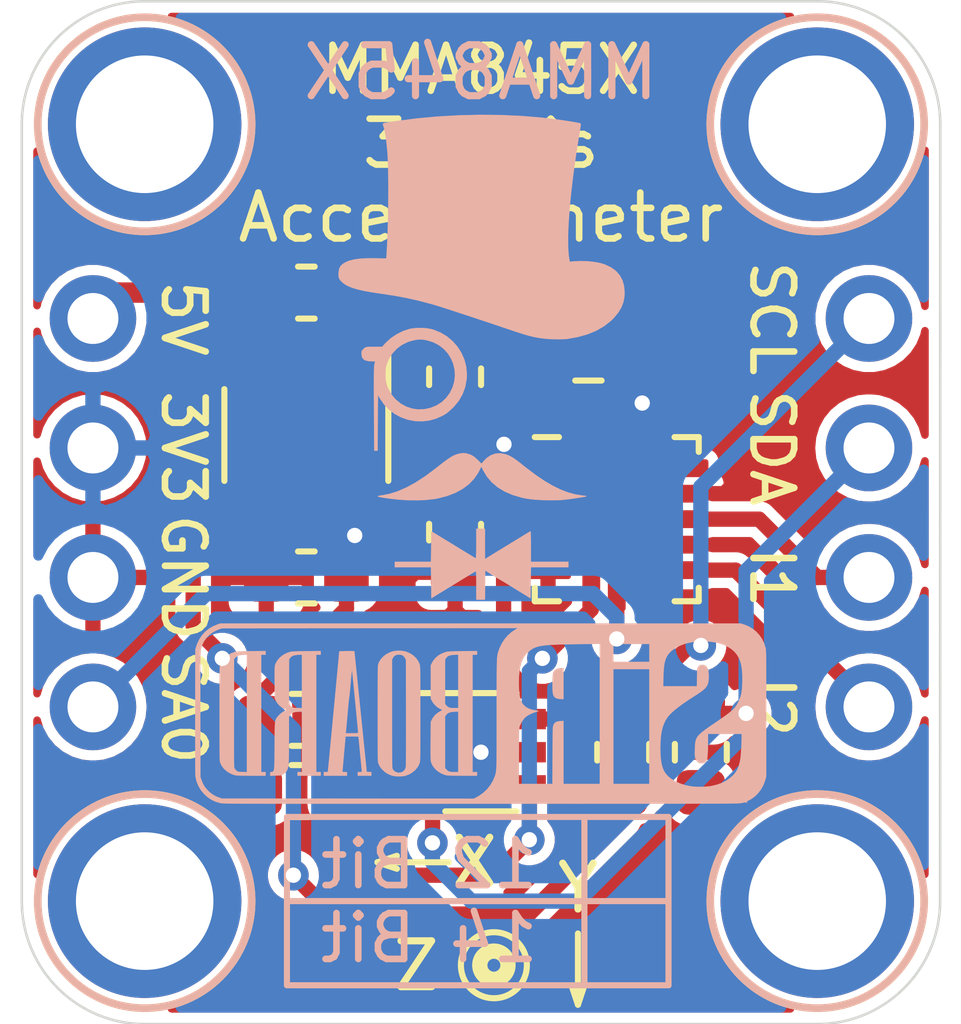
<source format=kicad_pcb>
(kicad_pcb (version 20171130) (host pcbnew "(5.1.2)-2")

  (general
    (thickness 1.6)
    (drawings 36)
    (tracks 99)
    (zones 0)
    (modules 20)
    (nets 18)
  )

  (page User 132.004 102.006)
  (title_block
    (title "MMA845X Breakout with 5V Level Shift")
    (date 2019-12-20)
    (rev 1)
    (company SirBoard)
    (comment 1 "Digital 8bit/12Bit or 14bit I2C Accelerometer")
    (comment 2 "1.56Hz - 800Hz Data Rates")
    (comment 3 "±2g, ±4g, ±8g")
    (comment 4 "MMA8451, MMA8452")
  )

  (layers
    (0 F.Cu signal)
    (31 B.Cu signal)
    (32 B.Adhes user hide)
    (33 F.Adhes user hide)
    (34 B.Paste user hide)
    (35 F.Paste user hide)
    (36 B.SilkS user)
    (37 F.SilkS user)
    (38 B.Mask user hide)
    (39 F.Mask user hide)
    (40 Dwgs.User user)
    (41 Cmts.User user hide)
    (42 Eco1.User user hide)
    (43 Eco2.User user hide)
    (44 Edge.Cuts user)
    (45 Margin user hide)
    (46 B.CrtYd user hide)
    (47 F.CrtYd user hide)
    (48 B.Fab user hide)
    (49 F.Fab user hide)
  )

  (setup
    (last_trace_width 0.127)
    (user_trace_width 0.2)
    (user_trace_width 0.25)
    (user_trace_width 0.3)
    (user_trace_width 0.4)
    (user_trace_width 0.5)
    (user_trace_width 0.6)
    (user_trace_width 0.7)
    (user_trace_width 0.8)
    (user_trace_width 0.9)
    (user_trace_width 1)
    (trace_clearance 0.127)
    (zone_clearance 0.2)
    (zone_45_only no)
    (trace_min 0.127)
    (via_size 0.6)
    (via_drill 0.3)
    (via_min_size 0.6)
    (via_min_drill 0.3)
    (uvia_size 0.4)
    (uvia_drill 0.2)
    (uvias_allowed no)
    (uvia_min_size 0.4)
    (uvia_min_drill 0.1)
    (edge_width 0.05)
    (segment_width 0.2)
    (pcb_text_width 0.3)
    (pcb_text_size 1.5 1.5)
    (mod_edge_width 0.12)
    (mod_text_size 1 1)
    (mod_text_width 0.15)
    (pad_size 3.8 3.8)
    (pad_drill 2.7)
    (pad_to_mask_clearance 0)
    (solder_mask_min_width 0.1)
    (aux_axis_origin 0 0)
    (visible_elements 7FFFFFFF)
    (pcbplotparams
      (layerselection 0x010fc_ffffffff)
      (usegerberextensions false)
      (usegerberattributes false)
      (usegerberadvancedattributes false)
      (creategerberjobfile false)
      (excludeedgelayer true)
      (linewidth 0.100000)
      (plotframeref false)
      (viasonmask false)
      (mode 1)
      (useauxorigin false)
      (hpglpennumber 1)
      (hpglpenspeed 20)
      (hpglpendiameter 15.000000)
      (psnegative false)
      (psa4output false)
      (plotreference true)
      (plotvalue true)
      (plotinvisibletext false)
      (padsonsilk false)
      (subtractmaskfromsilk false)
      (outputformat 1)
      (mirror false)
      (drillshape 1)
      (scaleselection 1)
      (outputdirectory ""))
  )

  (net 0 "")
  (net 1 GND)
  (net 2 5V)
  (net 3 3V3)
  (net 4 "Net-(U1-Pad4)")
  (net 5 INT2)
  (net 6 INT1)
  (net 7 "Net-(C4-Pad1)")
  (net 8 SCL_5V)
  (net 9 SDA_3V3)
  (net 10 SDA_5V)
  (net 11 SCL_3V3)
  (net 12 "Net-(U2-Pad16)")
  (net 13 "Net-(U2-Pad15)")
  (net 14 "Net-(U2-Pad13)")
  (net 15 "Net-(U2-Pad8)")
  (net 16 SA0)
  (net 17 "Net-(U2-Pad3)")

  (net_class Default "This is the default net class."
    (clearance 0.127)
    (trace_width 0.127)
    (via_dia 0.6)
    (via_drill 0.3)
    (uvia_dia 0.4)
    (uvia_drill 0.2)
    (add_net 3V3)
    (add_net 5V)
    (add_net GND)
    (add_net INT1)
    (add_net INT2)
    (add_net "Net-(C4-Pad1)")
    (add_net "Net-(U1-Pad4)")
    (add_net "Net-(U2-Pad13)")
    (add_net "Net-(U2-Pad15)")
    (add_net "Net-(U2-Pad16)")
    (add_net "Net-(U2-Pad3)")
    (add_net "Net-(U2-Pad8)")
    (add_net SA0)
    (add_net SCL_3V3)
    (add_net SCL_5V)
    (add_net SDA_3V3)
    (add_net SDA_5V)
  )

  (module Connector_PinHeader_2.54mm:PinHeader_1x04_P2.54mm_Vertical (layer F.Cu) (tedit 5DFC9A0A) (tstamp 5DFD5FD2)
    (at 71.882 29.337)
    (descr "Through hole straight pin header, 1x04, 2.54mm pitch, single row")
    (tags "Through hole pin header THT 1x04 2.54mm single row")
    (path /5E0D053B)
    (fp_text reference J2 (at 0 -2.33) (layer F.SilkS) hide
      (effects (font (size 1 1) (thickness 0.15)))
    )
    (fp_text value Conn_01x04 (at 0 9.95) (layer F.Fab)
      (effects (font (size 1 1) (thickness 0.15)))
    )
    (fp_text user %R (at 0 3.81 90) (layer F.Fab)
      (effects (font (size 1 1) (thickness 0.15)))
    )
    (fp_line (start 1.8 -1.8) (end -1.8 -1.8) (layer F.CrtYd) (width 0.05))
    (fp_line (start 1.8 9.4) (end 1.8 -1.8) (layer F.CrtYd) (width 0.05))
    (fp_line (start -1.8 9.4) (end 1.8 9.4) (layer F.CrtYd) (width 0.05))
    (fp_line (start -1.8 -1.8) (end -1.8 9.4) (layer F.CrtYd) (width 0.05))
    (fp_line (start -1.27 -0.635) (end -0.635 -1.27) (layer F.Fab) (width 0.1))
    (fp_line (start -1.27 8.89) (end -1.27 -0.635) (layer F.Fab) (width 0.1))
    (fp_line (start 1.27 8.89) (end -1.27 8.89) (layer F.Fab) (width 0.1))
    (fp_line (start 1.27 -1.27) (end 1.27 8.89) (layer F.Fab) (width 0.1))
    (fp_line (start -0.635 -1.27) (end 1.27 -1.27) (layer F.Fab) (width 0.1))
    (pad 4 thru_hole oval (at 0 7.62) (size 1.7 1.7) (drill 1) (layers *.Cu *.Mask)
      (net 5 INT2))
    (pad 3 thru_hole oval (at 0 5.08) (size 1.7 1.7) (drill 1) (layers *.Cu *.Mask)
      (net 6 INT1))
    (pad 2 thru_hole oval (at 0 2.54) (size 1.7 1.7) (drill 1) (layers *.Cu *.Mask)
      (net 10 SDA_5V))
    (pad 1 thru_hole circle (at 0 0) (size 1.7 1.7) (drill 1) (layers *.Cu *.Mask)
      (net 8 SCL_5V))
    (model ${KISYS3DMOD}/Connector_PinHeader_2.54mm.3dshapes/PinHeader_1x04_P2.54mm_Vertical.wrl
      (at (xyz 0 0 0))
      (scale (xyz 1 1 1))
      (rotate (xyz 0 0 0))
    )
  )

  (module Connector_PinHeader_2.54mm:PinHeader_1x04_P2.54mm_Vertical (layer F.Cu) (tedit 5DFC99F8) (tstamp 5DFD5FBA)
    (at 56.642 29.337)
    (descr "Through hole straight pin header, 1x04, 2.54mm pitch, single row")
    (tags "Through hole pin header THT 1x04 2.54mm single row")
    (path /5E0CE064)
    (fp_text reference J1 (at 0 -2.33) (layer F.SilkS) hide
      (effects (font (size 1 1) (thickness 0.15)))
    )
    (fp_text value Conn_01x04 (at 0 9.95) (layer F.Fab)
      (effects (font (size 1 1) (thickness 0.15)))
    )
    (fp_text user %R (at 0 3.81 90) (layer F.Fab)
      (effects (font (size 1 1) (thickness 0.15)))
    )
    (fp_line (start 1.8 -1.8) (end -1.8 -1.8) (layer F.CrtYd) (width 0.05))
    (fp_line (start 1.8 9.4) (end 1.8 -1.8) (layer F.CrtYd) (width 0.05))
    (fp_line (start -1.8 9.4) (end 1.8 9.4) (layer F.CrtYd) (width 0.05))
    (fp_line (start -1.8 -1.8) (end -1.8 9.4) (layer F.CrtYd) (width 0.05))
    (fp_line (start -1.27 -0.635) (end -0.635 -1.27) (layer F.Fab) (width 0.1))
    (fp_line (start -1.27 8.89) (end -1.27 -0.635) (layer F.Fab) (width 0.1))
    (fp_line (start 1.27 8.89) (end -1.27 8.89) (layer F.Fab) (width 0.1))
    (fp_line (start 1.27 -1.27) (end 1.27 8.89) (layer F.Fab) (width 0.1))
    (fp_line (start -0.635 -1.27) (end 1.27 -1.27) (layer F.Fab) (width 0.1))
    (pad 4 thru_hole oval (at 0 7.62) (size 1.7 1.7) (drill 1) (layers *.Cu *.Mask)
      (net 16 SA0))
    (pad 3 thru_hole oval (at 0 5.08) (size 1.7 1.7) (drill 1) (layers *.Cu *.Mask)
      (net 1 GND))
    (pad 2 thru_hole oval (at 0 2.54) (size 1.7 1.7) (drill 1) (layers *.Cu *.Mask)
      (net 3 3V3))
    (pad 1 thru_hole circle (at 0 0) (size 1.7 1.7) (drill 1) (layers *.Cu *.Mask)
      (net 2 5V))
    (model ${KISYS3DMOD}/Connector_PinHeader_2.54mm.3dshapes/PinHeader_1x04_P2.54mm_Vertical.wrl
      (at (xyz 0 0 0))
      (scale (xyz 1 1 1))
      (rotate (xyz 0 0 0))
    )
  )

  (module SirBoardLibrary:QFN-COL-16-P=0.5 (layer F.Cu) (tedit 5DFC9859) (tstamp 5DFD60C8)
    (at 66.929 33.274)
    (descr "QFN, 16 Pin (https://www.nxp.com/docs/en/package-information/98ASA00525D.pdf), generated with kicad-footprint-generator ipc_dfn_qfn_generator.py")
    (tags "QFN DFN_QFN")
    (path /5DFEF2B9)
    (attr smd)
    (fp_text reference U2 (at 0 0) (layer F.SilkS) hide
      (effects (font (size 1 1) (thickness 0.15)))
    )
    (fp_text value MMA8451 (at 0 2.8) (layer F.Fab)
      (effects (font (size 1 1) (thickness 0.15)))
    )
    (fp_line (start 1.135 -1.61) (end 1.61 -1.61) (layer F.SilkS) (width 0.12))
    (fp_line (start 1.61 -1.61) (end 1.61 -1.3208) (layer F.SilkS) (width 0.12))
    (fp_line (start -1.135 1.61) (end -1.61 1.61) (layer F.SilkS) (width 0.12))
    (fp_line (start -1.61 1.61) (end -1.61 1.3462) (layer F.SilkS) (width 0.12))
    (fp_line (start 1.135 1.61) (end 1.61 1.61) (layer F.SilkS) (width 0.12))
    (fp_line (start 1.61 1.61) (end 1.61 1.3462) (layer F.SilkS) (width 0.12))
    (fp_line (start -1.135 -1.61) (end -1.61 -1.61) (layer F.SilkS) (width 0.12))
    (fp_line (start -0.75 -1.5) (end 1.5 -1.5) (layer F.Fab) (width 0.1))
    (fp_line (start 1.5 -1.5) (end 1.5 1.5) (layer F.Fab) (width 0.1))
    (fp_line (start 1.5 1.5) (end -1.5 1.5) (layer F.Fab) (width 0.1))
    (fp_line (start -1.5 1.5) (end -1.5 -0.75) (layer F.Fab) (width 0.1))
    (fp_line (start -1.5 -0.75) (end -0.75 -1.5) (layer F.Fab) (width 0.1))
    (fp_line (start -2.1 -2.1) (end -2.1 2.1) (layer F.CrtYd) (width 0.05))
    (fp_line (start -2.1 2.1) (end 2.1 2.1) (layer F.CrtYd) (width 0.05))
    (fp_line (start 2.1 2.1) (end 2.1 -2.1) (layer F.CrtYd) (width 0.05))
    (fp_line (start 2.1 -2.1) (end -2.1 -2.1) (layer F.CrtYd) (width 0.05))
    (pad 16 smd roundrect (at -0.5 -1.35) (size 0.35 0.9) (layers F.Cu F.Paste F.Mask) (roundrect_rratio 0.15)
      (net 12 "Net-(U2-Pad16)"))
    (pad 15 smd roundrect (at 0 -1.35) (size 0.35 0.9) (layers F.Cu F.Paste F.Mask) (roundrect_rratio 0.15)
      (net 13 "Net-(U2-Pad15)"))
    (pad 14 smd roundrect (at 0.5 -1.35) (size 0.35 0.9) (layers F.Cu F.Paste F.Mask) (roundrect_rratio 0.15)
      (net 3 3V3))
    (pad 13 smd roundrect (at 1.35 -1 270) (size 0.35 0.9) (layers F.Cu F.Paste F.Mask) (roundrect_rratio 0.15)
      (net 14 "Net-(U2-Pad13)"))
    (pad 12 smd roundrect (at 1.35 -0.5 270) (size 0.35 0.9) (layers F.Cu F.Paste F.Mask) (roundrect_rratio 0.15)
      (net 1 GND))
    (pad 11 smd roundrect (at 1.35 0 270) (size 0.35 0.9) (layers F.Cu F.Paste F.Mask) (roundrect_rratio 0.15)
      (net 6 INT1))
    (pad 10 smd roundrect (at 1.35 0.5 270) (size 0.35 0.9) (layers F.Cu F.Paste F.Mask) (roundrect_rratio 0.15)
      (net 1 GND))
    (pad 9 smd roundrect (at 1.35 1 270) (size 0.35 0.9) (layers F.Cu F.Paste F.Mask) (roundrect_rratio 0.15)
      (net 5 INT2))
    (pad 8 smd roundrect (at 0.5 1.35 180) (size 0.35 0.9) (layers F.Cu F.Paste F.Mask) (roundrect_rratio 0.15)
      (net 15 "Net-(U2-Pad8)"))
    (pad 7 smd roundrect (at 0 1.35 180) (size 0.35 0.9) (layers F.Cu F.Paste F.Mask) (roundrect_rratio 0.15)
      (net 16 SA0))
    (pad 6 smd roundrect (at -0.5 1.35 180) (size 0.35 0.9) (layers F.Cu F.Paste F.Mask) (roundrect_rratio 0.15)
      (net 9 SDA_3V3))
    (pad 5 smd roundrect (at -1.35 1 90) (size 0.35 0.9) (layers F.Cu F.Paste F.Mask) (roundrect_rratio 0.15)
      (net 1 GND))
    (pad 4 smd roundrect (at -1.35 0.5 90) (size 0.35 0.9) (layers F.Cu F.Paste F.Mask) (roundrect_rratio 0.15)
      (net 11 SCL_3V3))
    (pad 3 smd roundrect (at -1.35 0 90) (size 0.35 0.9) (layers F.Cu F.Paste F.Mask) (roundrect_rratio 0.15)
      (net 17 "Net-(U2-Pad3)"))
    (pad 2 smd roundrect (at -1.35 -0.5 90) (size 0.35 0.9) (layers F.Cu F.Paste F.Mask) (roundrect_rratio 0.15)
      (net 7 "Net-(C4-Pad1)"))
    (pad 1 smd roundrect (at -1.35 -1 90) (size 0.35 0.9) (layers F.Cu F.Paste F.Mask) (roundrect_rratio 0.15)
      (net 3 3V3))
    (model ${KISYS3DMOD}/Package_DFN_QFN.3dshapes/QFN-16-1EP_3x3mm_P0.5mm_EP1.9x1.9mm.wrl
      (at (xyz 0 0 0))
      (scale (xyz 1 1 1))
      (rotate (xyz 0 0 0))
    )
    (model ${KISYS3DMOD}/Package_LGA.3dshapes/LGA-16_3x3mm_P0.5mm_LayoutBorder3x5y.wrl
      (at (xyz 0 0 0))
      (scale (xyz 1 1 1))
      (rotate (xyz 0 0 0))
    )
  )

  (module Capacitor_SMD:C_0805_2012Metric (layer F.Cu) (tedit 5B36C52B) (tstamp 5DFD5F62)
    (at 66.3725 29.845 180)
    (descr "Capacitor SMD 0805 (2012 Metric), square (rectangular) end terminal, IPC_7351 nominal, (Body size source: https://docs.google.com/spreadsheets/d/1BsfQQcO9C6DZCsRaXUlFlo91Tg2WpOkGARC1WS5S8t0/edit?usp=sharing), generated with kicad-footprint-generator")
    (tags capacitor)
    (path /5E00768C)
    (attr smd)
    (fp_text reference C5 (at -0.116 0.077) (layer F.SilkS) hide
      (effects (font (size 1 1) (thickness 0.15)))
    )
    (fp_text value 4.7uF (at 0 1.65) (layer F.Fab)
      (effects (font (size 1 1) (thickness 0.15)))
    )
    (fp_text user %R (at 0 0) (layer F.Fab)
      (effects (font (size 0.5 0.5) (thickness 0.08)))
    )
    (fp_line (start 1.68 0.95) (end -1.68 0.95) (layer F.CrtYd) (width 0.05))
    (fp_line (start 1.68 -0.95) (end 1.68 0.95) (layer F.CrtYd) (width 0.05))
    (fp_line (start -1.68 -0.95) (end 1.68 -0.95) (layer F.CrtYd) (width 0.05))
    (fp_line (start -1.68 0.95) (end -1.68 -0.95) (layer F.CrtYd) (width 0.05))
    (fp_line (start -0.258578 0.71) (end 0.258578 0.71) (layer F.SilkS) (width 0.12))
    (fp_line (start -0.258578 -0.71) (end 0.258578 -0.71) (layer F.SilkS) (width 0.12))
    (fp_line (start 1 0.6) (end -1 0.6) (layer F.Fab) (width 0.1))
    (fp_line (start 1 -0.6) (end 1 0.6) (layer F.Fab) (width 0.1))
    (fp_line (start -1 -0.6) (end 1 -0.6) (layer F.Fab) (width 0.1))
    (fp_line (start -1 0.6) (end -1 -0.6) (layer F.Fab) (width 0.1))
    (pad 2 smd roundrect (at 0.9375 0 180) (size 0.975 1.4) (layers F.Cu F.Paste F.Mask) (roundrect_rratio 0.25)
      (net 1 GND))
    (pad 1 smd roundrect (at -0.9375 0 180) (size 0.975 1.4) (layers F.Cu F.Paste F.Mask) (roundrect_rratio 0.25)
      (net 3 3V3))
    (model ${KISYS3DMOD}/Capacitor_SMD.3dshapes/C_0805_2012Metric.wrl
      (at (xyz 0 0 0))
      (scale (xyz 1 1 1))
      (rotate (xyz 0 0 0))
    )
  )

  (module Capacitor_SMD:C_0603_1608Metric (layer F.Cu) (tedit 5B301BBE) (tstamp 5DFD5F51)
    (at 63.754 33.528 270)
    (descr "Capacitor SMD 0603 (1608 Metric), square (rectangular) end terminal, IPC_7351 nominal, (Body size source: http://www.tortai-tech.com/upload/download/2011102023233369053.pdf), generated with kicad-footprint-generator")
    (tags capacitor)
    (path /5E00E34E)
    (attr smd)
    (fp_text reference C4 (at 0 0.044 90) (layer F.SilkS) hide
      (effects (font (size 1 1) (thickness 0.15)))
    )
    (fp_text value 100nF (at 0 1.43 90) (layer F.Fab)
      (effects (font (size 1 1) (thickness 0.15)))
    )
    (fp_text user %R (at 0 0 90) (layer F.Fab)
      (effects (font (size 0.4 0.4) (thickness 0.06)))
    )
    (fp_line (start 1.48 0.73) (end -1.48 0.73) (layer F.CrtYd) (width 0.05))
    (fp_line (start 1.48 -0.73) (end 1.48 0.73) (layer F.CrtYd) (width 0.05))
    (fp_line (start -1.48 -0.73) (end 1.48 -0.73) (layer F.CrtYd) (width 0.05))
    (fp_line (start -1.48 0.73) (end -1.48 -0.73) (layer F.CrtYd) (width 0.05))
    (fp_line (start -0.162779 0.51) (end 0.162779 0.51) (layer F.SilkS) (width 0.12))
    (fp_line (start -0.162779 -0.51) (end 0.162779 -0.51) (layer F.SilkS) (width 0.12))
    (fp_line (start 0.8 0.4) (end -0.8 0.4) (layer F.Fab) (width 0.1))
    (fp_line (start 0.8 -0.4) (end 0.8 0.4) (layer F.Fab) (width 0.1))
    (fp_line (start -0.8 -0.4) (end 0.8 -0.4) (layer F.Fab) (width 0.1))
    (fp_line (start -0.8 0.4) (end -0.8 -0.4) (layer F.Fab) (width 0.1))
    (pad 2 smd roundrect (at 0.7875 0 270) (size 0.875 0.95) (layers F.Cu F.Paste F.Mask) (roundrect_rratio 0.25)
      (net 1 GND))
    (pad 1 smd roundrect (at -0.7875 0 270) (size 0.875 0.95) (layers F.Cu F.Paste F.Mask) (roundrect_rratio 0.25)
      (net 7 "Net-(C4-Pad1)"))
    (model ${KISYS3DMOD}/Capacitor_SMD.3dshapes/C_0603_1608Metric.wrl
      (at (xyz 0 0 0))
      (scale (xyz 1 1 1))
      (rotate (xyz 0 0 0))
    )
  )

  (module Capacitor_SMD:C_0603_1608Metric (layer F.Cu) (tedit 5B301BBE) (tstamp 5DFD5F40)
    (at 60.833 34.417 180)
    (descr "Capacitor SMD 0603 (1608 Metric), square (rectangular) end terminal, IPC_7351 nominal, (Body size source: http://www.tortai-tech.com/upload/download/2011102023233369053.pdf), generated with kicad-footprint-generator")
    (tags capacitor)
    (path /5E00557E)
    (attr smd)
    (fp_text reference C3 (at 0 0.03) (layer F.SilkS) hide
      (effects (font (size 1 1) (thickness 0.15)))
    )
    (fp_text value 1uF (at 0 1.43) (layer F.Fab)
      (effects (font (size 1 1) (thickness 0.15)))
    )
    (fp_text user %R (at 0 0) (layer F.Fab)
      (effects (font (size 0.4 0.4) (thickness 0.06)))
    )
    (fp_line (start 1.48 0.73) (end -1.48 0.73) (layer F.CrtYd) (width 0.05))
    (fp_line (start 1.48 -0.73) (end 1.48 0.73) (layer F.CrtYd) (width 0.05))
    (fp_line (start -1.48 -0.73) (end 1.48 -0.73) (layer F.CrtYd) (width 0.05))
    (fp_line (start -1.48 0.73) (end -1.48 -0.73) (layer F.CrtYd) (width 0.05))
    (fp_line (start -0.162779 0.51) (end 0.162779 0.51) (layer F.SilkS) (width 0.12))
    (fp_line (start -0.162779 -0.51) (end 0.162779 -0.51) (layer F.SilkS) (width 0.12))
    (fp_line (start 0.8 0.4) (end -0.8 0.4) (layer F.Fab) (width 0.1))
    (fp_line (start 0.8 -0.4) (end 0.8 0.4) (layer F.Fab) (width 0.1))
    (fp_line (start -0.8 -0.4) (end 0.8 -0.4) (layer F.Fab) (width 0.1))
    (fp_line (start -0.8 0.4) (end -0.8 -0.4) (layer F.Fab) (width 0.1))
    (pad 2 smd roundrect (at 0.7875 0 180) (size 0.875 0.95) (layers F.Cu F.Paste F.Mask) (roundrect_rratio 0.25)
      (net 1 GND))
    (pad 1 smd roundrect (at -0.7875 0 180) (size 0.875 0.95) (layers F.Cu F.Paste F.Mask) (roundrect_rratio 0.25)
      (net 3 3V3))
    (model ${KISYS3DMOD}/Capacitor_SMD.3dshapes/C_0603_1608Metric.wrl
      (at (xyz 0 0 0))
      (scale (xyz 1 1 1))
      (rotate (xyz 0 0 0))
    )
  )

  (module Capacitor_SMD:C_0603_1608Metric (layer F.Cu) (tedit 5B301BBE) (tstamp 5DFD5F2F)
    (at 63.754 30.48 90)
    (descr "Capacitor SMD 0603 (1608 Metric), square (rectangular) end terminal, IPC_7351 nominal, (Body size source: http://www.tortai-tech.com/upload/download/2011102023233369053.pdf), generated with kicad-footprint-generator")
    (tags capacitor)
    (path /5E010087)
    (attr smd)
    (fp_text reference C2 (at 0 0.014 90) (layer F.SilkS) hide
      (effects (font (size 1 1) (thickness 0.15)))
    )
    (fp_text value 100nF (at 0 1.43 90) (layer F.Fab)
      (effects (font (size 1 1) (thickness 0.15)))
    )
    (fp_text user %R (at 0 0 90) (layer F.Fab)
      (effects (font (size 0.4 0.4) (thickness 0.06)))
    )
    (fp_line (start 1.48 0.73) (end -1.48 0.73) (layer F.CrtYd) (width 0.05))
    (fp_line (start 1.48 -0.73) (end 1.48 0.73) (layer F.CrtYd) (width 0.05))
    (fp_line (start -1.48 -0.73) (end 1.48 -0.73) (layer F.CrtYd) (width 0.05))
    (fp_line (start -1.48 0.73) (end -1.48 -0.73) (layer F.CrtYd) (width 0.05))
    (fp_line (start -0.162779 0.51) (end 0.162779 0.51) (layer F.SilkS) (width 0.12))
    (fp_line (start -0.162779 -0.51) (end 0.162779 -0.51) (layer F.SilkS) (width 0.12))
    (fp_line (start 0.8 0.4) (end -0.8 0.4) (layer F.Fab) (width 0.1))
    (fp_line (start 0.8 -0.4) (end 0.8 0.4) (layer F.Fab) (width 0.1))
    (fp_line (start -0.8 -0.4) (end 0.8 -0.4) (layer F.Fab) (width 0.1))
    (fp_line (start -0.8 0.4) (end -0.8 -0.4) (layer F.Fab) (width 0.1))
    (pad 2 smd roundrect (at 0.7875 0 90) (size 0.875 0.95) (layers F.Cu F.Paste F.Mask) (roundrect_rratio 0.25)
      (net 1 GND))
    (pad 1 smd roundrect (at -0.7875 0 90) (size 0.875 0.95) (layers F.Cu F.Paste F.Mask) (roundrect_rratio 0.25)
      (net 3 3V3))
    (model ${KISYS3DMOD}/Capacitor_SMD.3dshapes/C_0603_1608Metric.wrl
      (at (xyz 0 0 0))
      (scale (xyz 1 1 1))
      (rotate (xyz 0 0 0))
    )
  )

  (module Capacitor_SMD:C_0603_1608Metric (layer F.Cu) (tedit 5B301BBE) (tstamp 5DFD5F1E)
    (at 60.833 28.829)
    (descr "Capacitor SMD 0603 (1608 Metric), square (rectangular) end terminal, IPC_7351 nominal, (Body size source: http://www.tortai-tech.com/upload/download/2011102023233369053.pdf), generated with kicad-footprint-generator")
    (tags capacitor)
    (path /5E0038E9)
    (attr smd)
    (fp_text reference C1 (at 0 0.0508) (layer F.SilkS) hide
      (effects (font (size 1 1) (thickness 0.15)))
    )
    (fp_text value 1uF (at 0 1.43) (layer F.Fab)
      (effects (font (size 1 1) (thickness 0.15)))
    )
    (fp_text user %R (at 0 0) (layer F.Fab)
      (effects (font (size 0.4 0.4) (thickness 0.06)))
    )
    (fp_line (start 1.48 0.73) (end -1.48 0.73) (layer F.CrtYd) (width 0.05))
    (fp_line (start 1.48 -0.73) (end 1.48 0.73) (layer F.CrtYd) (width 0.05))
    (fp_line (start -1.48 -0.73) (end 1.48 -0.73) (layer F.CrtYd) (width 0.05))
    (fp_line (start -1.48 0.73) (end -1.48 -0.73) (layer F.CrtYd) (width 0.05))
    (fp_line (start -0.162779 0.51) (end 0.162779 0.51) (layer F.SilkS) (width 0.12))
    (fp_line (start -0.162779 -0.51) (end 0.162779 -0.51) (layer F.SilkS) (width 0.12))
    (fp_line (start 0.8 0.4) (end -0.8 0.4) (layer F.Fab) (width 0.1))
    (fp_line (start 0.8 -0.4) (end 0.8 0.4) (layer F.Fab) (width 0.1))
    (fp_line (start -0.8 -0.4) (end 0.8 -0.4) (layer F.Fab) (width 0.1))
    (fp_line (start -0.8 0.4) (end -0.8 -0.4) (layer F.Fab) (width 0.1))
    (pad 2 smd roundrect (at 0.7875 0) (size 0.875 0.95) (layers F.Cu F.Paste F.Mask) (roundrect_rratio 0.25)
      (net 1 GND))
    (pad 1 smd roundrect (at -0.7875 0) (size 0.875 0.95) (layers F.Cu F.Paste F.Mask) (roundrect_rratio 0.25)
      (net 2 5V))
    (model ${KISYS3DMOD}/Capacitor_SMD.3dshapes/C_0603_1608Metric.wrl
      (at (xyz 0 0 0))
      (scale (xyz 1 1 1))
      (rotate (xyz 0 0 0))
    )
  )

  (module logo:SirBoard112x35 (layer B.Cu) (tedit 0) (tstamp 5DF14266)
    (at 64.262 37.084 180)
    (fp_text reference G*** (at 0 0) (layer B.SilkS) hide
      (effects (font (size 1.524 1.524) (thickness 0.3)) (justify mirror))
    )
    (fp_text value LOGO (at 0.75 0) (layer B.SilkS) hide
      (effects (font (size 1.524 1.524) (thickness 0.3)) (justify mirror))
    )
    (fp_poly (pts (xy -1.525562 0.880297) (xy -1.481591 0.865137) (xy -1.447984 0.839985) (xy -1.424896 0.804933)
      (xy -1.418358 0.787232) (xy -1.414957 0.768138) (xy -1.412171 0.737274) (xy -1.410021 0.697373)
      (xy -1.40853 0.651164) (xy -1.407719 0.601382) (xy -1.40761 0.550757) (xy -1.408223 0.502022)
      (xy -1.409582 0.457909) (xy -1.411708 0.421149) (xy -1.414622 0.394475) (xy -1.415212 0.391062)
      (xy -1.426948 0.351789) (xy -1.446379 0.322478) (xy -1.474912 0.302106) (xy -1.513953 0.28965)
      (xy -1.5621 0.284216) (xy -1.618343 0.281492) (xy -1.618343 0.885371) (xy -1.579746 0.885371)
      (xy -1.525562 0.880297)) (layer B.SilkS) (width 0.01))
    (fp_poly (pts (xy 4.512129 1.217193) (xy 4.587168 1.216128) (xy 4.649164 1.215004) (xy 4.699587 1.213752)
      (xy 4.739908 1.2123) (xy 4.771597 1.21058) (xy 4.796124 1.20852) (xy 4.81496 1.20605)
      (xy 4.829577 1.2031) (xy 4.834539 1.201779) (xy 4.907443 1.174745) (xy 4.972611 1.138092)
      (xy 5.028665 1.093018) (xy 5.074225 1.040722) (xy 5.107913 0.982402) (xy 5.118723 0.954836)
      (xy 5.120497 0.948681) (xy 5.122089 0.94077) (xy 5.123511 0.930338) (xy 5.12477 0.916621)
      (xy 5.125877 0.898853) (xy 5.126842 0.876272) (xy 5.127673 0.848113) (xy 5.128381 0.813611)
      (xy 5.128976 0.772002) (xy 5.129467 0.722523) (xy 5.129863 0.664408) (xy 5.130174 0.596893)
      (xy 5.13041 0.519215) (xy 5.13058 0.430608) (xy 5.130695 0.33031) (xy 5.130763 0.217554)
      (xy 5.130795 0.091578) (xy 5.1308 -0.003785) (xy 5.130794 -0.138578) (xy 5.13077 -0.259633)
      (xy 5.130716 -0.367727) (xy 5.130621 -0.463635) (xy 5.130473 -0.548136) (xy 5.130261 -0.622005)
      (xy 5.129973 -0.686019) (xy 5.129599 -0.740955) (xy 5.129127 -0.787588) (xy 5.128546 -0.826696)
      (xy 5.127844 -0.859055) (xy 5.12701 -0.885442) (xy 5.126032 -0.906632) (xy 5.1249 -0.923404)
      (xy 5.123601 -0.936532) (xy 5.122125 -0.946794) (xy 5.120461 -0.954966) (xy 5.118596 -0.961825)
      (xy 5.116719 -0.96757) (xy 5.089587 -1.024997) (xy 5.050105 -1.078057) (xy 5.000177 -1.125126)
      (xy 4.941705 -1.164583) (xy 4.876593 -1.194805) (xy 4.834912 -1.207886) (xy 4.820998 -1.210891)
      (xy 4.803749 -1.213336) (xy 4.781662 -1.215274) (xy 4.753237 -1.216756) (xy 4.716973 -1.217836)
      (xy 4.671368 -1.218565) (xy 4.614922 -1.218997) (xy 4.546133 -1.219183) (xy 4.511081 -1.2192)
      (xy 4.230914 -1.2192) (xy 4.230914 -1.15507) (xy 4.593771 -1.15507) (xy 4.683838 -1.152664)
      (xy 4.72157 -1.151516) (xy 4.747917 -1.150017) (xy 4.766008 -1.147515) (xy 4.778967 -1.14336)
      (xy 4.789924 -1.136903) (xy 4.801003 -1.128304) (xy 4.820959 -1.108979) (xy 4.837889 -1.087374)
      (xy 4.841631 -1.081133) (xy 4.843481 -1.077291) (xy 4.845152 -1.072531) (xy 4.846651 -1.066144)
      (xy 4.847987 -1.05742) (xy 4.849167 -1.045649) (xy 4.850199 -1.030122) (xy 4.85109 -1.01013)
      (xy 4.851847 -0.984962) (xy 4.852479 -0.953911) (xy 4.852993 -0.916265) (xy 4.853397 -0.871316)
      (xy 4.853698 -0.818354) (xy 4.853904 -0.75667) (xy 4.854023 -0.685554) (xy 4.854062 -0.604296)
      (xy 4.854028 -0.512188) (xy 4.85393 -0.408519) (xy 4.853775 -0.292581) (xy 4.853571 -0.163664)
      (xy 4.853325 -0.021058) (xy 4.853281 0.003628) (xy 4.8514 1.063171) (xy 4.83086 1.09002)
      (xy 4.807114 1.114832) (xy 4.778037 1.132601) (xy 4.741103 1.144299) (xy 4.693784 1.1509)
      (xy 4.668735 1.152454) (xy 4.593771 1.155788) (xy 4.593771 -1.15507) (xy 4.230914 -1.15507)
      (xy 4.230914 -1.153886) (xy 4.318 -1.153886) (xy 4.318 1.153885) (xy 4.230914 1.153885)
      (xy 4.230914 1.220826) (xy 4.512129 1.217193)) (layer B.SilkS) (width 0.01))
    (fp_poly (pts (xy 3.430814 1.217193) (xy 3.505854 1.216128) (xy 3.56785 1.215004) (xy 3.618273 1.213752)
      (xy 3.658594 1.2123) (xy 3.690282 1.21058) (xy 3.71481 1.20852) (xy 3.733646 1.20605)
      (xy 3.748263 1.2031) (xy 3.753225 1.201779) (xy 3.826235 1.174716) (xy 3.891421 1.138058)
      (xy 3.947434 1.092982) (xy 3.992924 1.040666) (xy 4.026542 0.98229) (xy 4.037836 0.953162)
      (xy 4.040869 0.94273) (xy 4.043342 0.930607) (xy 4.045298 0.915361) (xy 4.046777 0.89556)
      (xy 4.047823 0.869772) (xy 4.048476 0.836565) (xy 4.048779 0.794506) (xy 4.048774 0.742164)
      (xy 4.048503 0.678106) (xy 4.048035 0.604819) (xy 4.045857 0.293914) (xy 4.022319 0.245805)
      (xy 3.993743 0.200382) (xy 3.954739 0.156779) (xy 3.909252 0.11882) (xy 3.862369 0.090864)
      (xy 3.839869 0.079511) (xy 3.823704 0.070078) (xy 3.817265 0.064553) (xy 3.817257 0.064458)
      (xy 3.823334 0.058891) (xy 3.838048 0.052233) (xy 3.838943 0.051917) (xy 3.874004 0.035129)
      (xy 3.912415 0.009319) (xy 3.949979 -0.022138) (xy 3.982501 -0.055863) (xy 3.998135 -0.0762)
      (xy 4.007455 -0.089691) (xy 4.015474 -0.101647) (xy 4.022299 -0.113219) (xy 4.028035 -0.125559)
      (xy 4.032789 -0.139817) (xy 4.036665 -0.157145) (xy 4.03977 -0.178693) (xy 4.042209 -0.205615)
      (xy 4.044088 -0.239059) (xy 4.045514 -0.280179) (xy 4.046591 -0.330124) (xy 4.047426 -0.390047)
      (xy 4.048124 -0.461098) (xy 4.048792 -0.544429) (xy 4.049486 -0.635) (xy 4.050242 -0.730678)
      (xy 4.050954 -0.812918) (xy 4.051699 -0.882797) (xy 4.052551 -0.94139) (xy 4.053585 -0.989774)
      (xy 4.054877 -1.029023) (xy 4.056502 -1.060216) (xy 4.058536 -1.084427) (xy 4.061053 -1.102733)
      (xy 4.06413 -1.11621) (xy 4.06784 -1.125934) (xy 4.072261 -1.13298) (xy 4.077466 -1.138426)
      (xy 4.083531 -1.143346) (xy 4.085142 -1.144584) (xy 4.101021 -1.151411) (xy 4.116614 -1.153655)
      (xy 4.128813 -1.1549) (xy 4.134651 -1.160871) (xy 4.136455 -1.17548) (xy 4.136571 -1.187224)
      (xy 4.136571 -1.220561) (xy 4.033157 -1.217579) (xy 3.989456 -1.215991) (xy 3.957234 -1.213861)
      (xy 3.933455 -1.21078) (xy 3.915084 -1.206339) (xy 3.899085 -1.200126) (xy 3.897086 -1.199197)
      (xy 3.855555 -1.173032) (xy 3.823431 -1.137693) (xy 3.800158 -1.092246) (xy 3.785182 -1.035754)
      (xy 3.780621 -1.002985) (xy 3.779409 -0.98421) (xy 3.778264 -0.952428) (xy 3.777207 -0.909147)
      (xy 3.776257 -0.855875) (xy 3.775435 -0.794121) (xy 3.774762 -0.725391) (xy 3.774259 -0.651194)
      (xy 3.773945 -0.573037) (xy 3.773843 -0.503978) (xy 3.773714 -0.068156) (xy 3.752766 -0.035124)
      (xy 3.731914 -0.008638) (xy 3.706346 0.0106) (xy 3.673594 0.023635) (xy 3.631192 0.031511)
      (xy 3.587421 0.034854) (xy 3.512457 0.038188) (xy 3.512457 -1.153886) (xy 3.599543 -1.153886)
      (xy 3.599543 -1.2192) (xy 3.1496 -1.2192) (xy 3.1496 -1.153886) (xy 3.236686 -1.153886)
      (xy 3.236686 0.100416) (xy 3.512457 0.100416) (xy 3.602524 0.102822) (xy 3.640256 0.10397)
      (xy 3.666603 0.105469) (xy 3.684693 0.107971) (xy 3.697653 0.112126) (xy 3.708609 0.118583)
      (xy 3.719689 0.127182) (xy 3.730675 0.135901) (xy 3.740076 0.143671) (xy 3.748009 0.15163)
      (xy 3.754592 0.160921) (xy 3.759945 0.172684) (xy 3.764185 0.18806) (xy 3.767431 0.20819)
      (xy 3.769802 0.234214) (xy 3.771415 0.267274) (xy 3.772389 0.30851) (xy 3.772843 0.359063)
      (xy 3.772895 0.420075) (xy 3.772664 0.492685) (xy 3.772267 0.578034) (xy 3.772019 0.631371)
      (xy 3.770086 1.063171) (xy 3.749546 1.09002) (xy 3.725799 1.114832) (xy 3.696723 1.132601)
      (xy 3.659789 1.144299) (xy 3.61247 1.1509) (xy 3.587421 1.152454) (xy 3.512457 1.155788)
      (xy 3.512457 0.100416) (xy 3.236686 0.100416) (xy 3.236686 1.153885) (xy 3.1496 1.153885)
      (xy 3.1496 1.220826) (xy 3.430814 1.217193)) (layer B.SilkS) (width 0.01))
    (fp_poly (pts (xy 2.577941 1.21992) (xy 2.616453 1.219519) (xy 2.656135 1.218798) (xy 2.694339 1.217805)
      (xy 2.728419 1.216587) (xy 2.755728 1.215192) (xy 2.773619 1.213666) (xy 2.779486 1.21218)
      (xy 2.780161 1.203823) (xy 2.782126 1.181953) (xy 2.785294 1.147507) (xy 2.789574 1.10142)
      (xy 2.794879 1.044627) (xy 2.801119 0.978066) (xy 2.808206 0.902672) (xy 2.81605 0.81938)
      (xy 2.824563 0.729128) (xy 2.833655 0.63285) (xy 2.843239 0.531482) (xy 2.853226 0.425961)
      (xy 2.863525 0.317222) (xy 2.874049 0.206202) (xy 2.884709 0.093835) (xy 2.895416 -0.018941)
      (xy 2.906081 -0.131191) (xy 2.916615 -0.241979) (xy 2.926929 -0.35037) (xy 2.936935 -0.455426)
      (xy 2.946543 -0.556213) (xy 2.955665 -0.651794) (xy 2.964212 -0.741234) (xy 2.972095 -0.823597)
      (xy 2.979226 -0.897946) (xy 2.985515 -0.963346) (xy 2.990873 -1.01886) (xy 2.995212 -1.063554)
      (xy 2.998444 -1.096491) (xy 3.000478 -1.116734) (xy 3.001167 -1.123043) (xy 3.005346 -1.153886)
      (xy 3.084286 -1.153886) (xy 3.084286 -1.2192) (xy 2.634343 -1.2192) (xy 2.634343 -1.153886)
      (xy 2.677886 -1.153886) (xy 2.701989 -1.153585) (xy 2.714998 -1.151575) (xy 2.720336 -1.146199)
      (xy 2.721421 -1.135799) (xy 2.721429 -1.132777) (xy 2.72078 -1.121257) (xy 2.718924 -1.096878)
      (xy 2.715999 -1.061233) (xy 2.712141 -1.015916) (xy 2.707487 -0.962518) (xy 2.702174 -0.902634)
      (xy 2.696338 -0.837857) (xy 2.6924 -0.794657) (xy 2.686317 -0.727916) (xy 2.680666 -0.665328)
      (xy 2.675584 -0.608438) (xy 2.671206 -0.558796) (xy 2.667668 -0.517946) (xy 2.665106 -0.487438)
      (xy 2.663654 -0.468816) (xy 2.663371 -0.463795) (xy 2.662614 -0.458866) (xy 2.659031 -0.455267)
      (xy 2.650658 -0.452792) (xy 2.635529 -0.451229) (xy 2.61168 -0.450373) (xy 2.577145 -0.450014)
      (xy 2.532743 -0.449943) (xy 2.491014 -0.45018) (xy 2.4548 -0.450836) (xy 2.426392 -0.451835)
      (xy 2.408078 -0.453096) (xy 2.402114 -0.454435) (xy 2.40142 -0.46236) (xy 2.399434 -0.48327)
      (xy 2.396297 -0.515709) (xy 2.392152 -0.558221) (xy 2.387142 -0.609347) (xy 2.381409 -0.667631)
      (xy 2.375095 -0.731616) (xy 2.369457 -0.788596) (xy 2.362737 -0.856818) (xy 2.356483 -0.921045)
      (xy 2.350839 -0.979743) (xy 2.34595 -1.031375) (xy 2.34196 -1.074405) (xy 2.339014 -1.107299)
      (xy 2.337255 -1.128521) (xy 2.3368 -1.136075) (xy 2.337881 -1.14628) (xy 2.34349 -1.151593)
      (xy 2.357174 -1.153599) (xy 2.376714 -1.153886) (xy 2.416629 -1.153886) (xy 2.416629 -1.2192)
      (xy 2.155371 -1.2192) (xy 2.155371 -1.154579) (xy 2.200463 -1.152418) (xy 2.245554 -1.150257)
      (xy 2.324519 -0.379186) (xy 2.409167 -0.379186) (xy 2.41034 -0.383817) (xy 2.415017 -0.387169)
      (xy 2.425194 -0.389446) (xy 2.442868 -0.390851) (xy 2.470035 -0.391588) (xy 2.508691 -0.391861)
      (xy 2.533742 -0.391886) (xy 2.658113 -0.391886) (xy 2.653901 -0.353786) (xy 2.65238 -0.338493)
      (xy 2.649766 -0.310463) (xy 2.646212 -0.271418) (xy 2.641873 -0.223081) (xy 2.636903 -0.167176)
      (xy 2.631456 -0.105425) (xy 2.625688 -0.039551) (xy 2.622558 -0.003629) (xy 2.616742 0.062144)
      (xy 2.611139 0.123366) (xy 2.605901 0.17854) (xy 2.601179 0.22617) (xy 2.597122 0.264759)
      (xy 2.593883 0.29281) (xy 2.591611 0.308825) (xy 2.590752 0.312057) (xy 2.58912 0.31985)
      (xy 2.586447 0.340538) (xy 2.582894 0.372553) (xy 2.578619 0.414325) (xy 2.573782 0.464285)
      (xy 2.568541 0.520863) (xy 2.563056 0.582491) (xy 2.561491 0.600528) (xy 2.555987 0.663119)
      (xy 2.550707 0.720952) (xy 2.545807 0.772486) (xy 2.541441 0.816176) (xy 2.537765 0.850481)
      (xy 2.534935 0.873857) (xy 2.533106 0.884762) (xy 2.532783 0.885371) (xy 2.531636 0.878357)
      (xy 2.529242 0.858153) (xy 2.525725 0.826022) (xy 2.521207 0.783224) (xy 2.515813 0.73102)
      (xy 2.509666 0.67067) (xy 2.502888 0.603436) (xy 2.495603 0.530578) (xy 2.487934 0.453357)
      (xy 2.480005 0.373034) (xy 2.471938 0.29087) (xy 2.463858 0.208125) (xy 2.455886 0.126061)
      (xy 2.448147 0.045938) (xy 2.440764 -0.030983) (xy 2.43386 -0.10344) (xy 2.427558 -0.170175)
      (xy 2.421982 -0.229924) (xy 2.417254 -0.281428) (xy 2.413498 -0.323426) (xy 2.410837 -0.354657)
      (xy 2.409395 -0.37386) (xy 2.409167 -0.379186) (xy 2.324519 -0.379186) (xy 2.366697 0.032657)
      (xy 2.379966 0.162193) (xy 2.392836 0.287785) (xy 2.405231 0.408677) (xy 2.417072 0.52411)
      (xy 2.428281 0.63333) (xy 2.438781 0.735579) (xy 2.448493 0.8301) (xy 2.457341 0.916138)
      (xy 2.465246 0.992934) (xy 2.47213 1.059734) (xy 2.477915 1.115779) (xy 2.482525 1.160314)
      (xy 2.48588 1.192582) (xy 2.487903 1.211826) (xy 2.48852 1.217385) (xy 2.495887 1.218735)
      (xy 2.515011 1.219576) (xy 2.543245 1.219955) (xy 2.577941 1.21992)) (layer B.SilkS) (width 0.01))
    (fp_poly (pts (xy 0.361043 1.217193) (xy 0.43385 1.216219) (xy 0.493755 1.215243) (xy 0.542371 1.214177)
      (xy 0.581308 1.212935) (xy 0.612181 1.211431) (xy 0.6366 1.209577) (xy 0.656179 1.207287)
      (xy 0.672528 1.204474) (xy 0.687261 1.201052) (xy 0.69379 1.19929) (xy 0.765952 1.172679)
      (xy 0.830815 1.135681) (xy 0.88672 1.089579) (xy 0.93201 1.035656) (xy 0.95488 0.997201)
      (xy 0.983343 0.941114) (xy 0.983343 0.293914) (xy 0.959805 0.245805) (xy 0.931229 0.200382)
      (xy 0.892225 0.156779) (xy 0.846738 0.11882) (xy 0.799854 0.090864) (xy 0.777386 0.079671)
      (xy 0.761246 0.070632) (xy 0.754812 0.065645) (xy 0.754804 0.065563) (xy 0.760769 0.060565)
      (xy 0.776481 0.050898) (xy 0.798763 0.038498) (xy 0.802921 0.036285) (xy 0.857587 0.000984)
      (xy 0.905439 -0.042591) (xy 0.94349 -0.091449) (xy 0.959773 -0.120776) (xy 0.983343 -0.170543)
      (xy 0.985408 -0.547102) (xy 0.985832 -0.631973) (xy 0.986078 -0.7036) (xy 0.986115 -0.76325)
      (xy 0.985912 -0.812191) (xy 0.985438 -0.851693) (xy 0.984663 -0.883023) (xy 0.983556 -0.90745)
      (xy 0.982087 -0.926242) (xy 0.980226 -0.940667) (xy 0.977941 -0.951995) (xy 0.975443 -0.960759)
      (xy 0.948888 -1.019843) (xy 0.90991 -1.074162) (xy 0.860222 -1.122232) (xy 0.801539 -1.162569)
      (xy 0.735575 -1.193687) (xy 0.689533 -1.208287) (xy 0.67573 -1.211191) (xy 0.657961 -1.213557)
      (xy 0.634779 -1.215435) (xy 0.604736 -1.216872) (xy 0.566387 -1.217919) (xy 0.518284 -1.218622)
      (xy 0.45898 -1.21903) (xy 0.387029 -1.219192) (xy 0.363624 -1.2192) (xy 0.079829 -1.2192)
      (xy 0.079829 -1.153886) (xy 0.166914 -1.153886) (xy 0.442686 -1.153886) (xy 0.523852 -1.153886)
      (xy 0.562559 -1.153408) (xy 0.590445 -1.151649) (xy 0.611181 -1.14812) (xy 0.628439 -1.142334)
      (xy 0.635755 -1.139006) (xy 0.660177 -1.123253) (xy 0.682565 -1.102655) (xy 0.687031 -1.097278)
      (xy 0.707571 -1.070429) (xy 0.707571 -0.060626) (xy 0.688093 -0.031192) (xy 0.667207 -0.00615)
      (xy 0.641034 0.012102) (xy 0.607231 0.02449) (xy 0.563454 0.031944) (xy 0.521105 0.034919)
      (xy 0.442686 0.03815) (xy 0.442686 -1.153886) (xy 0.166914 -1.153886) (xy 0.166914 0.1016)
      (xy 0.442686 0.1016) (xy 0.523852 0.1016) (xy 0.562559 0.102078) (xy 0.590445 0.103837)
      (xy 0.611181 0.107365) (xy 0.628439 0.113152) (xy 0.635755 0.116479) (xy 0.660177 0.132232)
      (xy 0.682565 0.152831) (xy 0.687031 0.158208) (xy 0.707571 0.185057) (xy 0.707571 1.056974)
      (xy 0.688093 1.086408) (xy 0.667207 1.11145) (xy 0.641034 1.129702) (xy 0.607231 1.14209)
      (xy 0.563454 1.149544) (xy 0.521105 1.152519) (xy 0.442686 1.15575) (xy 0.442686 0.1016)
      (xy 0.166914 0.1016) (xy 0.166914 1.153885) (xy 0.079829 1.153885) (xy 0.079829 1.220724)
      (xy 0.361043 1.217193)) (layer B.SilkS) (width 0.01))
    (fp_poly (pts (xy 1.65475 1.225374) (xy 1.709175 1.218756) (xy 1.735944 1.212555) (xy 1.804872 1.18674)
      (xy 1.867504 1.151205) (xy 1.92206 1.10749) (xy 1.966761 1.057133) (xy 1.99983 1.001675)
      (xy 2.010662 0.974827) (xy 2.012703 0.968536) (xy 2.014537 0.961639) (xy 2.016174 0.953366)
      (xy 2.017627 0.942948) (xy 2.018906 0.929613) (xy 2.020021 0.912593) (xy 2.020985 0.891117)
      (xy 2.021808 0.864416) (xy 2.022502 0.83172) (xy 2.023077 0.792258) (xy 2.023544 0.745261)
      (xy 2.023915 0.689959) (xy 2.024201 0.625582) (xy 2.024412 0.55136) (xy 2.02456 0.466524)
      (xy 2.024656 0.370303) (xy 2.024711 0.261927) (xy 2.024737 0.140627) (xy 2.024743 0.005632)
      (xy 2.024743 -0.003629) (xy 2.024737 -0.13954) (xy 2.024714 -0.261706) (xy 2.024661 -0.370898)
      (xy 2.024568 -0.467885) (xy 2.024424 -0.553438) (xy 2.024217 -0.628326) (xy 2.023936 -0.693319)
      (xy 2.023571 -0.749187) (xy 2.02311 -0.7967) (xy 2.022543 -0.836628) (xy 2.021857 -0.86974)
      (xy 2.021043 -0.896808) (xy 2.020088 -0.918599) (xy 2.018983 -0.935885) (xy 2.017715 -0.949436)
      (xy 2.016274 -0.96002) (xy 2.014649 -0.968409) (xy 2.012828 -0.975372) (xy 2.010801 -0.981679)
      (xy 2.010662 -0.982084) (xy 1.98353 -1.039511) (xy 1.944048 -1.092571) (xy 1.89412 -1.139641)
      (xy 1.835648 -1.179098) (xy 1.770536 -1.209319) (xy 1.728855 -1.2224) (xy 1.689662 -1.229317)
      (xy 1.642082 -1.232841) (xy 1.591181 -1.233028) (xy 1.542024 -1.229934) (xy 1.499676 -1.223615)
      (xy 1.484086 -1.219702) (xy 1.413537 -1.193355) (xy 1.352924 -1.158697) (xy 1.299178 -1.113869)
      (xy 1.284283 -1.098534) (xy 1.252249 -1.060677) (xy 1.229064 -1.024125) (xy 1.211054 -0.982851)
      (xy 1.207393 -0.972457) (xy 1.205413 -0.966175) (xy 1.203634 -0.95906) (xy 1.202046 -0.950339)
      (xy 1.200639 -0.939241) (xy 1.199402 -0.924992) (xy 1.198322 -0.906821) (xy 1.197391 -0.883955)
      (xy 1.196597 -0.855622) (xy 1.195929 -0.821049) (xy 1.195376 -0.779464) (xy 1.194927 -0.730096)
      (xy 1.194573 -0.67217) (xy 1.194301 -0.604915) (xy 1.194101 -0.52756) (xy 1.193962 -0.43933)
      (xy 1.193873 -0.339454) (xy 1.193853 -0.292252) (xy 1.467265 -0.292252) (xy 1.467275 -0.428578)
      (xy 1.467413 -0.551933) (xy 1.467679 -0.662144) (xy 1.468073 -0.75904) (xy 1.468593 -0.842449)
      (xy 1.469237 -0.912199) (xy 1.470007 -0.96812) (xy 1.4709 -1.010038) (xy 1.471915 -1.037782)
      (xy 1.473028 -1.05105) (xy 1.480657 -1.078544) (xy 1.491854 -1.104054) (xy 1.498214 -1.114111)
      (xy 1.528546 -1.142646) (xy 1.565945 -1.160584) (xy 1.607059 -1.167434) (xy 1.648536 -1.162703)
      (xy 1.687025 -1.1459) (xy 1.692015 -1.142534) (xy 1.713059 -1.124355) (xy 1.730736 -1.103611)
      (xy 1.735521 -1.095942) (xy 1.737358 -1.092061) (xy 1.73902 -1.087196) (xy 1.740516 -1.080638)
      (xy 1.741854 -1.071678) (xy 1.743043 -1.059609) (xy 1.744092 -1.043723) (xy 1.74501 -1.023311)
      (xy 1.745805 -0.997665) (xy 1.746487 -0.966078) (xy 1.747063 -0.927841) (xy 1.747543 -0.882246)
      (xy 1.747935 -0.828585) (xy 1.748249 -0.76615) (xy 1.748492 -0.694233) (xy 1.748674 -0.612125)
      (xy 1.748804 -0.519118) (xy 1.74889 -0.414506) (xy 1.74894 -0.297578) (xy 1.748965 -0.167627)
      (xy 1.748971 -0.023946) (xy 1.748971 1.05496) (xy 1.733578 1.086759) (xy 1.71024 1.121258)
      (xy 1.678898 1.144096) (xy 1.638767 1.155726) (xy 1.611086 1.157514) (xy 1.566099 1.15247)
      (xy 1.530334 1.136747) (xy 1.502302 1.109458) (xy 1.486779 1.083607) (xy 1.469571 1.048657)
      (xy 1.467635 0.018628) (xy 1.467385 -0.143126) (xy 1.467265 -0.292252) (xy 1.193853 -0.292252)
      (xy 1.193824 -0.22716) (xy 1.193803 -0.101676) (xy 1.1938 -0.003629) (xy 1.193806 0.131692)
      (xy 1.193832 0.25327) (xy 1.193889 0.36188) (xy 1.193988 0.458294) (xy 1.19414 0.543283)
      (xy 1.194356 0.617622) (xy 1.194646 0.682082) (xy 1.195022 0.737436) (xy 1.195496 0.784457)
      (xy 1.196076 0.823918) (xy 1.196776 0.856591) (xy 1.197605 0.883248) (xy 1.198575 0.904663)
      (xy 1.199697 0.921607) (xy 1.200982 0.934855) (xy 1.20244 0.945177) (xy 1.204083 0.953347)
      (xy 1.205922 0.960138) (xy 1.207576 0.9652) (xy 1.236632 1.02764) (xy 1.277925 1.084046)
      (xy 1.329966 1.133104) (xy 1.391267 1.173501) (xy 1.460339 1.203924) (xy 1.487766 1.212445)
      (xy 1.538307 1.222216) (xy 1.595881 1.226527) (xy 1.65475 1.225374)) (layer B.SilkS) (width 0.01))
    (fp_poly (pts (xy 5.177971 1.74004) (xy 5.267255 1.702178) (xy 5.348157 1.652743) (xy 5.419973 1.592476)
      (xy 5.482 1.52212) (xy 5.533534 1.442418) (xy 5.573872 1.354112) (xy 5.590245 1.304848)
      (xy 5.605752 1.251857) (xy 5.607961 0.029028) (xy 5.608245 -0.149716) (xy 5.608421 -0.314153)
      (xy 5.608491 -0.46449) (xy 5.608452 -0.600934) (xy 5.608305 -0.723691) (xy 5.608047 -0.83297)
      (xy 5.607679 -0.928975) (xy 5.607199 -1.011915) (xy 5.606606 -1.081996) (xy 5.605899 -1.139425)
      (xy 5.605079 -1.184409) (xy 5.604142 -1.217155) (xy 5.60309 -1.23787) (xy 5.602404 -1.2446)
      (xy 5.581368 -1.334731) (xy 5.546753 -1.420426) (xy 5.499104 -1.500593) (xy 5.438966 -1.574138)
      (xy 5.437067 -1.576135) (xy 5.367737 -1.639813) (xy 5.293674 -1.690182) (xy 5.21337 -1.72808)
      (xy 5.125322 -1.75435) (xy 5.113127 -1.756975) (xy 5.108625 -1.757848) (xy 5.103554 -1.758683)
      (xy 5.097591 -1.759481) (xy 5.090416 -1.760241) (xy 5.081706 -1.760966) (xy 5.071139 -1.761656)
      (xy 5.058395 -1.762311) (xy 5.04315 -1.762934) (xy 5.025084 -1.763523) (xy 5.003875 -1.764081)
      (xy 4.9792 -1.764608) (xy 4.950738 -1.765105) (xy 4.918168 -1.765572) (xy 4.881166 -1.766011)
      (xy 4.839413 -1.766423) (xy 4.792585 -1.766807) (xy 4.740362 -1.767166) (xy 4.682421 -1.767499)
      (xy 4.61844 -1.767808) (xy 4.548099 -1.768093) (xy 4.471074 -1.768356) (xy 4.387045 -1.768597)
      (xy 4.295689 -1.768816) (xy 4.196685 -1.769016) (xy 4.089711 -1.769196) (xy 3.974445 -1.769357)
      (xy 3.850565 -1.7695) (xy 3.71775 -1.769627) (xy 3.575678 -1.769737) (xy 3.424027 -1.769832)
      (xy 3.262476 -1.769913) (xy 3.090702 -1.769979) (xy 2.908384 -1.770033) (xy 2.715199 -1.770075)
      (xy 2.510828 -1.770105) (xy 2.294946 -1.770125) (xy 2.067233 -1.770136) (xy 1.827367 -1.770138)
      (xy 1.575027 -1.770131) (xy 1.30989 -1.770118) (xy 1.031634 -1.770098) (xy 0.739938 -1.770073)
      (xy 0.43448 -1.770043) (xy 0.114939 -1.770009) (xy 0.003629 -1.769996) (xy -0.326004 -1.769957)
      (xy -0.641426 -1.769912) (xy -0.942942 -1.769862) (xy -1.230855 -1.769805) (xy -1.50547 -1.769741)
      (xy -1.76709 -1.769669) (xy -2.016021 -1.769589) (xy -2.252564 -1.769499) (xy -2.477025 -1.7694)
      (xy -2.689708 -1.769291) (xy -2.890915 -1.769171) (xy -3.080953 -1.769039) (xy -3.260123 -1.768895)
      (xy -3.428731 -1.768738) (xy -3.58708 -1.768567) (xy -3.735475 -1.768383) (xy -3.874218 -1.768183)
      (xy -4.003615 -1.767968) (xy -4.123969 -1.767737) (xy -4.235584 -1.767489) (xy -4.338764 -1.767224)
      (xy -4.433814 -1.766941) (xy -4.521036 -1.766639) (xy -4.600735 -1.766318) (xy -4.673216 -1.765977)
      (xy -4.738781 -1.765615) (xy -4.797735 -1.765232) (xy -4.850382 -1.764828) (xy -4.897026 -1.7644)
      (xy -4.937971 -1.76395) (xy -4.97352 -1.763476) (xy -5.003978 -1.762977) (xy -5.029649 -1.762454)
      (xy -5.050837 -1.761904) (xy -5.067845 -1.761328) (xy -5.080978 -1.760726) (xy -5.09054 -1.760095)
      (xy -5.096834 -1.759437) (xy -5.098143 -1.759231) (xy -5.127782 -1.753492) (xy -5.153624 -1.747552)
      (xy -5.170877 -1.742532) (xy -5.17287 -1.74174) (xy -5.188437 -1.735919) (xy -5.195718 -1.735061)
      (xy -5.192359 -1.739263) (xy -5.189726 -1.741024) (xy -5.187107 -1.745314) (xy -5.198261 -1.746394)
      (xy -5.201926 -1.746251) (xy -5.219497 -1.743732) (xy -5.229865 -1.739412) (xy -5.229521 -1.736655)
      (xy -5.223842 -1.738197) (xy -5.211751 -1.738783) (xy -5.207932 -1.735965) (xy -5.211394 -1.729428)
      (xy -5.224908 -1.720484) (xy -5.234412 -1.715911) (xy -5.312515 -1.674217) (xy -5.383882 -1.620536)
      (xy -5.44732 -1.556297) (xy -5.501639 -1.482926) (xy -5.545646 -1.401851) (xy -5.57815 -1.314499)
      (xy -5.582473 -1.299029) (xy -5.598886 -1.237343) (xy -5.598886 -0.003629) (xy -5.598879 0.153766)
      (xy -5.598855 0.297317) (xy -5.598806 0.427691) (xy -5.598726 0.545558) (xy -5.598623 0.638847)
      (xy -5.136498 0.638847) (xy -5.13582 0.60848) (xy -5.13256 0.529203) (xy -5.127048 0.461558)
      (xy -5.118713 0.402759) (xy -5.106986 0.350021) (xy -5.091297 0.300559) (xy -5.071077 0.251589)
      (xy -5.056682 0.221582) (xy -5.039451 0.188752) (xy -5.021651 0.158731) (xy -5.002156 0.1305)
      (xy -4.979839 0.103039) (xy -4.953574 0.075329) (xy -4.922234 0.046352) (xy -4.884692 0.015087)
      (xy -4.839821 -0.019485) (xy -4.786495 -0.058382) (xy -4.723587 -0.102624) (xy -4.64997 -0.15323)
      (xy -4.619171 -0.174193) (xy -4.53918 -0.22866) (xy -4.470375 -0.276136) (xy -4.411896 -0.317728)
      (xy -4.362883 -0.354539) (xy -4.322475 -0.387676) (xy -4.289813 -0.418243) (xy -4.264035 -0.447346)
      (xy -4.244282 -0.476089) (xy -4.229693 -0.505579) (xy -4.219407 -0.53692) (xy -4.212565 -0.571217)
      (xy -4.208306 -0.609576) (xy -4.20577 -0.653102) (xy -4.204096 -0.7029) (xy -4.203963 -0.707572)
      (xy -4.202746 -0.755159) (xy -4.202307 -0.790969) (xy -4.202827 -0.817726) (xy -4.204491 -0.838154)
      (xy -4.207482 -0.854979) (xy -4.211981 -0.870925) (xy -4.215654 -0.881693) (xy -4.229149 -0.911764)
      (xy -4.246115 -0.938677) (xy -4.25528 -0.949409) (xy -4.272072 -0.964004) (xy -4.289174 -0.972114)
      (xy -4.312725 -0.976281) (xy -4.322338 -0.977174) (xy -4.364386 -0.975688) (xy -4.397234 -0.963256)
      (xy -4.421589 -0.939543) (xy -4.429433 -0.926182) (xy -4.437063 -0.902357) (xy -4.443385 -0.864118)
      (xy -4.448395 -0.811505) (xy -4.452091 -0.744559) (xy -4.45447 -0.663319) (xy -4.455529 -0.567828)
      (xy -4.455572 -0.553357) (xy -4.455886 -0.399143) (xy -5.123543 -0.399143) (xy -5.123382 -0.462643)
      (xy -5.122698 -0.512634) (xy -5.120992 -0.569283) (xy -5.118437 -0.629655) (xy -5.115208 -0.690818)
      (xy -5.111476 -0.749837) (xy -5.107416 -0.803778) (xy -5.1032 -0.849709) (xy -5.099002 -0.884694)
      (xy -5.098115 -0.890529) (xy -5.082693 -0.970309) (xy -5.063431 -1.038328) (xy -5.039207 -1.097086)
      (xy -5.0089 -1.149078) (xy -4.971388 -1.196803) (xy -4.95076 -1.218661) (xy -4.882974 -1.278713)
      (xy -4.808217 -1.328926) (xy -4.725096 -1.369979) (xy -4.632216 -1.402551) (xy -4.528184 -1.427318)
      (xy -4.517571 -1.429307) (xy -4.471409 -1.435669) (xy -4.41495 -1.44018) (xy -4.352297 -1.442792)
      (xy -4.287555 -1.443456) (xy -4.224829 -1.442126) (xy -4.168222 -1.438752) (xy -4.125686 -1.433896)
      (xy -4.018095 -1.412533) (xy -3.920668 -1.382655) (xy -3.831245 -1.343415) (xy -3.747667 -1.293966)
      (xy -3.720694 -1.275039) (xy -3.674163 -1.236802) (xy -3.634667 -1.194509) (xy -3.601788 -1.146914)
      (xy -3.575105 -1.092772) (xy -3.5542 -1.030837) (xy -3.538653 -0.959863) (xy -3.528045 -0.878604)
      (xy -3.521957 -0.785814) (xy -3.51997 -0.680247) (xy -3.51997 -0.678543) (xy -3.522722 -0.558626)
      (xy -3.531218 -0.451119) (xy -3.545749 -0.354982) (xy -3.566605 -0.269176) (xy -3.594076 -0.192658)
      (xy -3.628452 -0.12439) (xy -3.670023 -0.063331) (xy -3.702014 -0.02597) (xy -3.748341 0.020241)
      (xy -3.803631 0.069097) (xy -3.868661 0.12118) (xy -3.944204 0.177073) (xy -4.031038 0.23736)
      (xy -4.129936 0.302623) (xy -4.190127 0.341085) (xy -4.254524 0.382511) (xy -4.307412 0.418338)
      (xy -4.350069 0.44983) (xy -4.383774 0.478253) (xy -4.409806 0.504872) (xy -4.429444 0.530951)
      (xy -4.443967 0.557754) (xy -4.454653 0.586549) (xy -4.460527 0.60853) (xy -4.466696 0.646073)
      (xy -4.470019 0.691098) (xy -4.470575 0.739308) (xy -4.468444 0.786407) (xy -4.463706 0.828098)
      (xy -4.45644 0.860085) (xy -4.455825 0.861888) (xy -4.438836 0.900208) (xy -4.418144 0.926105)
      (xy -4.391498 0.9416) (xy -4.359298 0.948454) (xy -4.333467 0.950072) (xy -4.315557 0.947522)
      (xy -4.299275 0.939572) (xy -4.2931 0.935495) (xy -4.280282 0.926169) (xy -4.270242 0.916603)
      (xy -4.262612 0.904952) (xy -4.257018 0.889372) (xy -4.25309 0.868019) (xy -4.250457 0.839048)
      (xy -4.248748 0.800615) (xy -4.247592 0.750876) (xy -4.246874 0.705757) (xy -4.244295 0.529771)
      (xy -3.575863 0.529771) (xy -3.579796 0.705757) (xy -3.582768 0.795607) (xy -3.587507 0.870857)
      (xy -3.309257 0.870857) (xy -3.309257 -1.386115) (xy -2.598057 -1.386115) (xy -2.3368 -1.386115)
      (xy -1.618343 -1.386115) (xy -1.618343 -0.150326) (xy -1.560581 -0.154285) (xy -1.513495 -0.160111)
      (xy -1.478202 -0.171074) (xy -1.452503 -0.188449) (xy -1.434199 -0.213509) (xy -1.426029 -0.232279)
      (xy -1.423336 -0.240125) (xy -1.420993 -0.248549) (xy -1.418969 -0.258578) (xy -1.417236 -0.271239)
      (xy -1.415766 -0.287558) (xy -1.414531 -0.308564) (xy -1.4135 -0.335284) (xy -1.412647 -0.368743)
      (xy -1.411941 -0.409969) (xy -1.411355 -0.459989) (xy -1.410861 -0.51983) (xy -1.410428 -0.590518)
      (xy -1.41003 -0.673082) (xy -1.409637 -0.768548) (xy -1.409404 -0.829129) (xy -1.407294 -1.386115)
      (xy -0.739474 -1.386115) (xy -0.741666 -0.836386) (xy -0.742078 -0.734064) (xy -0.742466 -0.645219)
      (xy -0.742862 -0.56881) (xy -0.743296 -0.503801) (xy -0.743803 -0.449153) (xy -0.744414 -0.403826)
      (xy -0.745161 -0.366784) (xy -0.746077 -0.336987) (xy -0.747195 -0.313398) (xy -0.748545 -0.294977)
      (xy -0.750161 -0.280687) (xy -0.752075 -0.269489) (xy -0.75432 -0.260345) (xy -0.756927 -0.252216)
      (xy -0.759928 -0.244065) (xy -0.760101 -0.243607) (xy -0.79452 -0.170947) (xy -0.839396 -0.10648)
      (xy -0.86021 -0.083274) (xy -0.896841 -0.052472) (xy -0.945237 -0.022771) (xy -1.002652 0.004376)
      (xy -1.066343 0.027518) (xy -1.074057 0.029891) (xy -1.128486 0.046314) (xy -1.07281 0.055043)
      (xy -1.000479 0.069952) (xy -0.93996 0.09047) (xy -0.88938 0.117373) (xy -0.852207 0.146385)
      (xy -0.822918 0.178348) (xy -0.798589 0.216299) (xy -0.778926 0.261459) (xy -0.763637 0.315045)
      (xy -0.752426 0.378277) (xy -0.745 0.452373) (xy -0.741065 0.538553) (xy -0.740229 0.610874)
      (xy -0.743221 0.724897) (xy -0.75241 0.826596) (xy -0.768115 0.916916) (xy -0.790656 0.996805)
      (xy -0.820351 1.067207) (xy -0.857519 1.12907) (xy -0.90248 1.183339) (xy -0.947057 1.2242)
      (xy -0.972962 1.244309) (xy -0.99904 1.262254) (xy -1.026245 1.278169) (xy -1.055531 1.292188)
      (xy -1.087851 1.304446) (xy -1.124161 1.315078) (xy -1.165412 1.324218) (xy -1.212559 1.332)
      (xy -1.266555 1.338559) (xy -1.328355 1.34403) (xy -1.398911 1.348546) (xy -1.479178 1.352243)
      (xy -1.57011 1.355255) (xy -1.67266 1.357717) (xy -1.787781 1.359762) (xy -1.916428 1.361526)
      (xy -1.921329 1.361586) (xy -2.3368 1.366655) (xy -2.3368 -1.386115) (xy -2.598057 -1.386115)
      (xy -2.598057 0.870857) (xy -3.309257 0.870857) (xy -3.587507 0.870857) (xy -3.587626 0.872738)
      (xy -3.594775 0.938869) (xy -3.60462 0.995719) (xy -3.617566 1.045007) (xy -3.634017 1.088452)
      (xy -3.654379 1.127774) (xy -3.679055 1.164691) (xy -3.691664 1.180964) (xy -3.730909 1.221277)
      (xy -3.782087 1.260787) (xy -3.84263 1.298066) (xy -3.90997 1.331688) (xy -3.981538 1.360225)
      (xy -3.995177 1.364343) (xy -3.309257 1.364343) (xy -3.309257 1.008743) (xy -2.598057 1.008743)
      (xy -2.598057 1.364343) (xy -3.309257 1.364343) (xy -3.995177 1.364343) (xy -4.053114 1.381835)
      (xy -4.136583 1.398646) (xy -4.228422 1.409703) (xy -4.324862 1.414997) (xy -4.422138 1.41452)
      (xy -4.516483 1.408261) (xy -4.60413 1.396212) (xy -4.66345 1.383307) (xy -4.75673 1.353391)
      (xy -4.840884 1.314919) (xy -4.914898 1.26853) (xy -4.977757 1.214865) (xy -5.028446 1.154564)
      (xy -5.030547 1.151527) (xy -5.062012 1.099366) (xy -5.08755 1.042672) (xy -5.107452 0.979949)
      (xy -5.122008 0.909701) (xy -5.131508 0.830432) (xy -5.136241 0.740646) (xy -5.136498 0.638847)
      (xy -5.598623 0.638847) (xy -5.598608 0.651587) (xy -5.598445 0.746448) (xy -5.598232 0.830809)
      (xy -5.597961 0.90534) (xy -5.597625 0.970709) (xy -5.597218 1.027587) (xy -5.596733 1.076641)
      (xy -5.596164 1.118541) (xy -5.595503 1.153957) (xy -5.594745 1.183557) (xy -5.593882 1.20801)
      (xy -5.592908 1.227986) (xy -5.591817 1.244154) (xy -5.5906 1.257183) (xy -5.589253 1.267741)
      (xy -5.587768 1.276499) (xy -5.586138 1.284125) (xy -5.586046 1.284514) (xy -5.557372 1.375481)
      (xy -5.516334 1.459592) (xy -5.463831 1.535879) (xy -5.400764 1.603378) (xy -5.328034 1.661124)
      (xy -5.301728 1.676304) (xy -0.7366 1.676304) (xy -0.689594 1.650107) (xy -0.606526 1.595615)
      (xy -0.531792 1.529802) (xy -0.466386 1.453872) (xy -0.411304 1.369026) (xy -0.367539 1.276467)
      (xy -0.357062 1.248228) (xy -0.351097 1.231249) (xy -0.345683 1.215638) (xy -0.340794 1.200652)
      (xy -0.336402 1.185546) (xy -0.332482 1.169574) (xy -0.329006 1.151993) (xy -0.325948 1.132058)
      (xy -0.32328 1.109024) (xy -0.320977 1.082146) (xy -0.319012 1.05068) (xy -0.317357 1.013882)
      (xy -0.315987 0.971007) (xy -0.314874 0.921309) (xy -0.313991 0.864045) (xy -0.313313 0.79847)
      (xy -0.312812 0.723839) (xy -0.312461 0.639408) (xy -0.312234 0.544432) (xy -0.312104 0.438166)
      (xy -0.312045 0.319865) (xy -0.312029 0.188786) (xy -0.31203 0.044184) (xy -0.31203 -0.006722)
      (xy -0.312024 -0.155701) (xy -0.312001 -0.290904) (xy -0.31194 -0.413067) (xy -0.311817 -0.522927)
      (xy -0.311613 -0.621223) (xy -0.311305 -0.708691) (xy -0.310872 -0.786069) (xy -0.310291 -0.854093)
      (xy -0.309542 -0.913503) (xy -0.308604 -0.965034) (xy -0.307453 -1.009424) (xy -0.306069 -1.04741)
      (xy -0.30443 -1.079731) (xy -0.302514 -1.107122) (xy -0.300301 -1.130322) (xy -0.297767 -1.150067)
      (xy -0.294893 -1.167096) (xy -0.291655 -1.182145) (xy -0.288033 -1.195952) (xy -0.284004 -1.209254)
      (xy -0.279548 -1.222788) (xy -0.276099 -1.232982) (xy -0.237214 -1.325532) (xy -0.185885 -1.4115)
      (xy -0.123139 -1.489705) (xy -0.050004 -1.558968) (xy 0.032492 -1.618108) (xy 0.085031 -1.64772)
      (xy 0.141356 -1.676525) (xy 2.616121 -1.674648) (xy 5.090886 -1.672772) (xy 5.148943 -1.653)
      (xy 5.217331 -1.625019) (xy 5.277902 -1.589473) (xy 5.33502 -1.543608) (xy 5.359399 -1.520237)
      (xy 5.402448 -1.473623) (xy 5.435826 -1.428526) (xy 5.462772 -1.37983) (xy 5.486525 -1.322419)
      (xy 5.489051 -1.315439) (xy 5.5118 -1.251857) (xy 5.51383 -0.029029) (xy 5.514081 0.128987)
      (xy 5.514282 0.273148) (xy 5.51443 0.404117) (xy 5.514519 0.522554) (xy 5.514544 0.62912)
      (xy 5.514501 0.724475) (xy 5.514384 0.80928) (xy 5.51419 0.884196) (xy 5.513913 0.949884)
      (xy 5.513548 1.007004) (xy 5.513092 1.056216) (xy 5.512538 1.098183) (xy 5.511883 1.133564)
      (xy 5.511121 1.16302) (xy 5.510248 1.187212) (xy 5.509259 1.206801) (xy 5.508149 1.222447)
      (xy 5.506913 1.234811) (xy 5.505548 1.244554) (xy 5.504615 1.249661) (xy 5.480584 1.33376)
      (xy 5.444104 1.410942) (xy 5.395864 1.480445) (xy 5.33656 1.541512) (xy 5.266881 1.593382)
      (xy 5.187521 1.635296) (xy 5.134429 1.655727) (xy 5.083629 1.672771) (xy 2.173514 1.674538)
      (xy -0.7366 1.676304) (xy -5.301728 1.676304) (xy -5.24654 1.70815) (xy -5.158493 1.743078)
      (xy -5.1054 1.759857) (xy 5.119914 1.759857) (xy 5.177971 1.74004)) (layer B.SilkS) (width 0.01))
  )

  (module logo:logo94x134 (layer B.Cu) (tedit 0) (tstamp 5DF14158)
    (at 64.262 30.099 180)
    (fp_text reference G*** (at 0 0) (layer B.SilkS) hide
      (effects (font (size 1.524 1.524) (thickness 0.3)) (justify mirror))
    )
    (fp_text value LOGO (at 0.75 0) (layer B.SilkS) hide
      (effects (font (size 1.524 1.524) (thickness 0.3)) (justify mirror))
    )
    (fp_poly (pts (xy 0.441912 4.744592) (xy 0.857709 4.720614) (xy 1.268288 4.682686) (xy 1.66927 4.630852)
      (xy 1.73355 4.621068) (xy 1.808339 4.609542) (xy 1.861405 4.600902) (xy 1.896031 4.593577)
      (xy 1.915498 4.585997) (xy 1.923091 4.576591) (xy 1.922091 4.563788) (xy 1.915781 4.546017)
      (xy 1.911978 4.535682) (xy 1.89156 4.463121) (xy 1.872797 4.366276) (xy 1.855854 4.246218)
      (xy 1.840893 4.10402) (xy 1.834527 4.029008) (xy 1.827678 3.920478) (xy 1.822371 3.7901)
      (xy 1.81858 3.64138) (xy 1.81628 3.477821) (xy 1.815446 3.302928) (xy 1.816051 3.120206)
      (xy 1.818072 2.933159) (xy 1.821482 2.74529) (xy 1.826256 2.560106) (xy 1.832369 2.381109)
      (xy 1.839797 2.211805) (xy 1.848512 2.055698) (xy 1.848806 2.05105) (xy 1.856068 1.93675)
      (xy 2.08441 1.940964) (xy 2.242045 1.940414) (xy 2.376913 1.932381) (xy 2.490577 1.916676)
      (xy 2.584601 1.893109) (xy 2.633984 1.874349) (xy 2.704116 1.836559) (xy 2.751938 1.792937)
      (xy 2.780509 1.738903) (xy 2.792891 1.669878) (xy 2.794 1.634867) (xy 2.79264 1.588082)
      (xy 2.786315 1.556373) (xy 2.77165 1.529467) (xy 2.750931 1.503657) (xy 2.70794 1.461575)
      (xy 2.65381 1.423894) (xy 2.586549 1.389983) (xy 2.504168 1.359209) (xy 2.404676 1.330941)
      (xy 2.286084 1.304547) (xy 2.146401 1.279395) (xy 1.983636 1.254854) (xy 1.954438 1.250821)
      (xy 1.702204 1.212638) (xy 1.464103 1.168364) (xy 1.229153 1.115701) (xy 0.986372 1.052348)
      (xy 0.9271 1.03569) (xy 0.883794 1.022754) (xy 0.819109 1.002585) (xy 0.735735 0.976064)
      (xy 0.63636 0.944075) (xy 0.523676 0.907499) (xy 0.400371 0.867217) (xy 0.269135 0.824114)
      (xy 0.132658 0.779069) (xy -0.006372 0.732966) (xy -0.145263 0.686686) (xy -0.281327 0.641112)
      (xy -0.411874 0.597126) (xy -0.466722 0.578555) (xy -0.594538 0.535432) (xy -0.701852 0.499844)
      (xy -0.792093 0.470815) (xy -0.86869 0.447368) (xy -0.935072 0.428526) (xy -0.994669 0.413312)
      (xy -1.050909 0.40075) (xy -1.107222 0.389862) (xy -1.16205 0.380483) (xy -1.240247 0.370439)
      (xy -1.33198 0.362962) (xy -1.429787 0.358277) (xy -1.5262 0.356607) (xy -1.613756 0.358176)
      (xy -1.684989 0.363208) (xy -1.69545 0.364492) (xy -1.903293 0.401547) (xy -2.091699 0.454705)
      (xy -2.260996 0.524114) (xy -2.41151 0.609921) (xy -2.543569 0.712273) (xy -2.609281 0.776551)
      (xy -2.694941 0.879693) (xy -2.756964 0.98321) (xy -2.796898 1.090754) (xy -2.816295 1.205976)
      (xy -2.81878 1.27) (xy -2.808234 1.396634) (xy -2.776639 1.509067) (xy -2.724058 1.607219)
      (xy -2.650557 1.69101) (xy -2.556197 1.760361) (xy -2.441044 1.815192) (xy -2.36211 1.841056)
      (xy -2.272873 1.860707) (xy -2.167478 1.875194) (xy -2.054775 1.883783) (xy -1.943617 1.885742)
      (xy -1.864725 1.882276) (xy -1.741899 1.872783) (xy -1.734608 1.90924) (xy -1.719951 2.009381)
      (xy -1.711119 2.132674) (xy -1.70799 2.277576) (xy -1.710438 2.442546) (xy -1.718343 2.626042)
      (xy -1.731579 2.82652) (xy -1.750024 3.04244) (xy -1.773555 3.272259) (xy -1.802049 3.514435)
      (xy -1.835381 3.767425) (xy -1.873429 4.029689) (xy -1.91607 4.299684) (xy -1.934459 4.409934)
      (xy -1.945993 4.479706) (xy -1.9531 4.528415) (xy -1.955987 4.559973) (xy -1.954862 4.578291)
      (xy -1.949933 4.587279) (xy -1.944026 4.590203) (xy -1.919367 4.595639) (xy -1.874263 4.603968)
      (xy -1.813401 4.614412) (xy -1.741468 4.626191) (xy -1.663152 4.638524) (xy -1.58314 4.650633)
      (xy -1.5621 4.653727) (xy -1.18589 4.700145) (xy -0.793005 4.732398) (xy -0.387824 4.750528)
      (xy 0.025275 4.754578) (xy 0.441912 4.744592)) (layer B.SilkS) (width 0.01))
    (fp_poly (pts (xy 1.272214 0.571812) (xy 1.364961 0.561507) (xy 1.401051 0.554198) (xy 1.526974 0.513067)
      (xy 1.650101 0.452547) (xy 1.763728 0.376651) (xy 1.861151 0.289392) (xy 1.882352 0.266085)
      (xy 1.93675 0.203488) (xy 2.098474 0.203344) (xy 2.165203 0.203108) (xy 2.211708 0.201908)
      (xy 2.243166 0.198796) (xy 2.264753 0.192824) (xy 2.281645 0.183045) (xy 2.29902 0.168511)
      (xy 2.301674 0.166142) (xy 2.327422 0.139607) (xy 2.33963 0.113245) (xy 2.343087 0.075482)
      (xy 2.34315 0.065876) (xy 2.335278 0.010088) (xy 2.310557 -0.030834) (xy 2.267332 -0.058043)
      (xy 2.203945 -0.072687) (xy 2.138635 -0.076129) (xy 2.07382 -0.0762) (xy 2.088977 -0.136525)
      (xy 2.092241 -0.156862) (xy 2.094928 -0.190506) (xy 2.097054 -0.238877) (xy 2.098634 -0.303396)
      (xy 2.099681 -0.385481) (xy 2.100213 -0.486554) (xy 2.100242 -0.608034) (xy 2.099785 -0.751342)
      (xy 2.098855 -0.917897) (xy 2.0982 -1.012825) (xy 2.092267 -1.8288) (xy 2.032269 -1.8288)
      (xy 2.028959 -1.279525) (xy 2.02565 -0.73025) (xy 1.985564 -0.8001) (xy 1.902229 -0.921073)
      (xy 1.802791 -1.024298) (xy 1.689896 -1.109161) (xy 1.566188 -1.175049) (xy 1.434315 -1.221348)
      (xy 1.296921 -1.247445) (xy 1.156654 -1.252726) (xy 1.016158 -1.236578) (xy 0.878081 -1.198388)
      (xy 0.745067 -1.137542) (xy 0.6858 -1.101438) (xy 0.652141 -1.075857) (xy 0.608018 -1.037775)
      (xy 0.56029 -0.993265) (xy 0.532449 -0.965667) (xy 0.437874 -0.85165) (xy 0.364612 -0.724636)
      (xy 0.313447 -0.586585) (xy 0.285164 -0.439457) (xy 0.280611 -0.355567) (xy 0.507773 -0.355567)
      (xy 0.520498 -0.473578) (xy 0.5543 -0.58996) (xy 0.610047 -0.702123) (xy 0.679767 -0.797399)
      (xy 0.767788 -0.880672) (xy 0.871239 -0.94646) (xy 0.985926 -0.993406) (xy 1.107654 -1.02015)
      (xy 1.232227 -1.025334) (xy 1.33985 -1.011207) (xy 1.464571 -0.971507) (xy 1.577256 -0.910264)
      (xy 1.675966 -0.829241) (xy 1.75876 -0.730203) (xy 1.823698 -0.614913) (xy 1.850551 -0.546834)
      (xy 1.869203 -0.468848) (xy 1.878724 -0.377478) (xy 1.878886 -0.282965) (xy 1.869463 -0.195549)
      (xy 1.859338 -0.15153) (xy 1.811094 -0.030882) (xy 1.742138 0.077469) (xy 1.655121 0.171078)
      (xy 1.552695 0.247504) (xy 1.43751 0.304303) (xy 1.33086 0.335468) (xy 1.261685 0.34825)
      (xy 1.20651 0.35387) (xy 1.154978 0.352372) (xy 1.09673 0.343797) (xy 1.06045 0.336577)
      (xy 0.935846 0.298713) (xy 0.825366 0.241771) (xy 0.729881 0.168339) (xy 0.650258 0.081006)
      (xy 0.587367 -0.01764) (xy 0.542077 -0.125009) (xy 0.515256 -0.238515) (xy 0.507773 -0.355567)
      (xy 0.280611 -0.355567) (xy 0.2794 -0.333259) (xy 0.291668 -0.187831) (xy 0.327239 -0.048238)
      (xy 0.384256 0.083194) (xy 0.460866 0.20414) (xy 0.555214 0.312275) (xy 0.665445 0.405276)
      (xy 0.789704 0.480816) (xy 0.926137 0.536571) (xy 0.986867 0.553588) (xy 1.072371 0.567837)
      (xy 1.171085 0.573917) (xy 1.272214 0.571812)) (layer B.SilkS) (width 0.01))
    (fp_poly (pts (xy 0.416499 -1.889762) (xy 0.473981 -1.905222) (xy 0.510508 -1.918489) (xy 0.549772 -1.937216)
      (xy 0.59446 -1.963201) (xy 0.647264 -1.998244) (xy 0.710871 -2.044144) (xy 0.787972 -2.102699)
      (xy 0.881256 -2.175709) (xy 0.897189 -2.188319) (xy 1.093272 -2.334686) (xy 1.282276 -2.457498)
      (xy 1.463987 -2.556644) (xy 1.638191 -2.632017) (xy 1.804673 -2.683511) (xy 1.92928 -2.707062)
      (xy 1.976292 -2.713712) (xy 2.006996 -2.719542) (xy 2.020083 -2.725153) (xy 2.014249 -2.731147)
      (xy 1.988184 -2.738126) (xy 1.940582 -2.746691) (xy 1.870137 -2.757444) (xy 1.79705 -2.767942)
      (xy 1.611371 -2.789094) (xy 1.425054 -2.800486) (xy 1.243404 -2.802147) (xy 1.071731 -2.794108)
      (xy 0.915343 -2.776399) (xy 0.83793 -2.76258) (xy 0.661001 -2.716364) (xy 0.501575 -2.654587)
      (xy 0.360531 -2.577834) (xy 0.238745 -2.486688) (xy 0.137095 -2.381732) (xy 0.05646 -2.263552)
      (xy 0.039318 -2.231276) (xy -0.007508 -2.138065) (xy -0.042016 -2.208857) (xy -0.118497 -2.337284)
      (xy -0.215241 -2.45057) (xy -0.331992 -2.548548) (xy -0.468495 -2.631048) (xy -0.624496 -2.697904)
      (xy -0.799737 -2.748947) (xy -0.89041 -2.767744) (xy -0.981549 -2.780889) (xy -1.090874 -2.791037)
      (xy -1.211319 -2.797924) (xy -1.335817 -2.801288) (xy -1.457303 -2.800866) (xy -1.56871 -2.796395)
      (xy -1.6002 -2.794138) (xy -1.647152 -2.789521) (xy -1.706465 -2.782467) (xy -1.773375 -2.773685)
      (xy -1.843115 -2.763882) (xy -1.91092 -2.753768) (xy -1.972024 -2.74405) (xy -2.021661 -2.735437)
      (xy -2.055064 -2.728638) (xy -2.067255 -2.72471) (xy -2.057562 -2.721863) (xy -2.02878 -2.717588)
      (xy -1.987111 -2.712805) (xy -1.986559 -2.712748) (xy -1.846953 -2.690444) (xy -1.704633 -2.651426)
      (xy -1.558005 -2.594882) (xy -1.405477 -2.519999) (xy -1.245455 -2.425966) (xy -1.076347 -2.31197)
      (xy -0.896558 -2.177198) (xy -0.8255 -2.120686) (xy -0.743917 -2.056008) (xy -0.677063 -2.005998)
      (xy -0.620956 -1.968148) (xy -0.571612 -1.939955) (xy -0.525044 -1.918912) (xy -0.47974 -1.903259)
      (xy -0.380317 -1.884991) (xy -0.285602 -1.89152) (xy -0.196839 -1.922483) (xy -0.115266 -1.977514)
      (xy -0.068416 -2.02405) (xy -0.009934 -2.090381) (xy 0.068058 -2.012454) (xy 0.125349 -1.960635)
      (xy 0.178388 -1.92553) (xy 0.219551 -1.907063) (xy 0.287188 -1.886875) (xy 0.349643 -1.881131)
      (xy 0.416499 -1.889762)) (layer B.SilkS) (width 0.01))
    (fp_poly (pts (xy 0.0889 -3.658658) (xy 0.089316 -3.741594) (xy 0.090483 -3.815067) (xy 0.092281 -3.875606)
      (xy 0.094587 -3.919741) (xy 0.09728 -3.944) (xy 0.099005 -3.947583) (xy 0.112499 -3.939948)
      (xy 0.144201 -3.921139) (xy 0.19065 -3.893238) (xy 0.248387 -3.858324) (xy 0.313951 -3.818477)
      (xy 0.32443 -3.812091) (xy 0.411368 -3.759092) (xy 0.510531 -3.69864) (xy 0.612456 -3.636502)
      (xy 0.707679 -3.578448) (xy 0.75565 -3.549202) (xy 0.97155 -3.417573) (xy 0.974954 -3.715386)
      (xy 0.978359 -4.0132) (xy 1.6891 -4.0132) (xy 1.6891 -4.1148) (xy 0.978351 -4.1148)
      (xy 0.97495 -4.418233) (xy 0.97155 -4.721667) (xy 0.76083 -4.592858) (xy 0.677311 -4.5418)
      (xy 0.580966 -4.482895) (xy 0.480639 -4.421549) (xy 0.385173 -4.36317) (xy 0.326888 -4.327525)
      (xy 0.259478 -4.286506) (xy 0.199517 -4.250418) (xy 0.150333 -4.221232) (xy 0.115252 -4.200917)
      (xy 0.097604 -4.191444) (xy 0.096282 -4.191) (xy 0.094137 -4.203095) (xy 0.092238 -4.236965)
      (xy 0.090679 -4.288985) (xy 0.089556 -4.35553) (xy 0.088966 -4.432975) (xy 0.0889 -4.4704)
      (xy 0.0889 -4.7498) (xy -0.075724 -4.7498) (xy -0.079137 -4.464218) (xy -0.08255 -4.178637)
      (xy -0.211034 -4.259011) (xy -0.262847 -4.291218) (xy -0.307811 -4.31879) (xy -0.340974 -4.338715)
      (xy -0.357084 -4.347839) (xy -0.372182 -4.356498) (xy -0.405932 -4.37667) (xy -0.455357 -4.406549)
      (xy -0.517481 -4.444331) (xy -0.589328 -4.488208) (xy -0.667921 -4.536376) (xy -0.6731 -4.539556)
      (xy -0.97155 -4.722818) (xy -0.978352 -4.1148) (xy -1.7145 -4.1148) (xy -1.7145 -4.0132)
      (xy -0.9779 -4.0132) (xy -0.9779 -3.71475) (xy -0.977691 -3.630728) (xy -0.977103 -3.555858)
      (xy -0.976197 -3.493647) (xy -0.975034 -3.447603) (xy -0.973674 -3.421233) (xy -0.97274 -3.4163)
      (xy -0.960643 -3.422579) (xy -0.930998 -3.439813) (xy -0.88786 -3.465597) (xy -0.835283 -3.497524)
      (xy -0.817165 -3.508622) (xy -0.750422 -3.549517) (xy -0.670625 -3.598301) (xy -0.586433 -3.649688)
      (xy -0.506505 -3.698387) (xy -0.4826 -3.71293) (xy -0.410754 -3.756678) (xy -0.33637 -3.802067)
      (xy -0.266474 -3.844804) (xy -0.208088 -3.880599) (xy -0.187325 -3.893369) (xy -0.0762 -3.961821)
      (xy -0.0762 -3.3655) (xy 0.0889 -3.3655) (xy 0.0889 -3.658658)) (layer B.SilkS) (width 0.01))
  )

  (module SirBoardLibrary:MountingHole_M2.5_SirBoard (layer F.Cu) (tedit 5DE563BC) (tstamp 5DF1497C)
    (at 70.866 40.767)
    (descr "Mounting Hole 2.7mm, M2.5, ISO14580")
    (tags "mounting hole 2.7mm m2.5 iso14580")
    (path /5DB4A072)
    (attr virtual)
    (fp_text reference H4 (at 0 -3.25) (layer F.SilkS) hide
      (effects (font (size 1 1) (thickness 0.15)))
    )
    (fp_text value MountingHole (at 0 3.25) (layer F.Fab)
      (effects (font (size 1 1) (thickness 0.15)))
    )
    (fp_circle (center 0 0) (end 2.1 0) (layer B.SilkS) (width 0.15))
    (fp_text user %R (at 0.3 0) (layer F.Fab)
      (effects (font (size 1 1) (thickness 0.15)))
    )
    (fp_circle (center 0 0) (end 2.1 0) (layer F.SilkS) (width 0.15))
    (fp_circle (center 0 0) (end 2.2 0) (layer F.CrtYd) (width 0.05))
    (pad 1 thru_hole circle (at 0 0) (size 3.8 3.8) (drill 2.7) (layers *.Cu *.Mask))
  )

  (module SirBoardLibrary:MountingHole_M2.5_SirBoard (layer F.Cu) (tedit 5DE563BC) (tstamp 5DF14973)
    (at 57.658 40.767)
    (descr "Mounting Hole 2.7mm, M2.5, ISO14580")
    (tags "mounting hole 2.7mm m2.5 iso14580")
    (path /5DB4A06C)
    (attr virtual)
    (fp_text reference H3 (at 0 -3.25) (layer F.SilkS) hide
      (effects (font (size 1 1) (thickness 0.15)))
    )
    (fp_text value MountingHole (at 0 3.25) (layer F.Fab)
      (effects (font (size 1 1) (thickness 0.15)))
    )
    (fp_circle (center 0 0) (end 2.1 0) (layer B.SilkS) (width 0.15))
    (fp_text user %R (at 0.3 0) (layer F.Fab)
      (effects (font (size 1 1) (thickness 0.15)))
    )
    (fp_circle (center 0 0) (end 2.1 0) (layer F.SilkS) (width 0.15))
    (fp_circle (center 0 0) (end 2.2 0) (layer F.CrtYd) (width 0.05))
    (pad 1 thru_hole circle (at 0 0) (size 3.8 3.8) (drill 2.7) (layers *.Cu *.Mask))
  )

  (module SirBoardLibrary:MountingHole_M2.5_SirBoard (layer F.Cu) (tedit 5DE563BC) (tstamp 5DF1496A)
    (at 70.866 25.527 180)
    (descr "Mounting Hole 2.7mm, M2.5, ISO14580")
    (tags "mounting hole 2.7mm m2.5 iso14580")
    (path /5DF50F6A)
    (attr virtual)
    (fp_text reference H2 (at 0 -3.25) (layer F.SilkS) hide
      (effects (font (size 1 1) (thickness 0.15)))
    )
    (fp_text value MountingHole (at 0 3.25) (layer F.Fab)
      (effects (font (size 1 1) (thickness 0.15)))
    )
    (fp_circle (center 0 0) (end 2.1 0) (layer B.SilkS) (width 0.15))
    (fp_text user %R (at 0.3 0) (layer F.Fab)
      (effects (font (size 1 1) (thickness 0.15)))
    )
    (fp_circle (center 0 0) (end 2.1 0) (layer F.SilkS) (width 0.15))
    (fp_circle (center 0 0) (end 2.2 0) (layer F.CrtYd) (width 0.05))
    (pad 1 thru_hole circle (at 0 0 180) (size 3.8 3.8) (drill 2.7) (layers *.Cu *.Mask))
  )

  (module SirBoardLibrary:MountingHole_M2.5_SirBoard (layer F.Cu) (tedit 5DE563BC) (tstamp 5DF14961)
    (at 57.658 25.527 180)
    (descr "Mounting Hole 2.7mm, M2.5, ISO14580")
    (tags "mounting hole 2.7mm m2.5 iso14580")
    (path /5DF50F70)
    (attr virtual)
    (fp_text reference H1 (at 0 -3.25) (layer F.SilkS) hide
      (effects (font (size 1 1) (thickness 0.15)))
    )
    (fp_text value MountingHole (at 0 3.25) (layer F.Fab)
      (effects (font (size 1 1) (thickness 0.15)))
    )
    (fp_circle (center 0 0) (end 2.1 0) (layer B.SilkS) (width 0.15))
    (fp_text user %R (at 0.3 0) (layer F.Fab)
      (effects (font (size 1 1) (thickness 0.15)))
    )
    (fp_circle (center 0 0) (end 2.1 0) (layer F.SilkS) (width 0.15))
    (fp_circle (center 0 0) (end 2.2 0) (layer F.CrtYd) (width 0.05))
    (pad 1 thru_hole circle (at 0 0 180) (size 3.8 3.8) (drill 2.7) (layers *.Cu *.Mask))
  )

  (module Package_TO_SOT_SMD:SOT-23-5 (layer F.Cu) (tedit 5A02FF57) (tstamp 5DC08C42)
    (at 60.833 31.623 270)
    (descr "5-pin SOT23 package")
    (tags SOT-23-5)
    (path /5DC7F7BD)
    (attr smd)
    (fp_text reference U1 (at 0 0 90) (layer F.SilkS) hide
      (effects (font (size 1 1) (thickness 0.15)))
    )
    (fp_text value AP2127K-3.3 (at 0 2.9 90) (layer F.Fab)
      (effects (font (size 1 1) (thickness 0.15)))
    )
    (fp_text user %R (at 0 0) (layer F.Fab)
      (effects (font (size 0.5 0.5) (thickness 0.075)))
    )
    (fp_line (start -0.9 1.61) (end 0.9 1.61) (layer F.SilkS) (width 0.12))
    (fp_line (start 0.9 -1.61) (end -1.55 -1.61) (layer F.SilkS) (width 0.12))
    (fp_line (start -1.9 -1.8) (end 1.9 -1.8) (layer F.CrtYd) (width 0.05))
    (fp_line (start 1.9 -1.8) (end 1.9 1.8) (layer F.CrtYd) (width 0.05))
    (fp_line (start 1.9 1.8) (end -1.9 1.8) (layer F.CrtYd) (width 0.05))
    (fp_line (start -1.9 1.8) (end -1.9 -1.8) (layer F.CrtYd) (width 0.05))
    (fp_line (start -0.9 -0.9) (end -0.25 -1.55) (layer F.Fab) (width 0.1))
    (fp_line (start 0.9 -1.55) (end -0.25 -1.55) (layer F.Fab) (width 0.1))
    (fp_line (start -0.9 -0.9) (end -0.9 1.55) (layer F.Fab) (width 0.1))
    (fp_line (start 0.9 1.55) (end -0.9 1.55) (layer F.Fab) (width 0.1))
    (fp_line (start 0.9 -1.55) (end 0.9 1.55) (layer F.Fab) (width 0.1))
    (pad 1 smd rect (at -1.1 -0.95 270) (size 1.06 0.65) (layers F.Cu F.Paste F.Mask)
      (net 2 5V))
    (pad 2 smd rect (at -1.1 0 270) (size 1.06 0.65) (layers F.Cu F.Paste F.Mask)
      (net 1 GND))
    (pad 3 smd rect (at -1.1 0.95 270) (size 1.06 0.65) (layers F.Cu F.Paste F.Mask)
      (net 2 5V))
    (pad 4 smd rect (at 1.1 0.95 270) (size 1.06 0.65) (layers F.Cu F.Paste F.Mask)
      (net 4 "Net-(U1-Pad4)"))
    (pad 5 smd rect (at 1.1 -0.95 270) (size 1.06 0.65) (layers F.Cu F.Paste F.Mask)
      (net 3 3V3))
    (model ${KISYS3DMOD}/Package_TO_SOT_SMD.3dshapes/SOT-23-5.wrl
      (at (xyz 0 0 0))
      (scale (xyz 1 1 1))
      (rotate (xyz 0 0 0))
    )
  )

  (module Resistor_SMD:R_0603_1608Metric (layer F.Cu) (tedit 5B301BBD) (tstamp 5DC08BD8)
    (at 68.58 37.846 90)
    (descr "Resistor SMD 0603 (1608 Metric), square (rectangular) end terminal, IPC_7351 nominal, (Body size source: http://www.tortai-tech.com/upload/download/2011102023233369053.pdf), generated with kicad-footprint-generator")
    (tags resistor)
    (path /5DCC5322)
    (attr smd)
    (fp_text reference R4 (at 0 0.041 90) (layer F.SilkS) hide
      (effects (font (size 1 1) (thickness 0.15)))
    )
    (fp_text value 4K7 (at 0 1.43 90) (layer F.Fab)
      (effects (font (size 1 1) (thickness 0.15)))
    )
    (fp_text user %R (at 0 0 90) (layer F.Fab)
      (effects (font (size 0.4 0.4) (thickness 0.06)))
    )
    (fp_line (start 1.48 0.73) (end -1.48 0.73) (layer F.CrtYd) (width 0.05))
    (fp_line (start 1.48 -0.73) (end 1.48 0.73) (layer F.CrtYd) (width 0.05))
    (fp_line (start -1.48 -0.73) (end 1.48 -0.73) (layer F.CrtYd) (width 0.05))
    (fp_line (start -1.48 0.73) (end -1.48 -0.73) (layer F.CrtYd) (width 0.05))
    (fp_line (start -0.162779 0.51) (end 0.162779 0.51) (layer F.SilkS) (width 0.12))
    (fp_line (start -0.162779 -0.51) (end 0.162779 -0.51) (layer F.SilkS) (width 0.12))
    (fp_line (start 0.8 0.4) (end -0.8 0.4) (layer F.Fab) (width 0.1))
    (fp_line (start 0.8 -0.4) (end 0.8 0.4) (layer F.Fab) (width 0.1))
    (fp_line (start -0.8 -0.4) (end 0.8 -0.4) (layer F.Fab) (width 0.1))
    (fp_line (start -0.8 0.4) (end -0.8 -0.4) (layer F.Fab) (width 0.1))
    (pad 2 smd roundrect (at 0.7875 0 90) (size 0.875 0.95) (layers F.Cu F.Paste F.Mask) (roundrect_rratio 0.25)
      (net 10 SDA_5V))
    (pad 1 smd roundrect (at -0.7875 0 90) (size 0.875 0.95) (layers F.Cu F.Paste F.Mask) (roundrect_rratio 0.25)
      (net 2 5V))
    (model ${KISYS3DMOD}/Resistor_SMD.3dshapes/R_0603_1608Metric.wrl
      (at (xyz 0 0 0))
      (scale (xyz 1 1 1))
      (rotate (xyz 0 0 0))
    )
  )

  (module Resistor_SMD:R_0603_1608Metric (layer F.Cu) (tedit 5B301BBD) (tstamp 5DC08BC7)
    (at 60.706 38.608 180)
    (descr "Resistor SMD 0603 (1608 Metric), square (rectangular) end terminal, IPC_7351 nominal, (Body size source: http://www.tortai-tech.com/upload/download/2011102023233369053.pdf), generated with kicad-footprint-generator")
    (tags resistor)
    (path /5DCC533A)
    (attr smd)
    (fp_text reference R3 (at 0 -0.04) (layer F.SilkS) hide
      (effects (font (size 1 1) (thickness 0.15)))
    )
    (fp_text value 4K7 (at 0 1.43) (layer F.Fab)
      (effects (font (size 1 1) (thickness 0.15)))
    )
    (fp_text user %R (at 0 0) (layer F.Fab)
      (effects (font (size 0.4 0.4) (thickness 0.06)))
    )
    (fp_line (start 1.48 0.73) (end -1.48 0.73) (layer F.CrtYd) (width 0.05))
    (fp_line (start 1.48 -0.73) (end 1.48 0.73) (layer F.CrtYd) (width 0.05))
    (fp_line (start -1.48 -0.73) (end 1.48 -0.73) (layer F.CrtYd) (width 0.05))
    (fp_line (start -1.48 0.73) (end -1.48 -0.73) (layer F.CrtYd) (width 0.05))
    (fp_line (start -0.162779 0.51) (end 0.162779 0.51) (layer F.SilkS) (width 0.12))
    (fp_line (start -0.162779 -0.51) (end 0.162779 -0.51) (layer F.SilkS) (width 0.12))
    (fp_line (start 0.8 0.4) (end -0.8 0.4) (layer F.Fab) (width 0.1))
    (fp_line (start 0.8 -0.4) (end 0.8 0.4) (layer F.Fab) (width 0.1))
    (fp_line (start -0.8 -0.4) (end 0.8 -0.4) (layer F.Fab) (width 0.1))
    (fp_line (start -0.8 0.4) (end -0.8 -0.4) (layer F.Fab) (width 0.1))
    (pad 2 smd roundrect (at 0.7875 0 180) (size 0.875 0.95) (layers F.Cu F.Paste F.Mask) (roundrect_rratio 0.25)
      (net 3 3V3))
    (pad 1 smd roundrect (at -0.7875 0 180) (size 0.875 0.95) (layers F.Cu F.Paste F.Mask) (roundrect_rratio 0.25)
      (net 9 SDA_3V3))
    (model ${KISYS3DMOD}/Resistor_SMD.3dshapes/R_0603_1608Metric.wrl
      (at (xyz 0 0 0))
      (scale (xyz 1 1 1))
      (rotate (xyz 0 0 0))
    )
  )

  (module Resistor_SMD:R_0603_1608Metric (layer F.Cu) (tedit 5B301BBD) (tstamp 5DC08BB6)
    (at 67.056 37.846 90)
    (descr "Resistor SMD 0603 (1608 Metric), square (rectangular) end terminal, IPC_7351 nominal, (Body size source: http://www.tortai-tech.com/upload/download/2011102023233369053.pdf), generated with kicad-footprint-generator")
    (tags resistor)
    (path /5DCC531C)
    (attr smd)
    (fp_text reference R2 (at 0 -0.034 90) (layer F.SilkS) hide
      (effects (font (size 1 1) (thickness 0.15)))
    )
    (fp_text value 4K7 (at 0 1.43 90) (layer F.Fab)
      (effects (font (size 1 1) (thickness 0.15)))
    )
    (fp_text user %R (at 0 0 90) (layer F.Fab)
      (effects (font (size 0.4 0.4) (thickness 0.06)))
    )
    (fp_line (start 1.48 0.73) (end -1.48 0.73) (layer F.CrtYd) (width 0.05))
    (fp_line (start 1.48 -0.73) (end 1.48 0.73) (layer F.CrtYd) (width 0.05))
    (fp_line (start -1.48 -0.73) (end 1.48 -0.73) (layer F.CrtYd) (width 0.05))
    (fp_line (start -1.48 0.73) (end -1.48 -0.73) (layer F.CrtYd) (width 0.05))
    (fp_line (start -0.162779 0.51) (end 0.162779 0.51) (layer F.SilkS) (width 0.12))
    (fp_line (start -0.162779 -0.51) (end 0.162779 -0.51) (layer F.SilkS) (width 0.12))
    (fp_line (start 0.8 0.4) (end -0.8 0.4) (layer F.Fab) (width 0.1))
    (fp_line (start 0.8 -0.4) (end 0.8 0.4) (layer F.Fab) (width 0.1))
    (fp_line (start -0.8 -0.4) (end 0.8 -0.4) (layer F.Fab) (width 0.1))
    (fp_line (start -0.8 0.4) (end -0.8 -0.4) (layer F.Fab) (width 0.1))
    (pad 2 smd roundrect (at 0.7875 0 90) (size 0.875 0.95) (layers F.Cu F.Paste F.Mask) (roundrect_rratio 0.25)
      (net 8 SCL_5V))
    (pad 1 smd roundrect (at -0.7875 0 90) (size 0.875 0.95) (layers F.Cu F.Paste F.Mask) (roundrect_rratio 0.25)
      (net 2 5V))
    (model ${KISYS3DMOD}/Resistor_SMD.3dshapes/R_0603_1608Metric.wrl
      (at (xyz 0 0 0))
      (scale (xyz 1 1 1))
      (rotate (xyz 0 0 0))
    )
  )

  (module Resistor_SMD:R_0603_1608Metric (layer F.Cu) (tedit 5B301BBD) (tstamp 5DC08BA5)
    (at 60.706 37.211 180)
    (descr "Resistor SMD 0603 (1608 Metric), square (rectangular) end terminal, IPC_7351 nominal, (Body size source: http://www.tortai-tech.com/upload/download/2011102023233369053.pdf), generated with kicad-footprint-generator")
    (tags resistor)
    (path /5DCC5328)
    (attr smd)
    (fp_text reference R1 (at 0 0) (layer F.SilkS) hide
      (effects (font (size 1 1) (thickness 0.15)))
    )
    (fp_text value 4K7 (at 0 1.43) (layer F.Fab)
      (effects (font (size 1 1) (thickness 0.15)))
    )
    (fp_text user %R (at 0 0) (layer F.Fab)
      (effects (font (size 0.4 0.4) (thickness 0.06)))
    )
    (fp_line (start 1.48 0.73) (end -1.48 0.73) (layer F.CrtYd) (width 0.05))
    (fp_line (start 1.48 -0.73) (end 1.48 0.73) (layer F.CrtYd) (width 0.05))
    (fp_line (start -1.48 -0.73) (end 1.48 -0.73) (layer F.CrtYd) (width 0.05))
    (fp_line (start -1.48 0.73) (end -1.48 -0.73) (layer F.CrtYd) (width 0.05))
    (fp_line (start -0.162779 0.51) (end 0.162779 0.51) (layer F.SilkS) (width 0.12))
    (fp_line (start -0.162779 -0.51) (end 0.162779 -0.51) (layer F.SilkS) (width 0.12))
    (fp_line (start 0.8 0.4) (end -0.8 0.4) (layer F.Fab) (width 0.1))
    (fp_line (start 0.8 -0.4) (end 0.8 0.4) (layer F.Fab) (width 0.1))
    (fp_line (start -0.8 -0.4) (end 0.8 -0.4) (layer F.Fab) (width 0.1))
    (fp_line (start -0.8 0.4) (end -0.8 -0.4) (layer F.Fab) (width 0.1))
    (pad 2 smd roundrect (at 0.7875 0 180) (size 0.875 0.95) (layers F.Cu F.Paste F.Mask) (roundrect_rratio 0.25)
      (net 3 3V3))
    (pad 1 smd roundrect (at -0.7875 0 180) (size 0.875 0.95) (layers F.Cu F.Paste F.Mask) (roundrect_rratio 0.25)
      (net 11 SCL_3V3))
    (model ${KISYS3DMOD}/Resistor_SMD.3dshapes/R_0603_1608Metric.wrl
      (at (xyz 0 0 0))
      (scale (xyz 1 1 1))
      (rotate (xyz 0 0 0))
    )
  )

  (module Package_TO_SOT_SMD:SOT-363_SC-70-6 (layer F.Cu) (tedit 5A02FF57) (tstamp 5DC08B7E)
    (at 64.262 37.846)
    (descr "SOT-363, SC-70-6")
    (tags "SOT-363 SC-70-6")
    (path /5DCC5310)
    (attr smd)
    (fp_text reference Q1 (at 0 0) (layer F.SilkS) hide
      (effects (font (size 1 1) (thickness 0.15)))
    )
    (fp_text value BSS138DW (at 0 2 180) (layer F.Fab)
      (effects (font (size 1 1) (thickness 0.15)))
    )
    (fp_line (start -0.175 -1.1) (end -0.675 -0.6) (layer F.Fab) (width 0.1))
    (fp_line (start 0.675 1.1) (end -0.675 1.1) (layer F.Fab) (width 0.1))
    (fp_line (start 0.675 -1.1) (end 0.675 1.1) (layer F.Fab) (width 0.1))
    (fp_line (start -1.6 1.4) (end 1.6 1.4) (layer F.CrtYd) (width 0.05))
    (fp_line (start -0.675 -0.6) (end -0.675 1.1) (layer F.Fab) (width 0.1))
    (fp_line (start 0.675 -1.1) (end -0.175 -1.1) (layer F.Fab) (width 0.1))
    (fp_line (start -1.6 -1.4) (end 1.6 -1.4) (layer F.CrtYd) (width 0.05))
    (fp_line (start -1.6 -1.4) (end -1.6 1.4) (layer F.CrtYd) (width 0.05))
    (fp_line (start 1.6 1.4) (end 1.6 -1.4) (layer F.CrtYd) (width 0.05))
    (fp_line (start -0.7 1.16) (end 0.7 1.16) (layer F.SilkS) (width 0.12))
    (fp_line (start 0.7 -1.16) (end -1.2 -1.16) (layer F.SilkS) (width 0.12))
    (fp_text user %R (at 0 0 90) (layer F.Fab)
      (effects (font (size 0.5 0.5) (thickness 0.075)))
    )
    (pad 6 smd rect (at 0.95 -0.65) (size 0.65 0.4) (layers F.Cu F.Paste F.Mask)
      (net 8 SCL_5V))
    (pad 4 smd rect (at 0.95 0.65) (size 0.65 0.4) (layers F.Cu F.Paste F.Mask)
      (net 9 SDA_3V3))
    (pad 2 smd rect (at -0.95 0) (size 0.65 0.4) (layers F.Cu F.Paste F.Mask)
      (net 3 3V3))
    (pad 5 smd rect (at 0.95 0) (size 0.65 0.4) (layers F.Cu F.Paste F.Mask)
      (net 3 3V3))
    (pad 3 smd rect (at -0.95 0.65) (size 0.65 0.4) (layers F.Cu F.Paste F.Mask)
      (net 10 SDA_5V))
    (pad 1 smd rect (at -0.95 -0.65) (size 0.65 0.4) (layers F.Cu F.Paste F.Mask)
      (net 11 SCL_3V3))
    (model ${KISYS3DMOD}/Package_TO_SOT_SMD.3dshapes/SOT-363_SC-70-6.wrl
      (at (xyz 0 0 0))
      (scale (xyz 1 1 1))
      (rotate (xyz 0 0 0))
    )
  )

  (gr_line (start 66.294 39.116) (end 66.294 42.418) (layer B.SilkS) (width 0.12))
  (gr_line (start 60.452 40.767) (end 67.945 40.767) (layer B.SilkS) (width 0.12))
  (gr_line (start 60.452 42.418) (end 60.452 39.116) (layer B.SilkS) (width 0.12) (tstamp 5DFD93A1))
  (gr_line (start 67.945 42.418) (end 60.452 42.418) (layer B.SilkS) (width 0.12))
  (gr_line (start 67.945 39.116) (end 67.945 42.418) (layer B.SilkS) (width 0.12))
  (gr_line (start 60.452 39.116) (end 67.945 39.116) (layer B.SilkS) (width 0.12))
  (gr_text I2 (at 69.977 36.957 270) (layer F.SilkS) (tstamp 5DFD7E96)
    (effects (font (size 0.8 0.8) (thickness 0.13)))
  )
  (gr_text "12 Bit\n14 Bit" (at 63.246 40.767) (layer B.SilkS)
    (effects (font (size 0.9 0.9) (thickness 0.13)) (justify mirror))
  )
  (gr_text MMA845X (at 64.262 24.511) (layer B.SilkS) (tstamp 5DF1752B)
    (effects (font (size 1 1) (thickness 0.14)) (justify mirror))
  )
  (gr_arc (start 57.658 25.527) (end 57.658 23.114) (angle -90) (layer Edge.Cuts) (width 0.05) (tstamp 5DF0DBBF))
  (gr_arc (start 70.869335 25.527) (end 73.282335 25.527) (angle -90) (layer Edge.Cuts) (width 0.05) (tstamp 5DF0DBBE))
  (gr_arc (start 57.658 40.767) (end 55.245 40.767) (angle -90) (layer Edge.Cuts) (width 0.05) (tstamp 5DF0DBBD))
  (gr_arc (start 70.866 40.767) (end 70.866 43.18) (angle -90) (layer Edge.Cuts) (width 0.05) (tstamp 5DF0DBBC))
  (gr_line (start 70.866 43.18) (end 57.658 43.18) (layer Edge.Cuts) (width 0.05) (tstamp 5DF0DBBB))
  (gr_line (start 73.279 40.767) (end 73.282335 25.527) (layer Edge.Cuts) (width 0.05) (tstamp 5DF0DBBA))
  (gr_line (start 70.869335 23.114) (end 57.658 23.114) (layer Edge.Cuts) (width 0.05) (tstamp 5DF0DBB9))
  (gr_line (start 55.245 25.527) (end 55.245 40.767) (layer Edge.Cuts) (width 0.05) (tstamp 5DF0DBB8))
  (gr_circle (center 64.516 42.024425) (end 64.643 42.024425) (layer F.SilkS) (width 0.3))
  (gr_circle (center 64.516 42.024425) (end 65.151 42.151425) (layer F.SilkS) (width 0.12))
  (gr_line (start 63.627 40.005) (end 62.23 40.005) (layer F.SilkS) (width 0.12) (tstamp 5DF142EF))
  (gr_line (start 62.23 40.005) (end 62.611 40.132) (layer F.SilkS) (width 0.12) (tstamp 5DF142EE))
  (gr_line (start 62.23 40.005) (end 62.611 39.878) (layer F.SilkS) (width 0.12) (tstamp 5DF142ED))
  (gr_line (start 66.167 42.799) (end 66.04 42.418) (layer F.SilkS) (width 0.12))
  (gr_line (start 66.167 42.799) (end 66.294 42.418) (layer F.SilkS) (width 0.12))
  (gr_line (start 66.167 41.402) (end 66.167 42.799) (layer F.SilkS) (width 0.12))
  (gr_text Y (at 66.167 40.513) (layer F.SilkS)
    (effects (font (size 0.9 0.9) (thickness 0.14)))
  )
  (gr_text Z (at 62.992 42.037) (layer F.SilkS)
    (effects (font (size 0.9 0.9) (thickness 0.14)))
  )
  (gr_text X (at 64.135 40.005) (layer F.SilkS)
    (effects (font (size 0.9 0.9) (thickness 0.14)))
  )
  (gr_text "MMA845X\n3-Axis\nAccelerometer" (at 64.262 25.908) (layer F.SilkS)
    (effects (font (size 0.9 0.9) (thickness 0.13)))
  )
  (gr_text SA0 (at 58.42 36.957 270) (layer F.SilkS) (tstamp 5DF12073)
    (effects (font (size 0.8 0.8) (thickness 0.13)))
  )
  (gr_text GND (at 58.42 34.417 270) (layer F.SilkS) (tstamp 5DC13634)
    (effects (font (size 0.8 0.8) (thickness 0.13)))
  )
  (gr_text 3V3 (at 58.42 31.877 270) (layer F.SilkS) (tstamp 5DC13631)
    (effects (font (size 0.8 0.8) (thickness 0.13)))
  )
  (gr_text 5V (at 58.42 29.337 270) (layer F.SilkS) (tstamp 5DC1362E)
    (effects (font (size 0.8 0.8) (thickness 0.13)))
  )
  (gr_text I1 (at 69.977 34.417 270) (layer F.SilkS) (tstamp 5DC1362B)
    (effects (font (size 0.8 0.8) (thickness 0.13)))
  )
  (gr_text SDA (at 69.977 31.877 270) (layer F.SilkS) (tstamp 5DC13625)
    (effects (font (size 0.8 0.8) (thickness 0.13)))
  )
  (gr_text SCL (at 69.977 29.337 270) (layer F.SilkS)
    (effects (font (size 0.8 0.8) (thickness 0.13)))
  )

  (segment (start 57.15 28.829) (end 56.642 29.337) (width 0.4) (layer F.Cu) (net 2))
  (segment (start 60.0455 28.829) (end 57.15 28.829) (width 0.4) (layer F.Cu) (net 2))
  (segment (start 59.883 28.9915) (end 60.0455 28.829) (width 0.4) (layer F.Cu) (net 2))
  (segment (start 59.883 30.523) (end 59.883 28.9915) (width 0.4) (layer F.Cu) (net 2))
  (segment (start 67.056 38.6335) (end 68.58 38.6335) (width 0.3) (layer F.Cu) (net 2))
  (segment (start 67.056 39.171) (end 65.206 41.021) (width 0.3) (layer F.Cu) (net 2))
  (segment (start 67.056 38.6335) (end 67.056 39.171) (width 0.3) (layer F.Cu) (net 2))
  (via (at 60.579 40.259) (size 0.6) (drill 0.3) (layers F.Cu B.Cu) (net 2))
  (segment (start 65.206 41.021) (end 61.341 41.021) (width 0.3) (layer F.Cu) (net 2))
  (segment (start 61.341 41.021) (end 60.579 40.259) (width 0.3) (layer F.Cu) (net 2))
  (segment (start 61.783 31.181) (end 61.783 30.523) (width 0.3) (layer F.Cu) (net 2))
  (segment (start 61.5315 31.4325) (end 61.783 31.181) (width 0.3) (layer F.Cu) (net 2))
  (segment (start 60.1345 31.4325) (end 61.5315 31.4325) (width 0.3) (layer F.Cu) (net 2))
  (segment (start 59.883 30.523) (end 59.883 31.181) (width 0.3) (layer F.Cu) (net 2))
  (segment (start 59.883 31.181) (end 60.1345 31.4325) (width 0.3) (layer F.Cu) (net 2))
  (via (at 59.182 36.0045) (size 0.6) (drill 0.3) (layers F.Cu B.Cu) (net 2))
  (segment (start 59.481999 36.304499) (end 59.182 36.0045) (width 0.3) (layer B.Cu) (net 2))
  (segment (start 60.579 37.4015) (end 59.481999 36.304499) (width 0.3) (layer B.Cu) (net 2))
  (segment (start 60.579 40.259) (end 60.579 37.4015) (width 0.3) (layer B.Cu) (net 2))
  (segment (start 59.182 35.941) (end 59.182 36.0045) (width 0.3) (layer F.Cu) (net 2))
  (segment (start 58.6105 35.3695) (end 59.182 35.941) (width 0.3) (layer F.Cu) (net 2))
  (segment (start 58.6105 32.6255) (end 58.6105 35.3695) (width 0.3) (layer F.Cu) (net 2))
  (segment (start 59.883 30.523) (end 59.883 31.353) (width 0.3) (layer F.Cu) (net 2))
  (segment (start 59.883 31.353) (end 58.6105 32.6255) (width 0.3) (layer F.Cu) (net 2))
  (segment (start 67.429 29.964) (end 67.31 29.845) (width 0.3) (layer F.Cu) (net 3))
  (segment (start 67.429 31.924) (end 67.429 30.996) (width 0.3) (layer F.Cu) (net 3))
  (segment (start 65.1825 32.274) (end 65.579 32.274) (width 0.3) (layer F.Cu) (net 3))
  (segment (start 63.754 31.2675) (end 64.176 31.2675) (width 0.3) (layer F.Cu) (net 3))
  (segment (start 64.176 31.2675) (end 64.71425 31.80575) (width 0.3) (layer F.Cu) (net 3))
  (segment (start 64.71425 31.80575) (end 65.1825 32.274) (width 0.3) (layer F.Cu) (net 3) (tstamp 5DFD8265))
  (via (at 64.71425 31.80575) (size 0.6) (drill 0.3) (layers F.Cu B.Cu) (net 3))
  (segment (start 67.429 30.996) (end 67.429 29.964) (width 0.3) (layer F.Cu) (net 3) (tstamp 5DFD8267))
  (via (at 67.429 30.996) (size 0.6) (drill 0.3) (layers F.Cu B.Cu) (net 3))
  (segment (start 61.783 34.2545) (end 61.6205 34.417) (width 0.3) (layer F.Cu) (net 3))
  (segment (start 61.783 32.723) (end 61.783 33.594) (width 0.3) (layer F.Cu) (net 3))
  (segment (start 61.6205 35.0265) (end 61.6205 34.417) (width 0.3) (layer F.Cu) (net 3))
  (segment (start 59.9185 37.211) (end 59.9185 36.7285) (width 0.3) (layer F.Cu) (net 3))
  (segment (start 59.9185 36.7285) (end 61.6205 35.0265) (width 0.3) (layer F.Cu) (net 3))
  (segment (start 59.9185 37.211) (end 59.9185 38.608) (width 0.3) (layer F.Cu) (net 3))
  (segment (start 63.312 37.846) (end 64.262 37.846) (width 0.3) (layer F.Cu) (net 3))
  (segment (start 64.262 37.846) (end 65.212 37.846) (width 0.3) (layer F.Cu) (net 3) (tstamp 5DFD8445))
  (segment (start 64.262 37.846) (end 64.262 37.846) (width 0.3) (layer F.Cu) (net 3) (tstamp 5DFD870B))
  (via (at 64.262 37.846) (size 0.6) (drill 0.3) (layers F.Cu B.Cu) (net 3))
  (segment (start 61.783 33.594) (end 61.783 34.2545) (width 0.3) (layer F.Cu) (net 3) (tstamp 5DFD88AD))
  (via (at 61.783 33.594) (size 0.6) (drill 0.3) (layers F.Cu B.Cu) (net 3))
  (segment (start 71.882 36.8935) (end 71.882 36.957) (width 0.3) (layer F.Cu) (net 5))
  (segment (start 68.279 34.274) (end 69.2625 34.274) (width 0.3) (layer F.Cu) (net 5))
  (segment (start 69.2625 34.274) (end 71.882 36.8935) (width 0.3) (layer F.Cu) (net 5))
  (segment (start 70.866 34.417) (end 71.882 34.417) (width 0.3) (layer F.Cu) (net 6))
  (segment (start 68.279 33.274) (end 69.723 33.274) (width 0.3) (layer F.Cu) (net 6))
  (segment (start 69.723 33.274) (end 70.866 34.417) (width 0.3) (layer F.Cu) (net 6))
  (segment (start 63.7875 32.774) (end 63.754 32.7405) (width 0.3) (layer F.Cu) (net 7))
  (segment (start 65.579 32.774) (end 63.7875 32.774) (width 0.3) (layer F.Cu) (net 7))
  (segment (start 65.212 37.196) (end 66.182 37.196) (width 0.3) (layer F.Cu) (net 8))
  (segment (start 66.3195 37.0585) (end 67.056 37.0585) (width 0.3) (layer F.Cu) (net 8))
  (segment (start 66.182 37.196) (end 66.3195 37.0585) (width 0.3) (layer F.Cu) (net 8))
  (via (at 68.58 35.750502) (size 0.6) (drill 0.3) (layers F.Cu B.Cu) (net 8))
  (segment (start 71.882 29.337) (end 68.58 32.639) (width 0.3) (layer B.Cu) (net 8))
  (segment (start 68.58 32.639) (end 68.58 35.326238) (width 0.3) (layer B.Cu) (net 8))
  (segment (start 68.58 35.326238) (end 68.58 35.750502) (width 0.3) (layer B.Cu) (net 8))
  (segment (start 68.363998 35.750502) (end 68.58 35.750502) (width 0.3) (layer F.Cu) (net 8))
  (segment (start 67.056 37.0585) (end 68.363998 35.750502) (width 0.3) (layer F.Cu) (net 8))
  (segment (start 65.212 39.563) (end 65.212 38.496) (width 0.3) (layer F.Cu) (net 9))
  (segment (start 64.516 40.259) (end 65.212 39.563) (width 0.3) (layer F.Cu) (net 9))
  (segment (start 62.1665 40.259) (end 64.516 40.259) (width 0.3) (layer F.Cu) (net 9))
  (segment (start 61.4935 38.608) (end 61.4935 39.586) (width 0.3) (layer F.Cu) (net 9))
  (segment (start 61.4935 39.586) (end 62.1665 40.259) (width 0.3) (layer F.Cu) (net 9))
  (via (at 65.212 39.563) (size 0.6) (drill 0.3) (layers F.Cu B.Cu) (net 9))
  (via (at 65.4685 36.0045) (size 0.6) (drill 0.3) (layers F.Cu B.Cu) (net 9))
  (segment (start 65.212 39.563) (end 65.212 36.261) (width 0.3) (layer B.Cu) (net 9))
  (segment (start 65.212 36.261) (end 65.4685 36.0045) (width 0.3) (layer B.Cu) (net 9))
  (segment (start 66.429 35.044) (end 65.4685 36.0045) (width 0.3) (layer F.Cu) (net 9))
  (segment (start 66.429 34.624) (end 66.429 35.044) (width 0.3) (layer F.Cu) (net 9))
  (via (at 69.469 37.084) (size 0.6) (drill 0.3) (layers F.Cu B.Cu) (net 10))
  (segment (start 68.6055 37.084) (end 68.58 37.0585) (width 0.3) (layer F.Cu) (net 10))
  (segment (start 69.469 37.084) (end 68.6055 37.084) (width 0.3) (layer F.Cu) (net 10))
  (segment (start 69.469 34.29) (end 69.469 37.084) (width 0.3) (layer B.Cu) (net 10))
  (segment (start 71.882 31.877) (end 69.469 34.29) (width 0.3) (layer B.Cu) (net 10))
  (via (at 63.3095 39.624) (size 0.6) (drill 0.3) (layers F.Cu B.Cu) (net 10))
  (segment (start 63.312 38.496) (end 63.312 39.6215) (width 0.3) (layer F.Cu) (net 10))
  (segment (start 63.312 39.6215) (end 63.3095 39.624) (width 0.3) (layer F.Cu) (net 10))
  (segment (start 63.3095 40.005) (end 63.3095 39.624) (width 0.3) (layer B.Cu) (net 10))
  (segment (start 64.0715 40.767) (end 63.3095 40.005) (width 0.3) (layer B.Cu) (net 10))
  (segment (start 66.167 40.767) (end 64.0715 40.767) (width 0.3) (layer B.Cu) (net 10))
  (segment (start 69.469 37.084) (end 69.469 37.465) (width 0.3) (layer B.Cu) (net 10))
  (segment (start 69.469 37.465) (end 66.167 40.767) (width 0.3) (layer B.Cu) (net 10))
  (segment (start 63.297 37.211) (end 63.312 37.196) (width 0.3) (layer F.Cu) (net 11))
  (segment (start 61.4935 37.211) (end 63.297 37.211) (width 0.3) (layer F.Cu) (net 11))
  (segment (start 65.579 33.774) (end 64.8415 33.774) (width 0.3) (layer F.Cu) (net 11))
  (segment (start 64.8415 33.774) (end 64.7065 33.909) (width 0.3) (layer F.Cu) (net 11))
  (segment (start 64.7065 33.909) (end 64.7065 35.2425) (width 0.3) (layer F.Cu) (net 11))
  (segment (start 63.312 36.637) (end 63.312 37.196) (width 0.3) (layer F.Cu) (net 11))
  (segment (start 64.7065 35.2425) (end 63.312 36.637) (width 0.3) (layer F.Cu) (net 11))
  (via (at 66.929 35.6235) (size 0.6) (drill 0.3) (layers F.Cu B.Cu) (net 16))
  (segment (start 66.929 34.624) (end 66.929 35.6235) (width 0.3) (layer F.Cu) (net 16))
  (segment (start 58.8645 34.7345) (end 56.642 36.957) (width 0.3) (layer B.Cu) (net 16))
  (segment (start 66.464264 34.7345) (end 58.8645 34.7345) (width 0.3) (layer B.Cu) (net 16))
  (segment (start 66.929 35.6235) (end 66.929 35.199236) (width 0.3) (layer B.Cu) (net 16))
  (segment (start 66.929 35.199236) (end 66.464264 34.7345) (width 0.3) (layer B.Cu) (net 16))

  (zone (net 1) (net_name GND) (layer F.Cu) (tstamp 0) (hatch none 0.508)
    (connect_pads (clearance 0.2))
    (min_thickness 0.15)
    (fill yes (arc_segments 32) (thermal_gap 0.3) (thermal_bridge_width 0.3))
    (polygon
      (pts
        (xy 55.245 43.18) (xy 55.245 23.114) (xy 73.279 23.114) (xy 73.279 43.18)
      )
    )
    (filled_polygon
      (pts
        (xy 70.231576 23.435584) (xy 69.835751 23.59954) (xy 69.479518 23.837567) (xy 69.176567 24.140518) (xy 68.93854 24.496751)
        (xy 68.774584 24.892576) (xy 68.691 25.312781) (xy 68.691 25.741219) (xy 68.774584 26.161424) (xy 68.93854 26.557249)
        (xy 69.176567 26.913482) (xy 69.479518 27.216433) (xy 69.835751 27.45446) (xy 70.231576 27.618416) (xy 70.651781 27.702)
        (xy 71.080219 27.702) (xy 71.500424 27.618416) (xy 71.896249 27.45446) (xy 72.252482 27.216433) (xy 72.555433 26.913482)
        (xy 72.79346 26.557249) (xy 72.957416 26.161424) (xy 72.982224 26.036705) (xy 72.981554 29.098272) (xy 72.963767 29.00885)
        (xy 72.878962 28.804113) (xy 72.755844 28.619855) (xy 72.599145 28.463156) (xy 72.414887 28.340038) (xy 72.21015 28.255233)
        (xy 71.992803 28.212) (xy 71.771197 28.212) (xy 71.55385 28.255233) (xy 71.349113 28.340038) (xy 71.164855 28.463156)
        (xy 71.008156 28.619855) (xy 70.885038 28.804113) (xy 70.800233 29.00885) (xy 70.757 29.226197) (xy 70.757 29.447803)
        (xy 70.800233 29.66515) (xy 70.885038 29.869887) (xy 71.008156 30.054145) (xy 71.164855 30.210844) (xy 71.349113 30.333962)
        (xy 71.55385 30.418767) (xy 71.771197 30.462) (xy 71.992803 30.462) (xy 72.21015 30.418767) (xy 72.414887 30.333962)
        (xy 72.599145 30.210844) (xy 72.755844 30.054145) (xy 72.878962 29.869887) (xy 72.963767 29.66515) (xy 72.98145 29.576254)
        (xy 72.981001 31.624417) (xy 72.926393 31.444398) (xy 72.821929 31.24896) (xy 72.681344 31.077656) (xy 72.51004 30.937071)
        (xy 72.314602 30.832607) (xy 72.102538 30.768278) (xy 71.937264 30.752) (xy 71.826736 30.752) (xy 71.661462 30.768278)
        (xy 71.449398 30.832607) (xy 71.25396 30.937071) (xy 71.082656 31.077656) (xy 70.942071 31.24896) (xy 70.837607 31.444398)
        (xy 70.773278 31.656462) (xy 70.751557 31.877) (xy 70.773278 32.097538) (xy 70.837607 32.309602) (xy 70.942071 32.50504)
        (xy 71.082656 32.676344) (xy 71.25396 32.816929) (xy 71.449398 32.921393) (xy 71.661462 32.985722) (xy 71.826736 33.002)
        (xy 71.937264 33.002) (xy 72.102538 32.985722) (xy 72.314602 32.921393) (xy 72.51004 32.816929) (xy 72.681344 32.676344)
        (xy 72.821929 32.50504) (xy 72.926393 32.309602) (xy 72.980891 32.129948) (xy 72.980446 34.162586) (xy 72.926393 33.984398)
        (xy 72.821929 33.78896) (xy 72.681344 33.617656) (xy 72.51004 33.477071) (xy 72.314602 33.372607) (xy 72.102538 33.308278)
        (xy 71.937264 33.292) (xy 71.826736 33.292) (xy 71.661462 33.308278) (xy 71.449398 33.372607) (xy 71.25396 33.477071)
        (xy 71.082656 33.617656) (xy 70.942071 33.78896) (xy 70.906169 33.856128) (xy 70.038283 32.988243) (xy 70.024974 32.972026)
        (xy 69.96026 32.918916) (xy 69.886427 32.879452) (xy 69.806314 32.85515) (xy 69.743874 32.849) (xy 69.743867 32.849)
        (xy 69.723 32.846945) (xy 69.702133 32.849) (xy 68.804768 32.849) (xy 68.802338 32.847701) (xy 68.740652 32.828988)
        (xy 68.6765 32.82267) (xy 67.8815 32.82267) (xy 67.817348 32.828988) (xy 67.755662 32.847701) (xy 67.753232 32.849)
        (xy 67.54775 32.849) (xy 67.454 32.94275) (xy 67.452186 32.949) (xy 67.459426 33.022513) (xy 67.480869 33.0932)
        (xy 67.515691 33.158347) (xy 67.55267 33.203407) (xy 67.55267 33.344593) (xy 67.515691 33.389653) (xy 67.480869 33.4548)
        (xy 67.459426 33.525487) (xy 67.452186 33.599) (xy 67.454 33.60525) (xy 67.54775 33.699) (xy 67.753232 33.699)
        (xy 67.755662 33.700299) (xy 67.817348 33.719012) (xy 67.8815 33.72533) (xy 68.6765 33.72533) (xy 68.740652 33.719012)
        (xy 68.802338 33.700299) (xy 68.804768 33.699) (xy 69.54696 33.699) (xy 70.550721 34.702762) (xy 70.564026 34.718974)
        (xy 70.62874 34.772084) (xy 70.702573 34.811548) (xy 70.743622 34.824) (xy 70.782685 34.83585) (xy 70.791098 34.836679)
        (xy 70.834998 34.841002) (xy 70.837607 34.849602) (xy 70.942071 35.04504) (xy 71.082656 35.216344) (xy 71.25396 35.356929)
        (xy 71.449398 35.461393) (xy 71.661462 35.525722) (xy 71.826736 35.542) (xy 71.937264 35.542) (xy 72.102538 35.525722)
        (xy 72.314602 35.461393) (xy 72.51004 35.356929) (xy 72.681344 35.216344) (xy 72.821929 35.04504) (xy 72.926393 34.849602)
        (xy 72.980334 34.671782) (xy 72.97989 36.700754) (xy 72.926393 36.524398) (xy 72.821929 36.32896) (xy 72.681344 36.157656)
        (xy 72.51004 36.017071) (xy 72.314602 35.912607) (xy 72.102538 35.848278) (xy 71.937264 35.832) (xy 71.826736 35.832)
        (xy 71.661462 35.848278) (xy 71.489871 35.90033) (xy 69.577783 33.988243) (xy 69.564474 33.972026) (xy 69.49976 33.918916)
        (xy 69.425927 33.879452) (xy 69.345814 33.85515) (xy 69.283374 33.849) (xy 69.283367 33.849) (xy 69.2625 33.846945)
        (xy 69.241633 33.849) (xy 68.804768 33.849) (xy 68.802338 33.847701) (xy 68.740652 33.828988) (xy 68.6765 33.82267)
        (xy 67.8815 33.82267) (xy 67.817348 33.828988) (xy 67.755662 33.847701) (xy 67.753232 33.849) (xy 67.54775 33.849)
        (xy 67.49908 33.89767) (xy 67.3065 33.89767) (xy 67.242348 33.903988) (xy 67.180662 33.922701) (xy 67.179 33.923589)
        (xy 67.177338 33.922701) (xy 67.115652 33.903988) (xy 67.0515 33.89767) (xy 66.8065 33.89767) (xy 66.742348 33.903988)
        (xy 66.680662 33.922701) (xy 66.679 33.923589) (xy 66.677338 33.922701) (xy 66.615652 33.903988) (xy 66.5515 33.89767)
        (xy 66.346594 33.89767) (xy 66.342309 33.889653) (xy 66.30533 33.844593) (xy 66.30533 33.6515) (xy 66.299012 33.587348)
        (xy 66.280299 33.525662) (xy 66.279411 33.524) (xy 66.280299 33.522338) (xy 66.299012 33.460652) (xy 66.30533 33.3965)
        (xy 66.30533 33.1515) (xy 66.299012 33.087348) (xy 66.280299 33.025662) (xy 66.279411 33.024) (xy 66.280299 33.022338)
        (xy 66.299012 32.960652) (xy 66.30533 32.8965) (xy 66.30533 32.6515) (xy 66.305202 32.650202) (xy 66.3065 32.65033)
        (xy 66.5515 32.65033) (xy 66.615652 32.644012) (xy 66.677338 32.625299) (xy 66.679 32.624411) (xy 66.680662 32.625299)
        (xy 66.742348 32.644012) (xy 66.8065 32.65033) (xy 67.0515 32.65033) (xy 67.115652 32.644012) (xy 67.177338 32.625299)
        (xy 67.179 32.624411) (xy 67.180662 32.625299) (xy 67.242348 32.644012) (xy 67.3065 32.65033) (xy 67.49908 32.65033)
        (xy 67.54775 32.699) (xy 67.753232 32.699) (xy 67.755662 32.700299) (xy 67.817348 32.719012) (xy 67.8815 32.72533)
        (xy 68.6765 32.72533) (xy 68.740652 32.719012) (xy 68.802338 32.700299) (xy 68.804768 32.699) (xy 69.01025 32.699)
        (xy 69.104 32.60525) (xy 69.105814 32.599) (xy 69.098574 32.525487) (xy 69.077131 32.4548) (xy 69.042309 32.389653)
        (xy 69.00533 32.344593) (xy 69.00533 32.1515) (xy 68.999012 32.087348) (xy 68.980299 32.025662) (xy 68.949912 31.968812)
        (xy 68.909018 31.918982) (xy 68.859188 31.878088) (xy 68.802338 31.847701) (xy 68.740652 31.828988) (xy 68.6765 31.82267)
        (xy 67.8815 31.82267) (xy 67.88033 31.822785) (xy 67.88033 31.5265) (xy 67.874012 31.462348) (xy 67.855299 31.400662)
        (xy 67.854 31.398232) (xy 67.854 31.384173) (xy 67.875632 31.362541) (xy 67.938558 31.268365) (xy 67.981903 31.163721)
        (xy 68.004 31.052633) (xy 68.004 30.939367) (xy 67.981903 30.828279) (xy 67.938558 30.723635) (xy 67.908941 30.67931)
        (xy 67.921502 30.669002) (xy 67.986181 30.590191) (xy 68.034241 30.500276) (xy 68.063837 30.402713) (xy 68.07383 30.30125)
        (xy 68.07383 29.38875) (xy 68.063837 29.287287) (xy 68.034241 29.189724) (xy 67.986181 29.099809) (xy 67.921502 29.020998)
        (xy 67.842691 28.956319) (xy 67.752776 28.908259) (xy 67.655213 28.878663) (xy 67.55375 28.86867) (xy 67.06625 28.86867)
        (xy 66.964787 28.878663) (xy 66.867224 28.908259) (xy 66.777309 28.956319) (xy 66.698498 29.020998) (xy 66.633819 29.099809)
        (xy 66.585759 29.189724) (xy 66.556163 29.287287) (xy 66.54617 29.38875) (xy 66.54617 30.30125) (xy 66.556163 30.402713)
        (xy 66.585759 30.500276) (xy 66.633819 30.590191) (xy 66.698498 30.669002) (xy 66.777309 30.733681) (xy 66.867224 30.781741)
        (xy 66.892231 30.789327) (xy 66.876097 30.828279) (xy 66.854 30.939367) (xy 66.854 31.052633) (xy 66.876097 31.163721)
        (xy 66.890159 31.19767) (xy 66.8065 31.19767) (xy 66.742348 31.203988) (xy 66.680662 31.222701) (xy 66.679 31.223589)
        (xy 66.677338 31.222701) (xy 66.615652 31.203988) (xy 66.5515 31.19767) (xy 66.3065 31.19767) (xy 66.242348 31.203988)
        (xy 66.180662 31.222701) (xy 66.123812 31.253088) (xy 66.073982 31.293982) (xy 66.033088 31.343812) (xy 66.002701 31.400662)
        (xy 65.983988 31.462348) (xy 65.97767 31.5265) (xy 65.97767 31.822785) (xy 65.9765 31.82267) (xy 65.33221 31.82267)
        (xy 65.28925 31.77971) (xy 65.28925 31.749117) (xy 65.267153 31.638029) (xy 65.223808 31.533385) (xy 65.160882 31.439209)
        (xy 65.080791 31.359118) (xy 64.986615 31.296192) (xy 64.881971 31.252847) (xy 64.770883 31.23075) (xy 64.74029 31.23075)
        (xy 64.499544 30.990004) (xy 64.495817 30.952165) (xy 64.467644 30.859291) (xy 64.421894 30.773698) (xy 64.360324 30.698676)
        (xy 64.285302 30.637106) (xy 64.199709 30.591356) (xy 64.106835 30.563183) (xy 64.01025 30.55367) (xy 63.49775 30.55367)
        (xy 63.401165 30.563183) (xy 63.308291 30.591356) (xy 63.222698 30.637106) (xy 63.147676 30.698676) (xy 63.086106 30.773698)
        (xy 63.040356 30.859291) (xy 63.012183 30.952165) (xy 63.00267 31.04875) (xy 63.00267 31.48625) (xy 63.012183 31.582835)
        (xy 63.040356 31.675709) (xy 63.086106 31.761302) (xy 63.147676 31.836324) (xy 63.222698 31.897894) (xy 63.308291 31.943644)
        (xy 63.401165 31.971817) (xy 63.49775 31.98133) (xy 64.01025 31.98133) (xy 64.106835 31.971817) (xy 64.157935 31.956316)
        (xy 64.161347 31.973471) (xy 64.19889 32.064108) (xy 64.106835 32.036183) (xy 64.01025 32.02667) (xy 63.49775 32.02667)
        (xy 63.401165 32.036183) (xy 63.308291 32.064356) (xy 63.222698 32.110106) (xy 63.147676 32.171676) (xy 63.086106 32.246698)
        (xy 63.040356 32.332291) (xy 63.012183 32.425165) (xy 63.00267 32.52175) (xy 63.00267 32.95925) (xy 63.012183 33.055835)
        (xy 63.040356 33.148709) (xy 63.086106 33.234302) (xy 63.147676 33.309324) (xy 63.222698 33.370894) (xy 63.308291 33.416644)
        (xy 63.401165 33.444817) (xy 63.49775 33.45433) (xy 64.01025 33.45433) (xy 64.106835 33.444817) (xy 64.199709 33.416644)
        (xy 64.285302 33.370894) (xy 64.360324 33.309324) (xy 64.421894 33.234302) (xy 64.440763 33.199) (xy 64.85267 33.199)
        (xy 64.85267 33.348045) (xy 64.8415 33.346945) (xy 64.820633 33.349) (xy 64.820626 33.349) (xy 64.765827 33.354397)
        (xy 64.758185 33.35515) (xy 64.678073 33.379452) (xy 64.60424 33.418916) (xy 64.539526 33.472026) (xy 64.526216 33.488244)
        (xy 64.444621 33.569839) (xy 64.438347 33.564691) (xy 64.3732 33.529869) (xy 64.302513 33.508426) (xy 64.229 33.501186)
        (xy 63.92275 33.503) (xy 63.829 33.59675) (xy 63.829 34.2405) (xy 63.849 34.2405) (xy 63.849 34.3905)
        (xy 63.829 34.3905) (xy 63.829 35.03425) (xy 63.92275 35.128) (xy 64.218209 35.12975) (xy 63.026243 36.321717)
        (xy 63.010026 36.335026) (xy 62.956916 36.399741) (xy 62.917452 36.473574) (xy 62.89315 36.553687) (xy 62.887 36.616127)
        (xy 62.887 36.616133) (xy 62.884945 36.637) (xy 62.887 36.657867) (xy 62.887 36.738961) (xy 62.881253 36.740704)
        (xy 62.833479 36.76624) (xy 62.809401 36.786) (xy 62.175926 36.786) (xy 62.169644 36.765291) (xy 62.123894 36.679698)
        (xy 62.062324 36.604676) (xy 61.987302 36.543106) (xy 61.901709 36.497356) (xy 61.808835 36.469183) (xy 61.71225 36.45967)
        (xy 61.27475 36.45967) (xy 61.178165 36.469183) (xy 61.085291 36.497356) (xy 60.999698 36.543106) (xy 60.924676 36.604676)
        (xy 60.863106 36.679698) (xy 60.817356 36.765291) (xy 60.789183 36.858165) (xy 60.77967 36.95475) (xy 60.77967 37.46725)
        (xy 60.789183 37.563835) (xy 60.817356 37.656709) (xy 60.863106 37.742302) (xy 60.924676 37.817324) (xy 60.999698 37.878894)
        (xy 61.056958 37.9095) (xy 60.999698 37.940106) (xy 60.924676 38.001676) (xy 60.863106 38.076698) (xy 60.817356 38.162291)
        (xy 60.789183 38.255165) (xy 60.77967 38.35175) (xy 60.77967 38.86425) (xy 60.789183 38.960835) (xy 60.817356 39.053709)
        (xy 60.863106 39.139302) (xy 60.924676 39.214324) (xy 60.999698 39.275894) (xy 61.068501 39.312669) (xy 61.068501 39.565124)
        (xy 61.066445 39.586) (xy 61.07465 39.669314) (xy 61.095108 39.736751) (xy 61.098953 39.749427) (xy 61.138417 39.82326)
        (xy 61.159345 39.84876) (xy 61.172224 39.864453) (xy 61.191527 39.887974) (xy 61.207739 39.901279) (xy 61.851219 40.54476)
        (xy 61.864526 40.560974) (xy 61.907205 40.596) (xy 61.517041 40.596) (xy 61.154 40.23296) (xy 61.154 40.202367)
        (xy 61.131903 40.091279) (xy 61.088558 39.986635) (xy 61.025632 39.892459) (xy 60.945541 39.812368) (xy 60.851365 39.749442)
        (xy 60.746721 39.706097) (xy 60.635633 39.684) (xy 60.522367 39.684) (xy 60.411279 39.706097) (xy 60.306635 39.749442)
        (xy 60.212459 39.812368) (xy 60.132368 39.892459) (xy 60.069442 39.986635) (xy 60.026097 40.091279) (xy 60.004 40.202367)
        (xy 60.004 40.315633) (xy 60.026097 40.426721) (xy 60.069442 40.531365) (xy 60.132368 40.625541) (xy 60.212459 40.705632)
        (xy 60.306635 40.768558) (xy 60.411279 40.811903) (xy 60.522367 40.834) (xy 60.55296 40.834) (xy 61.025721 41.306762)
        (xy 61.039026 41.322974) (xy 61.10374 41.376084) (xy 61.151855 41.401801) (xy 61.177572 41.415548) (xy 61.24892 41.437191)
        (xy 61.257686 41.43985) (xy 61.320126 41.446) (xy 61.320133 41.446) (xy 61.341 41.448055) (xy 61.361867 41.446)
        (xy 65.185133 41.446) (xy 65.206 41.448055) (xy 65.226867 41.446) (xy 65.226874 41.446) (xy 65.289314 41.43985)
        (xy 65.369427 41.415548) (xy 65.44326 41.376084) (xy 65.507974 41.322974) (xy 65.521283 41.306757) (xy 67.341762 39.486279)
        (xy 67.357974 39.472974) (xy 67.371676 39.456279) (xy 67.399337 39.422573) (xy 67.411084 39.40826) (xy 67.450548 39.334427)
        (xy 67.453643 39.324225) (xy 67.501709 39.309644) (xy 67.587302 39.263894) (xy 67.662324 39.202324) (xy 67.723894 39.127302)
        (xy 67.760669 39.0585) (xy 67.875331 39.0585) (xy 67.912106 39.127302) (xy 67.973676 39.202324) (xy 68.048698 39.263894)
        (xy 68.134291 39.309644) (xy 68.227165 39.337817) (xy 68.32375 39.34733) (xy 68.83625 39.34733) (xy 68.932835 39.337817)
        (xy 69.025709 39.309644) (xy 69.111302 39.263894) (xy 69.186324 39.202324) (xy 69.247894 39.127302) (xy 69.293644 39.041709)
        (xy 69.321817 38.948835) (xy 69.33133 38.85225) (xy 69.33133 38.41475) (xy 69.321817 38.318165) (xy 69.293644 38.225291)
        (xy 69.247894 38.139698) (xy 69.186324 38.064676) (xy 69.111302 38.003106) (xy 69.025709 37.957356) (xy 68.932835 37.929183)
        (xy 68.83625 37.91967) (xy 68.32375 37.91967) (xy 68.227165 37.929183) (xy 68.134291 37.957356) (xy 68.048698 38.003106)
        (xy 67.973676 38.064676) (xy 67.912106 38.139698) (xy 67.875331 38.2085) (xy 67.760669 38.2085) (xy 67.723894 38.139698)
        (xy 67.662324 38.064676) (xy 67.587302 38.003106) (xy 67.501709 37.957356) (xy 67.408835 37.929183) (xy 67.31225 37.91967)
        (xy 66.79975 37.91967) (xy 66.703165 37.929183) (xy 66.610291 37.957356) (xy 66.524698 38.003106) (xy 66.449676 38.064676)
        (xy 66.388106 38.139698) (xy 66.342356 38.225291) (xy 66.314183 38.318165) (xy 66.30467 38.41475) (xy 66.30467 38.85225)
        (xy 66.314183 38.948835) (xy 66.342356 39.041709) (xy 66.388106 39.127302) (xy 66.437938 39.188021) (xy 65.02996 40.596)
        (xy 64.775295 40.596) (xy 64.817974 40.560974) (xy 64.831284 40.544756) (xy 65.23804 40.138) (xy 65.268633 40.138)
        (xy 65.379721 40.115903) (xy 65.484365 40.072558) (xy 65.578541 40.009632) (xy 65.658632 39.929541) (xy 65.721558 39.835365)
        (xy 65.764903 39.730721) (xy 65.787 39.619633) (xy 65.787 39.506367) (xy 65.764903 39.395279) (xy 65.721558 39.290635)
        (xy 65.658632 39.196459) (xy 65.637 39.174827) (xy 65.637 38.953039) (xy 65.642747 38.951296) (xy 65.690521 38.92576)
        (xy 65.732395 38.891395) (xy 65.76676 38.849521) (xy 65.792296 38.801747) (xy 65.80802 38.749909) (xy 65.81333 38.696)
        (xy 65.81333 38.296) (xy 65.80802 38.242091) (xy 65.792296 38.190253) (xy 65.782005 38.171) (xy 65.792296 38.151747)
        (xy 65.80802 38.099909) (xy 65.81333 38.046) (xy 65.81333 37.646) (xy 65.810868 37.621) (xy 66.161133 37.621)
        (xy 66.182 37.623055) (xy 66.202867 37.621) (xy 66.202874 37.621) (xy 66.265314 37.61485) (xy 66.345427 37.590548)
        (xy 66.39691 37.56303) (xy 66.449676 37.627324) (xy 66.524698 37.688894) (xy 66.610291 37.734644) (xy 66.703165 37.762817)
        (xy 66.79975 37.77233) (xy 67.31225 37.77233) (xy 67.408835 37.762817) (xy 67.501709 37.734644) (xy 67.587302 37.688894)
        (xy 67.662324 37.627324) (xy 67.723894 37.552302) (xy 67.769644 37.466709) (xy 67.797817 37.373835) (xy 67.80733 37.27725)
        (xy 67.80733 36.90821) (xy 67.82867 36.88687) (xy 67.82867 37.27725) (xy 67.838183 37.373835) (xy 67.866356 37.466709)
        (xy 67.912106 37.552302) (xy 67.973676 37.627324) (xy 68.048698 37.688894) (xy 68.134291 37.734644) (xy 68.227165 37.762817)
        (xy 68.32375 37.77233) (xy 68.83625 37.77233) (xy 68.932835 37.762817) (xy 69.025709 37.734644) (xy 69.111302 37.688894)
        (xy 69.186324 37.627324) (xy 69.209621 37.598937) (xy 69.301279 37.636903) (xy 69.412367 37.659) (xy 69.525633 37.659)
        (xy 69.636721 37.636903) (xy 69.741365 37.593558) (xy 69.835541 37.530632) (xy 69.915632 37.450541) (xy 69.978558 37.356365)
        (xy 70.021903 37.251721) (xy 70.044 37.140633) (xy 70.044 37.027367) (xy 70.021903 36.916279) (xy 69.978558 36.811635)
        (xy 69.915632 36.717459) (xy 69.835541 36.637368) (xy 69.741365 36.574442) (xy 69.636721 36.531097) (xy 69.525633 36.509)
        (xy 69.412367 36.509) (xy 69.301279 36.531097) (xy 69.240858 36.556124) (xy 69.186324 36.489676) (xy 69.111302 36.428106)
        (xy 69.025709 36.382356) (xy 68.932835 36.354183) (xy 68.83625 36.34467) (xy 68.37087 36.34467) (xy 68.412177 36.303363)
        (xy 68.412279 36.303405) (xy 68.523367 36.325502) (xy 68.636633 36.325502) (xy 68.747721 36.303405) (xy 68.852365 36.26006)
        (xy 68.946541 36.197134) (xy 69.026632 36.117043) (xy 69.089558 36.022867) (xy 69.132903 35.918223) (xy 69.155 35.807135)
        (xy 69.155 35.693869) (xy 69.132903 35.582781) (xy 69.089558 35.478137) (xy 69.026632 35.383961) (xy 68.946541 35.30387)
        (xy 68.852365 35.240944) (xy 68.747721 35.197599) (xy 68.636633 35.175502) (xy 68.523367 35.175502) (xy 68.412279 35.197599)
        (xy 68.307635 35.240944) (xy 68.213459 35.30387) (xy 68.133368 35.383961) (xy 68.124468 35.397281) (xy 68.062024 35.448528)
        (xy 68.048714 35.464746) (xy 67.16879 36.34467) (xy 66.79975 36.34467) (xy 66.703165 36.354183) (xy 66.610291 36.382356)
        (xy 66.524698 36.428106) (xy 66.449676 36.489676) (xy 66.388106 36.564698) (xy 66.351331 36.6335) (xy 66.340366 36.6335)
        (xy 66.319499 36.631445) (xy 66.298632 36.6335) (xy 66.298626 36.6335) (xy 66.244598 36.638821) (xy 66.236185 36.63965)
        (xy 66.217936 36.645186) (xy 66.156073 36.663952) (xy 66.08224 36.703416) (xy 66.017526 36.756526) (xy 66.005647 36.771)
        (xy 65.696321 36.771) (xy 65.690521 36.76624) (xy 65.642747 36.740704) (xy 65.590909 36.72498) (xy 65.537 36.71967)
        (xy 64.887 36.71967) (xy 64.833091 36.72498) (xy 64.781253 36.740704) (xy 64.733479 36.76624) (xy 64.691605 36.800605)
        (xy 64.65724 36.842479) (xy 64.631704 36.890253) (xy 64.61598 36.942091) (xy 64.61067 36.996) (xy 64.61067 37.387427)
        (xy 64.534365 37.336442) (xy 64.429721 37.293097) (xy 64.318633 37.271) (xy 64.205367 37.271) (xy 64.094279 37.293097)
        (xy 63.989635 37.336442) (xy 63.91333 37.387427) (xy 63.91333 36.996) (xy 63.90802 36.942091) (xy 63.892296 36.890253)
        (xy 63.86676 36.842479) (xy 63.832395 36.800605) (xy 63.790521 36.76624) (xy 63.786141 36.763899) (xy 64.992262 35.557779)
        (xy 65.008474 35.544474) (xy 65.061584 35.47976) (xy 65.093344 35.42034) (xy 65.101048 35.405928) (xy 65.12535 35.325815)
        (xy 65.127511 35.30387) (xy 65.1315 35.263374) (xy 65.1315 35.263367) (xy 65.133555 35.2425) (xy 65.1315 35.221633)
        (xy 65.1315 34.825798) (xy 65.41025 34.824) (xy 65.504 34.73025) (xy 65.504 34.349) (xy 65.484 34.349)
        (xy 65.484 34.22533) (xy 65.674 34.22533) (xy 65.674 34.349) (xy 65.654 34.349) (xy 65.654 34.73025)
        (xy 65.74775 34.824) (xy 65.97767 34.825483) (xy 65.97767 34.894289) (xy 65.44246 35.4295) (xy 65.411867 35.4295)
        (xy 65.300779 35.451597) (xy 65.196135 35.494942) (xy 65.101959 35.557868) (xy 65.021868 35.637959) (xy 64.958942 35.732135)
        (xy 64.915597 35.836779) (xy 64.8935 35.947867) (xy 64.8935 36.061133) (xy 64.915597 36.172221) (xy 64.958942 36.276865)
        (xy 65.021868 36.371041) (xy 65.101959 36.451132) (xy 65.196135 36.514058) (xy 65.300779 36.557403) (xy 65.411867 36.5795)
        (xy 65.525133 36.5795) (xy 65.636221 36.557403) (xy 65.740865 36.514058) (xy 65.835041 36.451132) (xy 65.915132 36.371041)
        (xy 65.978058 36.276865) (xy 66.021403 36.172221) (xy 66.0435 36.061133) (xy 66.0435 36.03054) (xy 66.360621 35.713419)
        (xy 66.376097 35.791221) (xy 66.419442 35.895865) (xy 66.482368 35.990041) (xy 66.562459 36.070132) (xy 66.656635 36.133058)
        (xy 66.761279 36.176403) (xy 66.872367 36.1985) (xy 66.985633 36.1985) (xy 67.096721 36.176403) (xy 67.201365 36.133058)
        (xy 67.295541 36.070132) (xy 67.375632 35.990041) (xy 67.438558 35.895865) (xy 67.481903 35.791221) (xy 67.504 35.680133)
        (xy 67.504 35.566867) (xy 67.481903 35.455779) (xy 67.438558 35.351135) (xy 67.43802 35.35033) (xy 67.5515 35.35033)
        (xy 67.615652 35.344012) (xy 67.677338 35.325299) (xy 67.734188 35.294912) (xy 67.784018 35.254018) (xy 67.824912 35.204188)
        (xy 67.855299 35.147338) (xy 67.874012 35.085652) (xy 67.88033 35.0215) (xy 67.88033 34.725215) (xy 67.8815 34.72533)
        (xy 68.6765 34.72533) (xy 68.740652 34.719012) (xy 68.802338 34.700299) (xy 68.804768 34.699) (xy 69.08646 34.699)
        (xy 70.86347 36.476011) (xy 70.837607 36.524398) (xy 70.773278 36.736462) (xy 70.751557 36.957) (xy 70.773278 37.177538)
        (xy 70.837607 37.389602) (xy 70.942071 37.58504) (xy 71.082656 37.756344) (xy 71.25396 37.896929) (xy 71.449398 38.001393)
        (xy 71.661462 38.065722) (xy 71.826736 38.082) (xy 71.937264 38.082) (xy 72.102538 38.065722) (xy 72.314602 38.001393)
        (xy 72.51004 37.896929) (xy 72.681344 37.756344) (xy 72.821929 37.58504) (xy 72.926393 37.389602) (xy 72.979778 37.213616)
        (xy 72.979115 40.241665) (xy 72.957416 40.132576) (xy 72.79346 39.736751) (xy 72.555433 39.380518) (xy 72.252482 39.077567)
        (xy 71.896249 38.83954) (xy 71.500424 38.675584) (xy 71.080219 38.592) (xy 70.651781 38.592) (xy 70.231576 38.675584)
        (xy 69.835751 38.83954) (xy 69.479518 39.077567) (xy 69.176567 39.380518) (xy 68.93854 39.736751) (xy 68.774584 40.132576)
        (xy 68.691 40.552781) (xy 68.691 40.981219) (xy 68.774584 41.401424) (xy 68.93854 41.797249) (xy 69.176567 42.153482)
        (xy 69.479518 42.456433) (xy 69.835751 42.69446) (xy 70.231576 42.858416) (xy 70.340086 42.88) (xy 58.183914 42.88)
        (xy 58.292424 42.858416) (xy 58.688249 42.69446) (xy 59.044482 42.456433) (xy 59.347433 42.153482) (xy 59.58546 41.797249)
        (xy 59.749416 41.401424) (xy 59.833 40.981219) (xy 59.833 40.552781) (xy 59.749416 40.132576) (xy 59.58546 39.736751)
        (xy 59.347433 39.380518) (xy 59.044482 39.077567) (xy 58.688249 38.83954) (xy 58.292424 38.675584) (xy 57.872219 38.592)
        (xy 57.443781 38.592) (xy 57.023576 38.675584) (xy 56.627751 38.83954) (xy 56.271518 39.077567) (xy 55.968567 39.380518)
        (xy 55.73054 39.736751) (xy 55.566584 40.132576) (xy 55.545 40.241086) (xy 55.545 37.21618) (xy 55.597607 37.389602)
        (xy 55.702071 37.58504) (xy 55.842656 37.756344) (xy 56.01396 37.896929) (xy 56.209398 38.001393) (xy 56.421462 38.065722)
        (xy 56.586736 38.082) (xy 56.697264 38.082) (xy 56.862538 38.065722) (xy 57.074602 38.001393) (xy 57.27004 37.896929)
        (xy 57.441344 37.756344) (xy 57.581929 37.58504) (xy 57.686393 37.389602) (xy 57.750722 37.177538) (xy 57.772443 36.957)
        (xy 57.772222 36.95475) (xy 59.20467 36.95475) (xy 59.20467 37.46725) (xy 59.214183 37.563835) (xy 59.242356 37.656709)
        (xy 59.288106 37.742302) (xy 59.349676 37.817324) (xy 59.424698 37.878894) (xy 59.481958 37.9095) (xy 59.424698 37.940106)
        (xy 59.349676 38.001676) (xy 59.288106 38.076698) (xy 59.242356 38.162291) (xy 59.214183 38.255165) (xy 59.20467 38.35175)
        (xy 59.20467 38.86425) (xy 59.214183 38.960835) (xy 59.242356 39.053709) (xy 59.288106 39.139302) (xy 59.349676 39.214324)
        (xy 59.424698 39.275894) (xy 59.510291 39.321644) (xy 59.603165 39.349817) (xy 59.69975 39.35933) (xy 60.13725 39.35933)
        (xy 60.233835 39.349817) (xy 60.326709 39.321644) (xy 60.412302 39.275894) (xy 60.487324 39.214324) (xy 60.548894 39.139302)
        (xy 60.594644 39.053709) (xy 60.622817 38.960835) (xy 60.63233 38.86425) (xy 60.63233 38.35175) (xy 60.622817 38.255165)
        (xy 60.594644 38.162291) (xy 60.548894 38.076698) (xy 60.487324 38.001676) (xy 60.412302 37.940106) (xy 60.355042 37.9095)
        (xy 60.412302 37.878894) (xy 60.487324 37.817324) (xy 60.548894 37.742302) (xy 60.594644 37.656709) (xy 60.622817 37.563835)
        (xy 60.63233 37.46725) (xy 60.63233 36.95475) (xy 60.622817 36.858165) (xy 60.594644 36.765291) (xy 60.555668 36.692372)
        (xy 61.906263 35.341778) (xy 61.922474 35.328474) (xy 61.975584 35.26376) (xy 62.015048 35.189927) (xy 62.033868 35.127887)
        (xy 62.114302 35.084894) (xy 62.189324 35.023324) (xy 62.250894 34.948302) (xy 62.296644 34.862709) (xy 62.324817 34.769835)
        (xy 62.326475 34.753) (xy 62.902186 34.753) (xy 62.909426 34.826513) (xy 62.930869 34.8972) (xy 62.965691 34.962347)
        (xy 63.012552 35.019448) (xy 63.069653 35.066309) (xy 63.1348 35.101131) (xy 63.205487 35.122574) (xy 63.279 35.129814)
        (xy 63.58525 35.128) (xy 63.679 35.03425) (xy 63.679 34.3905) (xy 62.99775 34.3905) (xy 62.904 34.48425)
        (xy 62.902186 34.753) (xy 62.326475 34.753) (xy 62.33433 34.67325) (xy 62.33433 34.16075) (xy 62.324817 34.064165)
        (xy 62.296644 33.971291) (xy 62.26367 33.9096) (xy 62.284783 33.878) (xy 62.902186 33.878) (xy 62.904 34.14675)
        (xy 62.99775 34.2405) (xy 63.679 34.2405) (xy 63.679 33.59675) (xy 63.58525 33.503) (xy 63.279 33.501186)
        (xy 63.205487 33.508426) (xy 63.1348 33.529869) (xy 63.069653 33.564691) (xy 63.012552 33.611552) (xy 62.965691 33.668653)
        (xy 62.930869 33.7338) (xy 62.909426 33.804487) (xy 62.902186 33.878) (xy 62.284783 33.878) (xy 62.292558 33.866365)
        (xy 62.335903 33.761721) (xy 62.358 33.650633) (xy 62.358 33.537367) (xy 62.335903 33.426279) (xy 62.331087 33.414652)
        (xy 62.33776 33.406521) (xy 62.363296 33.358747) (xy 62.37902 33.306909) (xy 62.38433 33.253) (xy 62.38433 32.193)
        (xy 62.37902 32.139091) (xy 62.363296 32.087253) (xy 62.33776 32.039479) (xy 62.303395 31.997605) (xy 62.261521 31.96324)
        (xy 62.213747 31.937704) (xy 62.161909 31.92198) (xy 62.108 31.91667) (xy 61.458 31.91667) (xy 61.404091 31.92198)
        (xy 61.352253 31.937704) (xy 61.304479 31.96324) (xy 61.262605 31.997605) (xy 61.22824 32.039479) (xy 61.202704 32.087253)
        (xy 61.18698 32.139091) (xy 61.18167 32.193) (xy 61.18167 33.253) (xy 61.18698 33.306909) (xy 61.202704 33.358747)
        (xy 61.22824 33.406521) (xy 61.234913 33.414652) (xy 61.230097 33.426279) (xy 61.208 33.537367) (xy 61.208 33.650633)
        (xy 61.218135 33.701583) (xy 61.212291 33.703356) (xy 61.126698 33.749106) (xy 61.051676 33.810676) (xy 60.990106 33.885698)
        (xy 60.944356 33.971291) (xy 60.916183 34.064165) (xy 60.90667 34.16075) (xy 60.90667 34.67325) (xy 60.916183 34.769835)
        (xy 60.944356 34.862709) (xy 60.990106 34.948302) (xy 61.038586 35.007374) (xy 59.632739 36.413221) (xy 59.616527 36.426526)
        (xy 59.574344 36.477926) (xy 59.510291 36.497356) (xy 59.424698 36.543106) (xy 59.349676 36.604676) (xy 59.288106 36.679698)
        (xy 59.242356 36.765291) (xy 59.214183 36.858165) (xy 59.20467 36.95475) (xy 57.772222 36.95475) (xy 57.750722 36.736462)
        (xy 57.686393 36.524398) (xy 57.581929 36.32896) (xy 57.441344 36.157656) (xy 57.27004 36.017071) (xy 57.074602 35.912607)
        (xy 56.862538 35.848278) (xy 56.697264 35.832) (xy 56.586736 35.832) (xy 56.421462 35.848278) (xy 56.209398 35.912607)
        (xy 56.01396 36.017071) (xy 55.842656 36.157656) (xy 55.702071 36.32896) (xy 55.597607 36.524398) (xy 55.545 36.69782)
        (xy 55.545 34.949211) (xy 55.608726 35.075012) (xy 55.756952 35.26395) (xy 55.93919 35.42034) (xy 56.148436 35.538173)
        (xy 56.37665 35.612919) (xy 56.567 35.545955) (xy 56.567 34.492) (xy 56.717 34.492) (xy 56.717 35.545955)
        (xy 56.90735 35.612919) (xy 57.135564 35.538173) (xy 57.34481 35.42034) (xy 57.527048 35.26395) (xy 57.675274 35.075012)
        (xy 57.783792 34.860787) (xy 57.837916 34.682349) (xy 57.770761 34.492) (xy 56.717 34.492) (xy 56.567 34.492)
        (xy 56.547 34.492) (xy 56.547 34.342) (xy 56.567 34.342) (xy 56.567 33.288045) (xy 56.717 33.288045)
        (xy 56.717 34.342) (xy 57.770761 34.342) (xy 57.837916 34.151651) (xy 57.783792 33.973213) (xy 57.675274 33.758988)
        (xy 57.527048 33.57005) (xy 57.34481 33.41366) (xy 57.135564 33.295827) (xy 56.90735 33.221081) (xy 56.717 33.288045)
        (xy 56.567 33.288045) (xy 56.37665 33.221081) (xy 56.148436 33.295827) (xy 55.93919 33.41366) (xy 55.756952 33.57005)
        (xy 55.608726 33.758988) (xy 55.545 33.884789) (xy 55.545 32.13618) (xy 55.597607 32.309602) (xy 55.702071 32.50504)
        (xy 55.842656 32.676344) (xy 56.01396 32.816929) (xy 56.209398 32.921393) (xy 56.421462 32.985722) (xy 56.586736 33.002)
        (xy 56.697264 33.002) (xy 56.862538 32.985722) (xy 57.074602 32.921393) (xy 57.27004 32.816929) (xy 57.441344 32.676344)
        (xy 57.581929 32.50504) (xy 57.686393 32.309602) (xy 57.750722 32.097538) (xy 57.772443 31.877) (xy 57.750722 31.656462)
        (xy 57.686393 31.444398) (xy 57.581929 31.24896) (xy 57.441344 31.077656) (xy 57.27004 30.937071) (xy 57.074602 30.832607)
        (xy 56.862538 30.768278) (xy 56.697264 30.752) (xy 56.586736 30.752) (xy 56.421462 30.768278) (xy 56.209398 30.832607)
        (xy 56.01396 30.937071) (xy 55.842656 31.077656) (xy 55.702071 31.24896) (xy 55.597607 31.444398) (xy 55.545 31.61782)
        (xy 55.545 29.588569) (xy 55.560233 29.66515) (xy 55.645038 29.869887) (xy 55.768156 30.054145) (xy 55.924855 30.210844)
        (xy 56.109113 30.333962) (xy 56.31385 30.418767) (xy 56.531197 30.462) (xy 56.752803 30.462) (xy 56.97015 30.418767)
        (xy 57.174887 30.333962) (xy 57.359145 30.210844) (xy 57.515844 30.054145) (xy 57.638962 29.869887) (xy 57.723767 29.66515)
        (xy 57.767 29.447803) (xy 57.767 29.304) (xy 59.385012 29.304) (xy 59.408001 29.347009) (xy 59.408 29.761358)
        (xy 59.404479 29.76324) (xy 59.362605 29.797605) (xy 59.32824 29.839479) (xy 59.302704 29.887253) (xy 59.28698 29.939091)
        (xy 59.28167 29.993) (xy 59.28167 31.053) (xy 59.28698 31.106909) (xy 59.302704 31.158747) (xy 59.32824 31.206521)
        (xy 59.362605 31.248395) (xy 59.375764 31.259195) (xy 58.324743 32.310217) (xy 58.308526 32.323526) (xy 58.255416 32.388241)
        (xy 58.215952 32.462074) (xy 58.19165 32.542187) (xy 58.1855 32.604627) (xy 58.1855 32.604633) (xy 58.183445 32.6255)
        (xy 58.1855 32.646367) (xy 58.185501 35.348623) (xy 58.183445 35.3695) (xy 58.19165 35.452814) (xy 58.212684 35.52215)
        (xy 58.215953 35.532927) (xy 58.255417 35.60676) (xy 58.308527 35.671474) (xy 58.324739 35.684779) (xy 58.607 35.967041)
        (xy 58.607 36.061133) (xy 58.629097 36.172221) (xy 58.672442 36.276865) (xy 58.735368 36.371041) (xy 58.815459 36.451132)
        (xy 58.909635 36.514058) (xy 59.014279 36.557403) (xy 59.125367 36.5795) (xy 59.238633 36.5795) (xy 59.349721 36.557403)
        (xy 59.454365 36.514058) (xy 59.548541 36.451132) (xy 59.628632 36.371041) (xy 59.691558 36.276865) (xy 59.734903 36.172221)
        (xy 59.757 36.061133) (xy 59.757 35.947867) (xy 59.734903 35.836779) (xy 59.691558 35.732135) (xy 59.628632 35.637959)
        (xy 59.548541 35.557868) (xy 59.454365 35.494942) (xy 59.349721 35.451597) (xy 59.279712 35.437671) (xy 59.0355 35.19346)
        (xy 59.0355 34.892) (xy 59.231186 34.892) (xy 59.238426 34.965513) (xy 59.259869 35.0362) (xy 59.294691 35.101347)
        (xy 59.341552 35.158448) (xy 59.398653 35.205309) (xy 59.4638 35.240131) (xy 59.534487 35.261574) (xy 59.608 35.268814)
        (xy 59.87675 35.267) (xy 59.9705 35.17325) (xy 59.9705 34.492) (xy 60.1205 34.492) (xy 60.1205 35.17325)
        (xy 60.21425 35.267) (xy 60.483 35.268814) (xy 60.556513 35.261574) (xy 60.6272 35.240131) (xy 60.692347 35.205309)
        (xy 60.749448 35.158448) (xy 60.796309 35.101347) (xy 60.831131 35.0362) (xy 60.852574 34.965513) (xy 60.859814 34.892)
        (xy 60.858 34.58575) (xy 60.76425 34.492) (xy 60.1205 34.492) (xy 59.9705 34.492) (xy 59.32675 34.492)
        (xy 59.233 34.58575) (xy 59.231186 34.892) (xy 59.0355 34.892) (xy 59.0355 33.942) (xy 59.231186 33.942)
        (xy 59.233 34.24825) (xy 59.32675 34.342) (xy 59.9705 34.342) (xy 59.9705 33.66075) (xy 60.1205 33.66075)
        (xy 60.1205 34.342) (xy 60.76425 34.342) (xy 60.858 34.24825) (xy 60.859814 33.942) (xy 60.852574 33.868487)
        (xy 60.831131 33.7978) (xy 60.796309 33.732653) (xy 60.749448 33.675552) (xy 60.692347 33.628691) (xy 60.6272 33.593869)
        (xy 60.556513 33.572426) (xy 60.483 33.565186) (xy 60.21425 33.567) (xy 60.1205 33.66075) (xy 59.9705 33.66075)
        (xy 59.87675 33.567) (xy 59.608 33.565186) (xy 59.534487 33.572426) (xy 59.4638 33.593869) (xy 59.398653 33.628691)
        (xy 59.341552 33.675552) (xy 59.294691 33.732653) (xy 59.259869 33.7978) (xy 59.238426 33.868487) (xy 59.231186 33.942)
        (xy 59.0355 33.942) (xy 59.0355 32.80154) (xy 59.28167 32.55537) (xy 59.28167 33.253) (xy 59.28698 33.306909)
        (xy 59.302704 33.358747) (xy 59.32824 33.406521) (xy 59.362605 33.448395) (xy 59.404479 33.48276) (xy 59.452253 33.508296)
        (xy 59.504091 33.52402) (xy 59.558 33.52933) (xy 60.208 33.52933) (xy 60.261909 33.52402) (xy 60.313747 33.508296)
        (xy 60.361521 33.48276) (xy 60.403395 33.448395) (xy 60.43776 33.406521) (xy 60.463296 33.358747) (xy 60.47902 33.306909)
        (xy 60.48433 33.253) (xy 60.48433 32.193) (xy 60.47902 32.139091) (xy 60.463296 32.087253) (xy 60.43776 32.039479)
        (xy 60.403395 31.997605) (xy 60.361521 31.96324) (xy 60.313747 31.937704) (xy 60.261909 31.92198) (xy 60.208 31.91667)
        (xy 59.920371 31.91667) (xy 60.000934 31.836107) (xy 60.039157 31.847701) (xy 60.051186 31.85135) (xy 60.113626 31.8575)
        (xy 60.113633 31.8575) (xy 60.1345 31.859555) (xy 60.155367 31.8575) (xy 61.510633 31.8575) (xy 61.5315 31.859555)
        (xy 61.552367 31.8575) (xy 61.552374 31.8575) (xy 61.614814 31.85135) (xy 61.694927 31.827048) (xy 61.76876 31.787584)
        (xy 61.833474 31.734474) (xy 61.846784 31.718256) (xy 62.068758 31.496282) (xy 62.084974 31.482974) (xy 62.138084 31.41826)
        (xy 62.17399 31.351084) (xy 62.177548 31.344428) (xy 62.185951 31.316727) (xy 62.213747 31.308296) (xy 62.261521 31.28276)
        (xy 62.303395 31.248395) (xy 62.33776 31.206521) (xy 62.363296 31.158747) (xy 62.37902 31.106909) (xy 62.38433 31.053)
        (xy 62.38433 30.13) (xy 62.902186 30.13) (xy 62.909426 30.203513) (xy 62.930869 30.2742) (xy 62.965691 30.339347)
        (xy 63.012552 30.396448) (xy 63.069653 30.443309) (xy 63.1348 30.478131) (xy 63.205487 30.499574) (xy 63.279 30.506814)
        (xy 63.58525 30.505) (xy 63.679 30.41125) (xy 63.679 29.7675) (xy 62.99775 29.7675) (xy 62.904 29.86125)
        (xy 62.902186 30.13) (xy 62.38433 30.13) (xy 62.38433 29.993) (xy 62.37902 29.939091) (xy 62.363296 29.887253)
        (xy 62.33776 29.839479) (xy 62.303395 29.797605) (xy 62.261521 29.76324) (xy 62.213747 29.737704) (xy 62.161909 29.72198)
        (xy 62.108 29.71667) (xy 61.458 29.71667) (xy 61.417292 29.72068) (xy 61.367347 29.679691) (xy 61.367123 29.679571)
        (xy 61.45175 29.679) (xy 61.5455 29.58525) (xy 61.5455 28.904) (xy 61.6955 28.904) (xy 61.6955 29.58525)
        (xy 61.78925 29.679) (xy 62.058 29.680814) (xy 62.131513 29.673574) (xy 62.2022 29.652131) (xy 62.267347 29.617309)
        (xy 62.324448 29.570448) (xy 62.371309 29.513347) (xy 62.406131 29.4482) (xy 62.427574 29.377513) (xy 62.434814 29.304)
        (xy 62.434524 29.255) (xy 62.902186 29.255) (xy 62.904 29.52375) (xy 62.99775 29.6175) (xy 63.679 29.6175)
        (xy 63.679 28.97375) (xy 63.829 28.97375) (xy 63.829 29.6175) (xy 63.849 29.6175) (xy 63.849 29.7675)
        (xy 63.829 29.7675) (xy 63.829 30.41125) (xy 63.92275 30.505) (xy 64.229 30.506814) (xy 64.302513 30.499574)
        (xy 64.3732 30.478131) (xy 64.438347 30.443309) (xy 64.495448 30.396448) (xy 64.542309 30.339347) (xy 64.571575 30.284594)
        (xy 64.570686 30.545) (xy 64.577926 30.618513) (xy 64.599369 30.6892) (xy 64.634191 30.754347) (xy 64.681052 30.811448)
        (xy 64.738153 30.858309) (xy 64.8033 30.893131) (xy 64.873987 30.914574) (xy 64.9475 30.921814) (xy 65.26625 30.92)
        (xy 65.36 30.82625) (xy 65.36 29.92) (xy 65.51 29.92) (xy 65.51 30.82625) (xy 65.60375 30.92)
        (xy 65.9225 30.921814) (xy 65.996013 30.914574) (xy 66.0667 30.893131) (xy 66.131847 30.858309) (xy 66.188948 30.811448)
        (xy 66.235809 30.754347) (xy 66.270631 30.6892) (xy 66.292074 30.618513) (xy 66.299314 30.545) (xy 66.2975 30.01375)
        (xy 66.20375 29.92) (xy 65.51 29.92) (xy 65.36 29.92) (xy 65.34 29.92) (xy 65.34 29.77)
        (xy 65.36 29.77) (xy 65.36 28.86375) (xy 65.51 28.86375) (xy 65.51 29.77) (xy 66.20375 29.77)
        (xy 66.2975 29.67625) (xy 66.299314 29.145) (xy 66.292074 29.071487) (xy 66.270631 29.0008) (xy 66.235809 28.935653)
        (xy 66.188948 28.878552) (xy 66.131847 28.831691) (xy 66.0667 28.796869) (xy 65.996013 28.775426) (xy 65.9225 28.768186)
        (xy 65.60375 28.77) (xy 65.51 28.86375) (xy 65.36 28.86375) (xy 65.26625 28.77) (xy 64.9475 28.768186)
        (xy 64.873987 28.775426) (xy 64.8033 28.796869) (xy 64.738153 28.831691) (xy 64.681052 28.878552) (xy 64.634191 28.935653)
        (xy 64.599369 29.0008) (xy 64.577926 29.071487) (xy 64.574533 29.105939) (xy 64.542309 29.045653) (xy 64.495448 28.988552)
        (xy 64.438347 28.941691) (xy 64.3732 28.906869) (xy 64.302513 28.885426) (xy 64.229 28.878186) (xy 63.92275 28.88)
        (xy 63.829 28.97375) (xy 63.679 28.97375) (xy 63.58525 28.88) (xy 63.279 28.878186) (xy 63.205487 28.885426)
        (xy 63.1348 28.906869) (xy 63.069653 28.941691) (xy 63.012552 28.988552) (xy 62.965691 29.045653) (xy 62.930869 29.1108)
        (xy 62.909426 29.181487) (xy 62.902186 29.255) (xy 62.434524 29.255) (xy 62.433 28.99775) (xy 62.33925 28.904)
        (xy 61.6955 28.904) (xy 61.5455 28.904) (xy 60.90175 28.904) (xy 60.808 28.99775) (xy 60.806186 29.304)
        (xy 60.813426 29.377513) (xy 60.834869 29.4482) (xy 60.869691 29.513347) (xy 60.916552 29.570448) (xy 60.973653 29.617309)
        (xy 60.992413 29.627337) (xy 60.908 29.71175) (xy 60.908 30.448) (xy 60.928 30.448) (xy 60.928 30.598)
        (xy 60.908 30.598) (xy 60.908 30.618) (xy 60.758 30.618) (xy 60.758 30.598) (xy 60.738 30.598)
        (xy 60.738 30.448) (xy 60.758 30.448) (xy 60.758 29.71175) (xy 60.66425 29.618) (xy 60.508 29.616186)
        (xy 60.434487 29.623426) (xy 60.3638 29.644869) (xy 60.358 29.647969) (xy 60.358 29.571096) (xy 60.360835 29.570817)
        (xy 60.453709 29.542644) (xy 60.539302 29.496894) (xy 60.614324 29.435324) (xy 60.675894 29.360302) (xy 60.721644 29.274709)
        (xy 60.749817 29.181835) (xy 60.75933 29.08525) (xy 60.75933 28.57275) (xy 60.749817 28.476165) (xy 60.721644 28.383291)
        (xy 60.705988 28.354) (xy 60.806186 28.354) (xy 60.808 28.66025) (xy 60.90175 28.754) (xy 61.5455 28.754)
        (xy 61.5455 28.07275) (xy 61.6955 28.07275) (xy 61.6955 28.754) (xy 62.33925 28.754) (xy 62.433 28.66025)
        (xy 62.434814 28.354) (xy 62.427574 28.280487) (xy 62.406131 28.2098) (xy 62.371309 28.144653) (xy 62.324448 28.087552)
        (xy 62.267347 28.040691) (xy 62.2022 28.005869) (xy 62.131513 27.984426) (xy 62.058 27.977186) (xy 61.78925 27.979)
        (xy 61.6955 28.07275) (xy 61.5455 28.07275) (xy 61.45175 27.979) (xy 61.183 27.977186) (xy 61.109487 27.984426)
        (xy 61.0388 28.005869) (xy 60.973653 28.040691) (xy 60.916552 28.087552) (xy 60.869691 28.144653) (xy 60.834869 28.2098)
        (xy 60.813426 28.280487) (xy 60.806186 28.354) (xy 60.705988 28.354) (xy 60.675894 28.297698) (xy 60.614324 28.222676)
        (xy 60.539302 28.161106) (xy 60.453709 28.115356) (xy 60.360835 28.087183) (xy 60.26425 28.07767) (xy 59.82675 28.07767)
        (xy 59.730165 28.087183) (xy 59.637291 28.115356) (xy 59.551698 28.161106) (xy 59.476676 28.222676) (xy 59.415106 28.297698)
        (xy 59.385012 28.354) (xy 57.195782 28.354) (xy 57.174887 28.340038) (xy 56.97015 28.255233) (xy 56.752803 28.212)
        (xy 56.531197 28.212) (xy 56.31385 28.255233) (xy 56.109113 28.340038) (xy 55.924855 28.463156) (xy 55.768156 28.619855)
        (xy 55.645038 28.804113) (xy 55.560233 29.00885) (xy 55.545 29.085431) (xy 55.545 26.052914) (xy 55.566584 26.161424)
        (xy 55.73054 26.557249) (xy 55.968567 26.913482) (xy 56.271518 27.216433) (xy 56.627751 27.45446) (xy 57.023576 27.618416)
        (xy 57.443781 27.702) (xy 57.872219 27.702) (xy 58.292424 27.618416) (xy 58.688249 27.45446) (xy 59.044482 27.216433)
        (xy 59.347433 26.913482) (xy 59.58546 26.557249) (xy 59.749416 26.161424) (xy 59.833 25.741219) (xy 59.833 25.312781)
        (xy 59.749416 24.892576) (xy 59.58546 24.496751) (xy 59.347433 24.140518) (xy 59.044482 23.837567) (xy 58.688249 23.59954)
        (xy 58.292424 23.435584) (xy 58.183914 23.414) (xy 70.340086 23.414)
      )
    )
  )
  (zone (net 3) (net_name 3V3) (layer B.Cu) (tstamp 5DF13628) (hatch none 0.508)
    (connect_pads (clearance 0.2))
    (min_thickness 0.2)
    (fill yes (arc_segments 32) (thermal_gap 0.3) (thermal_bridge_width 0.3))
    (polygon
      (pts
        (xy 55.246502 43.18) (xy 55.246501 23.114) (xy 73.279 23.114) (xy 73.279001 43.18)
      )
    )
    (filled_polygon
      (pts
        (xy 69.823909 23.577385) (xy 69.463582 23.818148) (xy 69.157148 24.124582) (xy 68.916385 24.484909) (xy 68.750545 24.885284)
        (xy 68.666 25.310319) (xy 68.666 25.743681) (xy 68.750545 26.168716) (xy 68.916385 26.569091) (xy 69.157148 26.929418)
        (xy 69.463582 27.235852) (xy 69.823909 27.476615) (xy 70.224284 27.642455) (xy 70.649319 27.727) (xy 71.082681 27.727)
        (xy 71.507716 27.642455) (xy 71.908091 27.476615) (xy 72.268418 27.235852) (xy 72.574852 26.929418) (xy 72.815615 26.569091)
        (xy 72.957182 26.227316) (xy 72.956592 28.9262) (xy 72.901116 28.792271) (xy 72.775263 28.603918) (xy 72.615082 28.443737)
        (xy 72.426729 28.317884) (xy 72.217443 28.231194) (xy 71.995265 28.187) (xy 71.768735 28.187) (xy 71.546557 28.231194)
        (xy 71.337271 28.317884) (xy 71.148918 28.443737) (xy 70.988737 28.603918) (xy 70.862884 28.792271) (xy 70.776194 29.001557)
        (xy 70.732 29.223735) (xy 70.732 29.450265) (xy 70.776194 29.672443) (xy 70.815432 29.767172) (xy 68.277434 32.305171)
        (xy 68.260263 32.319263) (xy 68.246172 32.336433) (xy 68.204029 32.387784) (xy 68.162244 32.465959) (xy 68.162243 32.46596)
        (xy 68.136511 32.550786) (xy 68.13 32.616896) (xy 68.13 32.616906) (xy 68.127824 32.639) (xy 68.13 32.661095)
        (xy 68.130001 35.304124) (xy 68.13 35.304134) (xy 68.13 35.351974) (xy 68.11395 35.368024) (xy 68.048287 35.466295)
        (xy 68.003058 35.575488) (xy 67.98 35.691407) (xy 67.98 35.809597) (xy 68.003058 35.925516) (xy 68.048287 36.034709)
        (xy 68.11395 36.13298) (xy 68.197522 36.216552) (xy 68.295793 36.282215) (xy 68.404986 36.327444) (xy 68.520905 36.350502)
        (xy 68.639095 36.350502) (xy 68.755014 36.327444) (xy 68.864207 36.282215) (xy 68.962478 36.216552) (xy 69.019001 36.160029)
        (xy 69.019001 36.685471) (xy 69.00295 36.701522) (xy 68.937287 36.799793) (xy 68.892058 36.908986) (xy 68.869 37.024905)
        (xy 68.869 37.143095) (xy 68.892058 37.259014) (xy 68.934976 37.362628) (xy 65.980605 40.317) (xy 64.257896 40.317)
        (xy 63.843524 39.902628) (xy 63.886442 39.799014) (xy 63.9095 39.683095) (xy 63.9095 39.564905) (xy 63.897367 39.503905)
        (xy 64.612 39.503905) (xy 64.612 39.622095) (xy 64.635058 39.738014) (xy 64.680287 39.847207) (xy 64.74595 39.945478)
        (xy 64.829522 40.02905) (xy 64.927793 40.094713) (xy 65.036986 40.139942) (xy 65.152905 40.163) (xy 65.271095 40.163)
        (xy 65.387014 40.139942) (xy 65.496207 40.094713) (xy 65.594478 40.02905) (xy 65.67805 39.945478) (xy 65.743713 39.847207)
        (xy 65.788942 39.738014) (xy 65.812 39.622095) (xy 65.812 39.503905) (xy 65.788942 39.387986) (xy 65.743713 39.278793)
        (xy 65.67805 39.180522) (xy 65.662 39.164472) (xy 65.662 36.573785) (xy 65.752707 36.536213) (xy 65.850978 36.47055)
        (xy 65.93455 36.386978) (xy 66.000213 36.288707) (xy 66.045442 36.179514) (xy 66.0685 36.063595) (xy 66.0685 35.945405)
        (xy 66.045442 35.829486) (xy 66.000213 35.720293) (xy 65.93455 35.622022) (xy 65.850978 35.53845) (xy 65.752707 35.472787)
        (xy 65.643514 35.427558) (xy 65.527595 35.4045) (xy 65.409405 35.4045) (xy 65.293486 35.427558) (xy 65.184293 35.472787)
        (xy 65.086022 35.53845) (xy 65.00245 35.622022) (xy 64.936787 35.720293) (xy 64.891558 35.829486) (xy 64.8685 35.945405)
        (xy 64.8685 35.970218) (xy 64.836029 36.009784) (xy 64.794243 36.08796) (xy 64.768512 36.172785) (xy 64.759824 36.261)
        (xy 64.762001 36.283104) (xy 64.762 39.164472) (xy 64.74595 39.180522) (xy 64.680287 39.278793) (xy 64.635058 39.387986)
        (xy 64.612 39.503905) (xy 63.897367 39.503905) (xy 63.886442 39.448986) (xy 63.841213 39.339793) (xy 63.77555 39.241522)
        (xy 63.691978 39.15795) (xy 63.593707 39.092287) (xy 63.484514 39.047058) (xy 63.368595 39.024) (xy 63.250405 39.024)
        (xy 63.134486 39.047058) (xy 63.025293 39.092287) (xy 62.927022 39.15795) (xy 62.84345 39.241522) (xy 62.777787 39.339793)
        (xy 62.732558 39.448986) (xy 62.7095 39.564905) (xy 62.7095 39.683095) (xy 62.732558 39.799014) (xy 62.777787 39.908207)
        (xy 62.84345 40.006478) (xy 62.859001 40.022029) (xy 62.8595 40.027094) (xy 62.8595 40.027104) (xy 62.866011 40.093214)
        (xy 62.880186 40.139942) (xy 62.891743 40.17804) (xy 62.933529 40.256216) (xy 62.953955 40.281105) (xy 62.989763 40.324737)
        (xy 63.006933 40.338829) (xy 63.737676 41.069572) (xy 63.751763 41.086737) (xy 63.768928 41.100824) (xy 63.768932 41.100828)
        (xy 63.820283 41.142971) (xy 63.898459 41.184757) (xy 63.983285 41.210489) (xy 64.049395 41.217) (xy 64.049406 41.217)
        (xy 64.0715 41.219176) (xy 64.093594 41.217) (xy 66.144906 41.217) (xy 66.167 41.219176) (xy 66.189094 41.217)
        (xy 66.189105 41.217) (xy 66.255215 41.210489) (xy 66.340041 41.184757) (xy 66.418216 41.142971) (xy 66.486737 41.086737)
        (xy 66.500829 41.069566) (xy 69.771572 37.798824) (xy 69.788737 37.784737) (xy 69.802824 37.767572) (xy 69.802828 37.767568)
        (xy 69.844971 37.716217) (xy 69.886757 37.638041) (xy 69.90602 37.57454) (xy 69.912489 37.553215) (xy 69.919 37.487105)
        (xy 69.919 37.487095) (xy 69.919499 37.482029) (xy 69.93505 37.466478) (xy 70.000713 37.368207) (xy 70.045942 37.259014)
        (xy 70.069 37.143095) (xy 70.069 37.024905) (xy 70.045942 36.908986) (xy 70.000713 36.799793) (xy 69.93505 36.701522)
        (xy 69.919 36.685472) (xy 69.919 34.476395) (xy 71.448231 32.947164) (xy 71.656561 33.01036) (xy 71.825508 33.027)
        (xy 71.938492 33.027) (xy 72.107439 33.01036) (xy 72.324215 32.944602) (xy 72.523997 32.837816) (xy 72.699107 32.694107)
        (xy 72.842816 32.518997) (xy 72.949602 32.319215) (xy 72.955854 32.298606) (xy 72.955483 33.994171) (xy 72.949602 33.974785)
        (xy 72.842816 33.775003) (xy 72.699107 33.599893) (xy 72.523997 33.456184) (xy 72.324215 33.349398) (xy 72.107439 33.28364)
        (xy 71.938492 33.267) (xy 71.825508 33.267) (xy 71.656561 33.28364) (xy 71.439785 33.349398) (xy 71.240003 33.456184)
        (xy 71.064893 33.599893) (xy 70.921184 33.775003) (xy 70.814398 33.974785) (xy 70.74864 34.191561) (xy 70.726436 34.417)
        (xy 70.74864 34.642439) (xy 70.814398 34.859215) (xy 70.921184 35.058997) (xy 71.064893 35.234107) (xy 71.240003 35.377816)
        (xy 71.439785 35.484602) (xy 71.656561 35.55036) (xy 71.825508 35.567) (xy 71.938492 35.567) (xy 72.107439 35.55036)
        (xy 72.324215 35.484602) (xy 72.523997 35.377816) (xy 72.699107 35.234107) (xy 72.842816 35.058997) (xy 72.949602 34.859215)
        (xy 72.955297 34.84044) (xy 72.954927 36.53234) (xy 72.949602 36.514785) (xy 72.842816 36.315003) (xy 72.699107 36.139893)
        (xy 72.523997 35.996184) (xy 72.324215 35.889398) (xy 72.107439 35.82364) (xy 71.938492 35.807) (xy 71.825508 35.807)
        (xy 71.656561 35.82364) (xy 71.439785 35.889398) (xy 71.240003 35.996184) (xy 71.064893 36.139893) (xy 70.921184 36.315003)
        (xy 70.814398 36.514785) (xy 70.74864 36.731561) (xy 70.726436 36.957) (xy 70.74864 37.182439) (xy 70.814398 37.399215)
        (xy 70.921184 37.598997) (xy 71.064893 37.774107) (xy 71.240003 37.917816) (xy 71.439785 38.024602) (xy 71.656561 38.09036)
        (xy 71.825508 38.107) (xy 71.938492 38.107) (xy 72.107439 38.09036) (xy 72.324215 38.024602) (xy 72.523997 37.917816)
        (xy 72.699107 37.774107) (xy 72.842816 37.598997) (xy 72.949602 37.399215) (xy 72.954741 37.382273) (xy 72.954155 40.059376)
        (xy 72.815615 39.724909) (xy 72.574852 39.364582) (xy 72.268418 39.058148) (xy 71.908091 38.817385) (xy 71.507716 38.651545)
        (xy 71.082681 38.567) (xy 70.649319 38.567) (xy 70.224284 38.651545) (xy 69.823909 38.817385) (xy 69.463582 39.058148)
        (xy 69.157148 39.364582) (xy 68.916385 39.724909) (xy 68.750545 40.125284) (xy 68.666 40.550319) (xy 68.666 40.983681)
        (xy 68.750545 41.408716) (xy 68.916385 41.809091) (xy 69.157148 42.169418) (xy 69.463582 42.475852) (xy 69.823909 42.716615)
        (xy 70.158001 42.855) (xy 58.365999 42.855) (xy 58.700091 42.716615) (xy 59.060418 42.475852) (xy 59.366852 42.169418)
        (xy 59.607615 41.809091) (xy 59.773455 41.408716) (xy 59.858 40.983681) (xy 59.858 40.550319) (xy 59.773455 40.125284)
        (xy 59.607615 39.724909) (xy 59.366852 39.364582) (xy 59.060418 39.058148) (xy 58.700091 38.817385) (xy 58.299716 38.651545)
        (xy 57.874681 38.567) (xy 57.441319 38.567) (xy 57.016284 38.651545) (xy 56.615909 38.817385) (xy 56.255582 39.058148)
        (xy 55.949148 39.364582) (xy 55.708385 39.724909) (xy 55.57 40.059001) (xy 55.57 37.384717) (xy 55.574398 37.399215)
        (xy 55.681184 37.598997) (xy 55.824893 37.774107) (xy 56.000003 37.917816) (xy 56.199785 38.024602) (xy 56.416561 38.09036)
        (xy 56.585508 38.107) (xy 56.698492 38.107) (xy 56.867439 38.09036) (xy 57.084215 38.024602) (xy 57.283997 37.917816)
        (xy 57.459107 37.774107) (xy 57.602816 37.598997) (xy 57.709602 37.399215) (xy 57.77536 37.182439) (xy 57.797564 36.957)
        (xy 57.77536 36.731561) (xy 57.712164 36.523231) (xy 58.28999 35.945405) (xy 58.582 35.945405) (xy 58.582 36.063595)
        (xy 58.605058 36.179514) (xy 58.650287 36.288707) (xy 58.71595 36.386978) (xy 58.799522 36.47055) (xy 58.897793 36.536213)
        (xy 59.006986 36.581442) (xy 59.122905 36.6045) (xy 59.145605 36.6045) (xy 59.148171 36.607066) (xy 60.129001 37.587897)
        (xy 60.129 39.860472) (xy 60.11295 39.876522) (xy 60.047287 39.974793) (xy 60.002058 40.083986) (xy 59.979 40.199905)
        (xy 59.979 40.318095) (xy 60.002058 40.434014) (xy 60.047287 40.543207) (xy 60.11295 40.641478) (xy 60.196522 40.72505)
        (xy 60.294793 40.790713) (xy 60.403986 40.835942) (xy 60.519905 40.859) (xy 60.638095 40.859) (xy 60.754014 40.835942)
        (xy 60.863207 40.790713) (xy 60.961478 40.72505) (xy 61.04505 40.641478) (xy 61.110713 40.543207) (xy 61.155942 40.434014)
        (xy 61.179 40.318095) (xy 61.179 40.199905) (xy 61.155942 40.083986) (xy 61.110713 39.974793) (xy 61.04505 39.876522)
        (xy 61.029 39.860472) (xy 61.029 37.423594) (xy 61.031176 37.4015) (xy 61.029 37.379406) (xy 61.029 37.379395)
        (xy 61.022489 37.313285) (xy 60.996757 37.228459) (xy 60.985937 37.208216) (xy 60.954971 37.150283) (xy 60.912828 37.098932)
        (xy 60.912824 37.098928) (xy 60.898737 37.081763) (xy 60.881572 37.067676) (xy 59.784566 35.970671) (xy 59.782 35.968105)
        (xy 59.782 35.945405) (xy 59.758942 35.829486) (xy 59.713713 35.720293) (xy 59.64805 35.622022) (xy 59.564478 35.53845)
        (xy 59.466207 35.472787) (xy 59.357014 35.427558) (xy 59.241095 35.4045) (xy 59.122905 35.4045) (xy 59.006986 35.427558)
        (xy 58.897793 35.472787) (xy 58.799522 35.53845) (xy 58.71595 35.622022) (xy 58.650287 35.720293) (xy 58.605058 35.829486)
        (xy 58.582 35.945405) (xy 58.28999 35.945405) (xy 59.050896 35.1845) (xy 66.277869 35.1845) (xy 66.411456 35.318088)
        (xy 66.397287 35.339293) (xy 66.352058 35.448486) (xy 66.329 35.564405) (xy 66.329 35.682595) (xy 66.352058 35.798514)
        (xy 66.397287 35.907707) (xy 66.46295 36.005978) (xy 66.546522 36.08955) (xy 66.644793 36.155213) (xy 66.753986 36.200442)
        (xy 66.869905 36.2235) (xy 66.988095 36.2235) (xy 67.104014 36.200442) (xy 67.213207 36.155213) (xy 67.311478 36.08955)
        (xy 67.39505 36.005978) (xy 67.460713 35.907707) (xy 67.505942 35.798514) (xy 67.529 35.682595) (xy 67.529 35.564405)
        (xy 67.505942 35.448486) (xy 67.460713 35.339293) (xy 67.39505 35.241022) (xy 67.379 35.224972) (xy 67.379 35.22133)
        (xy 67.381176 35.199236) (xy 67.379 35.177141) (xy 67.379 35.177131) (xy 67.372489 35.111021) (xy 67.346757 35.026195)
        (xy 67.32512 34.985716) (xy 67.304971 34.948019) (xy 67.262828 34.896668) (xy 67.262824 34.896664) (xy 67.248737 34.879499)
        (xy 67.231572 34.865412) (xy 66.798092 34.431933) (xy 66.784001 34.414763) (xy 66.71548 34.358529) (xy 66.637305 34.316743)
        (xy 66.552479 34.291011) (xy 66.486369 34.2845) (xy 66.486358 34.2845) (xy 66.464264 34.282324) (xy 66.44217 34.2845)
        (xy 58.886594 34.2845) (xy 58.8645 34.282324) (xy 58.842406 34.2845) (xy 58.842395 34.2845) (xy 58.776285 34.291011)
        (xy 58.691459 34.316743) (xy 58.613283 34.358529) (xy 58.561932 34.400672) (xy 58.561928 34.400676) (xy 58.544763 34.414763)
        (xy 58.530676 34.431928) (xy 57.075769 35.886836) (xy 56.867439 35.82364) (xy 56.698492 35.807) (xy 56.585508 35.807)
        (xy 56.416561 35.82364) (xy 56.199785 35.889398) (xy 56.000003 35.996184) (xy 55.824893 36.139893) (xy 55.681184 36.315003)
        (xy 55.574398 36.514785) (xy 55.57 36.529283) (xy 55.57 34.844717) (xy 55.574398 34.859215) (xy 55.681184 35.058997)
        (xy 55.824893 35.234107) (xy 56.000003 35.377816) (xy 56.199785 35.484602) (xy 56.416561 35.55036) (xy 56.585508 35.567)
        (xy 56.698492 35.567) (xy 56.867439 35.55036) (xy 57.084215 35.484602) (xy 57.283997 35.377816) (xy 57.459107 35.234107)
        (xy 57.602816 35.058997) (xy 57.709602 34.859215) (xy 57.77536 34.642439) (xy 57.797564 34.417) (xy 57.77536 34.191561)
        (xy 57.709602 33.974785) (xy 57.602816 33.775003) (xy 57.459107 33.599893) (xy 57.283997 33.456184) (xy 57.084215 33.349398)
        (xy 56.867439 33.28364) (xy 56.698492 33.267) (xy 56.585508 33.267) (xy 56.416561 33.28364) (xy 56.199785 33.349398)
        (xy 56.000003 33.456184) (xy 55.824893 33.599893) (xy 55.681184 33.775003) (xy 55.574398 33.974785) (xy 55.57 33.989283)
        (xy 55.57 32.510442) (xy 55.602148 32.570694) (xy 55.757461 32.76023) (xy 55.946767 32.915824) (xy 56.16279 33.031497)
        (xy 56.397229 33.102803) (xy 56.592 33.026002) (xy 56.592 31.927) (xy 56.692 31.927) (xy 56.692 33.026002)
        (xy 56.886771 33.102803) (xy 57.12121 33.031497) (xy 57.337233 32.915824) (xy 57.526539 32.76023) (xy 57.681852 32.570694)
        (xy 57.797205 32.3545) (xy 57.867801 32.121771) (xy 57.790913 31.927) (xy 56.692 31.927) (xy 56.592 31.927)
        (xy 56.572 31.927) (xy 56.572 31.827) (xy 56.592 31.827) (xy 56.592 30.727998) (xy 56.692 30.727998)
        (xy 56.692 31.827) (xy 57.790913 31.827) (xy 57.867801 31.632229) (xy 57.797205 31.3995) (xy 57.681852 31.183306)
        (xy 57.526539 30.99377) (xy 57.337233 30.838176) (xy 57.12121 30.722503) (xy 56.886771 30.651197) (xy 56.692 30.727998)
        (xy 56.592 30.727998) (xy 56.397229 30.651197) (xy 56.16279 30.722503) (xy 55.946767 30.838176) (xy 55.757461 30.99377)
        (xy 55.602148 31.183306) (xy 55.57 31.243558) (xy 55.57 29.754057) (xy 55.622884 29.881729) (xy 55.748737 30.070082)
        (xy 55.908918 30.230263) (xy 56.097271 30.356116) (xy 56.306557 30.442806) (xy 56.528735 30.487) (xy 56.755265 30.487)
        (xy 56.977443 30.442806) (xy 57.186729 30.356116) (xy 57.375082 30.230263) (xy 57.535263 30.070082) (xy 57.661116 29.881729)
        (xy 57.747806 29.672443) (xy 57.792 29.450265) (xy 57.792 29.223735) (xy 57.747806 29.001557) (xy 57.661116 28.792271)
        (xy 57.535263 28.603918) (xy 57.375082 28.443737) (xy 57.186729 28.317884) (xy 56.977443 28.231194) (xy 56.755265 28.187)
        (xy 56.528735 28.187) (xy 56.306557 28.231194) (xy 56.097271 28.317884) (xy 55.908918 28.443737) (xy 55.748737 28.603918)
        (xy 55.622884 28.792271) (xy 55.57 28.919943) (xy 55.57 26.234999) (xy 55.708385 26.569091) (xy 55.949148 26.929418)
        (xy 56.255582 27.235852) (xy 56.615909 27.476615) (xy 57.016284 27.642455) (xy 57.441319 27.727) (xy 57.874681 27.727)
        (xy 58.299716 27.642455) (xy 58.700091 27.476615) (xy 59.060418 27.235852) (xy 59.366852 26.929418) (xy 59.607615 26.569091)
        (xy 59.773455 26.168716) (xy 59.858 25.743681) (xy 59.858 25.310319) (xy 59.773455 24.885284) (xy 59.607615 24.484909)
        (xy 59.366852 24.124582) (xy 59.060418 23.818148) (xy 58.700091 23.577385) (xy 58.365999 23.439) (xy 70.158001 23.439)
      )
    )
  )
)

</source>
